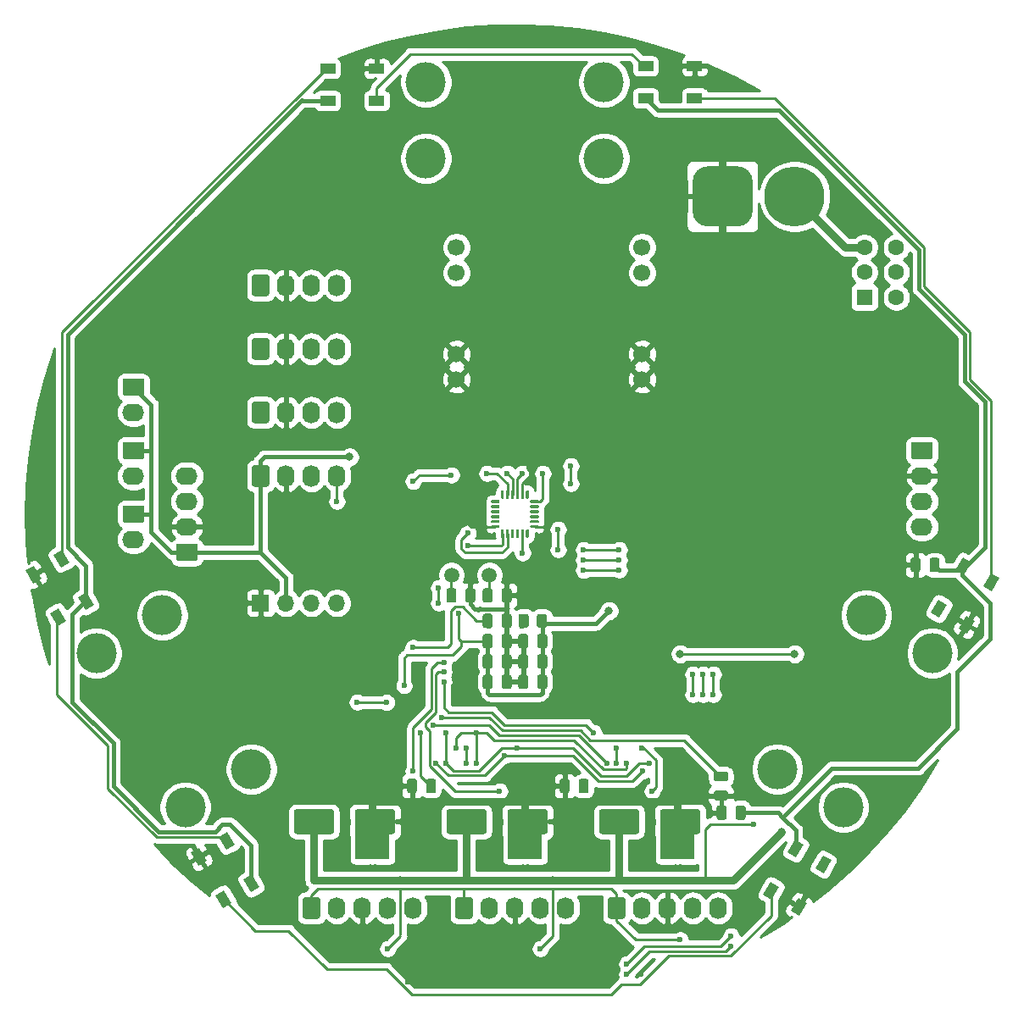
<source format=gbr>
%TF.GenerationSoftware,KiCad,Pcbnew,5.1.9-73d0e3b20d~88~ubuntu20.04.1*%
%TF.CreationDate,2021-03-24T22:26:07+08:00*%
%TF.ProjectId,elec-car,656c6563-2d63-4617-922e-6b696361645f,rev?*%
%TF.SameCoordinates,Original*%
%TF.FileFunction,Copper,L2,Bot*%
%TF.FilePolarity,Positive*%
%FSLAX46Y46*%
G04 Gerber Fmt 4.6, Leading zero omitted, Abs format (unit mm)*
G04 Created by KiCad (PCBNEW 5.1.9-73d0e3b20d~88~ubuntu20.04.1) date 2021-03-24 22:26:07*
%MOMM*%
%LPD*%
G01*
G04 APERTURE LIST*
%TA.AperFunction,ComponentPad*%
%ADD10O,1.700000X1.700000*%
%TD*%
%TA.AperFunction,ComponentPad*%
%ADD11R,1.700000X1.700000*%
%TD*%
%TA.AperFunction,SMDPad,CuDef*%
%ADD12C,0.100000*%
%TD*%
%TA.AperFunction,SMDPad,CuDef*%
%ADD13R,1.500000X1.000000*%
%TD*%
%TA.AperFunction,ComponentPad*%
%ADD14C,1.700000*%
%TD*%
%TA.AperFunction,ComponentPad*%
%ADD15C,1.600000*%
%TD*%
%TA.AperFunction,ComponentPad*%
%ADD16R,1.600000X1.600000*%
%TD*%
%TA.AperFunction,ComponentPad*%
%ADD17C,6.000000*%
%TD*%
%TA.AperFunction,ComponentPad*%
%ADD18C,1.500000*%
%TD*%
%TA.AperFunction,ComponentPad*%
%ADD19O,1.740000X2.190000*%
%TD*%
%TA.AperFunction,ComponentPad*%
%ADD20O,2.190000X1.740000*%
%TD*%
%TA.AperFunction,ComponentPad*%
%ADD21C,4.000000*%
%TD*%
%TA.AperFunction,ComponentPad*%
%ADD22C,0.600000*%
%TD*%
%TA.AperFunction,SMDPad,CuDef*%
%ADD23R,3.400000X5.000000*%
%TD*%
%TA.AperFunction,ViaPad*%
%ADD24C,0.600000*%
%TD*%
%TA.AperFunction,ViaPad*%
%ADD25C,0.800000*%
%TD*%
%TA.AperFunction,Conductor*%
%ADD26C,0.254000*%
%TD*%
%TA.AperFunction,Conductor*%
%ADD27C,0.762000*%
%TD*%
%TA.AperFunction,Conductor*%
%ADD28C,0.381000*%
%TD*%
%TA.AperFunction,Conductor*%
%ADD29C,0.100000*%
%TD*%
G04 APERTURE END LIST*
D10*
%TO.P,J14,4*%
%TO.N,/SDA*%
X147320000Y-116840000D03*
%TO.P,J14,3*%
%TO.N,/SCL*%
X144780000Y-116840000D03*
%TO.P,J14,2*%
%TO.N,VCC*%
X142240000Y-116840000D03*
D11*
%TO.P,J14,1*%
%TO.N,GND*%
X139700000Y-116840000D03*
%TD*%
%TA.AperFunction,SMDPad,CuDef*%
D12*
%TO.P,D11,1*%
%TO.N,+5V*%
G36*
X193075346Y-140450719D02*
G01*
X193941372Y-140950719D01*
X193191372Y-142249757D01*
X192325346Y-141749757D01*
X193075346Y-140450719D01*
G37*
%TD.AperFunction*%
%TA.AperFunction,SMDPad,CuDef*%
%TO.P,D11,2*%
%TO.N,N/C*%
G36*
X195846628Y-142050719D02*
G01*
X196712654Y-142550719D01*
X195962654Y-143849757D01*
X195096628Y-143349757D01*
X195846628Y-142050719D01*
G37*
%TD.AperFunction*%
%TA.AperFunction,SMDPad,CuDef*%
%TO.P,D11,4*%
%TO.N,Net-(D10-Pad2)*%
G36*
X190625346Y-144694243D02*
G01*
X191491372Y-145194243D01*
X190741372Y-146493281D01*
X189875346Y-145993281D01*
X190625346Y-144694243D01*
G37*
%TD.AperFunction*%
%TA.AperFunction,SMDPad,CuDef*%
%TO.P,D11,3*%
%TO.N,GND*%
G36*
X193396628Y-146294243D02*
G01*
X194262654Y-146794243D01*
X193512654Y-148093281D01*
X192646628Y-147593281D01*
X193396628Y-146294243D01*
G37*
%TD.AperFunction*%
%TD*%
%TA.AperFunction,SMDPad,CuDef*%
%TO.P,D10,1*%
%TO.N,+5V*%
G36*
X139562654Y-145231281D02*
G01*
X138696628Y-145731281D01*
X137946628Y-144432243D01*
X138812654Y-143932243D01*
X139562654Y-145231281D01*
G37*
%TD.AperFunction*%
%TA.AperFunction,SMDPad,CuDef*%
%TO.P,D10,2*%
%TO.N,Net-(D10-Pad2)*%
G36*
X136791372Y-146831281D02*
G01*
X135925346Y-147331281D01*
X135175346Y-146032243D01*
X136041372Y-145532243D01*
X136791372Y-146831281D01*
G37*
%TD.AperFunction*%
%TA.AperFunction,SMDPad,CuDef*%
%TO.P,D10,4*%
%TO.N,Net-(D10-Pad4)*%
G36*
X137112654Y-140987757D02*
G01*
X136246628Y-141487757D01*
X135496628Y-140188719D01*
X136362654Y-139688719D01*
X137112654Y-140987757D01*
G37*
%TD.AperFunction*%
%TA.AperFunction,SMDPad,CuDef*%
%TO.P,D10,3*%
%TO.N,GND*%
G36*
X134341372Y-142587757D02*
G01*
X133475346Y-143087757D01*
X132725346Y-141788719D01*
X133591372Y-141288719D01*
X134341372Y-142587757D01*
G37*
%TD.AperFunction*%
%TD*%
%TA.AperFunction,SMDPad,CuDef*%
%TO.P,D9,1*%
%TO.N,+5V*%
G36*
X123052654Y-117037281D02*
G01*
X122186628Y-117537281D01*
X121436628Y-116238243D01*
X122302654Y-115738243D01*
X123052654Y-117037281D01*
G37*
%TD.AperFunction*%
%TA.AperFunction,SMDPad,CuDef*%
%TO.P,D9,2*%
%TO.N,Net-(D10-Pad4)*%
G36*
X120281372Y-118637281D02*
G01*
X119415346Y-119137281D01*
X118665346Y-117838243D01*
X119531372Y-117338243D01*
X120281372Y-118637281D01*
G37*
%TD.AperFunction*%
%TA.AperFunction,SMDPad,CuDef*%
%TO.P,D9,4*%
%TO.N,Net-(D8-Pad2)*%
G36*
X120602654Y-112793757D02*
G01*
X119736628Y-113293757D01*
X118986628Y-111994719D01*
X119852654Y-111494719D01*
X120602654Y-112793757D01*
G37*
%TD.AperFunction*%
%TA.AperFunction,SMDPad,CuDef*%
%TO.P,D9,3*%
%TO.N,GND*%
G36*
X117831372Y-114393757D02*
G01*
X116965346Y-114893757D01*
X116215346Y-113594719D01*
X117081372Y-113094719D01*
X117831372Y-114393757D01*
G37*
%TD.AperFunction*%
%TD*%
D13*
%TO.P,D8,1*%
%TO.N,+5V*%
X146394000Y-66624000D03*
%TO.P,D8,2*%
%TO.N,Net-(D8-Pad2)*%
X146394000Y-63424000D03*
%TO.P,D8,4*%
%TO.N,Net-(D7-Pad2)*%
X151294000Y-66624000D03*
%TO.P,D8,3*%
%TO.N,GND*%
X151294000Y-63424000D03*
%TD*%
%TO.P,D7,1*%
%TO.N,+5V*%
X178144000Y-66370000D03*
%TO.P,D7,2*%
%TO.N,Net-(D7-Pad2)*%
X178144000Y-63170000D03*
%TO.P,D7,4*%
%TO.N,Net-(D6-Pad2)*%
X183044000Y-66370000D03*
%TO.P,D7,3*%
%TO.N,GND*%
X183044000Y-63170000D03*
%TD*%
%TA.AperFunction,SMDPad,CuDef*%
D12*
%TO.P,D6,1*%
%TO.N,+5V*%
G36*
X209839346Y-112256719D02*
G01*
X210705372Y-112756719D01*
X209955372Y-114055757D01*
X209089346Y-113555757D01*
X209839346Y-112256719D01*
G37*
%TD.AperFunction*%
%TA.AperFunction,SMDPad,CuDef*%
%TO.P,D6,2*%
%TO.N,Net-(D6-Pad2)*%
G36*
X212610628Y-113856719D02*
G01*
X213476654Y-114356719D01*
X212726654Y-115655757D01*
X211860628Y-115155757D01*
X212610628Y-113856719D01*
G37*
%TD.AperFunction*%
%TA.AperFunction,SMDPad,CuDef*%
%TO.P,D6,4*%
%TO.N,/SPI_MOSI*%
G36*
X207389346Y-116500243D02*
G01*
X208255372Y-117000243D01*
X207505372Y-118299281D01*
X206639346Y-117799281D01*
X207389346Y-116500243D01*
G37*
%TD.AperFunction*%
%TA.AperFunction,SMDPad,CuDef*%
%TO.P,D6,3*%
%TO.N,GND*%
G36*
X210160628Y-118100243D02*
G01*
X211026654Y-118600243D01*
X210276654Y-119899281D01*
X209410628Y-119399281D01*
X210160628Y-118100243D01*
G37*
%TD.AperFunction*%
%TD*%
%TO.P,C37,2*%
%TO.N,GND*%
%TA.AperFunction,SMDPad,CuDef*%
G36*
G01*
X205610000Y-112555000D02*
X205610000Y-113505000D01*
G75*
G02*
X205360000Y-113755000I-250000J0D01*
G01*
X204860000Y-113755000D01*
G75*
G02*
X204610000Y-113505000I0J250000D01*
G01*
X204610000Y-112555000D01*
G75*
G02*
X204860000Y-112305000I250000J0D01*
G01*
X205360000Y-112305000D01*
G75*
G02*
X205610000Y-112555000I0J-250000D01*
G01*
G37*
%TD.AperFunction*%
%TO.P,C37,1*%
%TO.N,+5V*%
%TA.AperFunction,SMDPad,CuDef*%
G36*
G01*
X207510000Y-112555000D02*
X207510000Y-113505000D01*
G75*
G02*
X207260000Y-113755000I-250000J0D01*
G01*
X206760000Y-113755000D01*
G75*
G02*
X206510000Y-113505000I0J250000D01*
G01*
X206510000Y-112555000D01*
G75*
G02*
X206760000Y-112305000I250000J0D01*
G01*
X207260000Y-112305000D01*
G75*
G02*
X207510000Y-112555000I0J-250000D01*
G01*
G37*
%TD.AperFunction*%
%TD*%
%TO.P,C36,2*%
%TO.N,GND*%
%TA.AperFunction,SMDPad,CuDef*%
G36*
G01*
X186240000Y-137320000D02*
X186240000Y-138270000D01*
G75*
G02*
X185990000Y-138520000I-250000J0D01*
G01*
X185490000Y-138520000D01*
G75*
G02*
X185240000Y-138270000I0J250000D01*
G01*
X185240000Y-137320000D01*
G75*
G02*
X185490000Y-137070000I250000J0D01*
G01*
X185990000Y-137070000D01*
G75*
G02*
X186240000Y-137320000I0J-250000D01*
G01*
G37*
%TD.AperFunction*%
%TO.P,C36,1*%
%TO.N,+5V*%
%TA.AperFunction,SMDPad,CuDef*%
G36*
G01*
X188140000Y-137320000D02*
X188140000Y-138270000D01*
G75*
G02*
X187890000Y-138520000I-250000J0D01*
G01*
X187390000Y-138520000D01*
G75*
G02*
X187140000Y-138270000I0J250000D01*
G01*
X187140000Y-137320000D01*
G75*
G02*
X187390000Y-137070000I250000J0D01*
G01*
X187890000Y-137070000D01*
G75*
G02*
X188140000Y-137320000I0J-250000D01*
G01*
G37*
%TD.AperFunction*%
%TD*%
D14*
%TO.P,U7,8*%
%TO.N,GND*%
X159258000Y-94488000D03*
%TO.P,U7,7*%
X159258000Y-91948000D03*
%TO.P,U7,6*%
%TO.N,+5V*%
X159258000Y-83820000D03*
%TO.P,U7,5*%
X159258000Y-81280000D03*
%TO.P,U7,4*%
%TO.N,GND*%
X177800000Y-94488000D03*
%TO.P,U7,3*%
X177800000Y-91948000D03*
%TO.P,U7,2*%
%TO.N,+BATT*%
X177800000Y-83820000D03*
%TO.P,U7,1*%
X177800000Y-81280000D03*
%TD*%
D15*
%TO.P,SW2,6*%
%TO.N,N/C*%
X203200000Y-81280000D03*
%TO.P,SW2,5*%
X203200000Y-83780000D03*
%TO.P,SW2,4*%
X203200000Y-86280000D03*
%TO.P,SW2,3*%
%TO.N,Net-(J13-Pad2)*%
X200000000Y-81280000D03*
%TO.P,SW2,2*%
%TO.N,Net-(F2-Pad2)*%
X200000000Y-83780000D03*
D16*
%TO.P,SW2,1*%
%TO.N,N/C*%
X200000000Y-86280000D03*
%TD*%
%TO.P,J13,1*%
%TO.N,GND*%
%TA.AperFunction,ComponentPad*%
G36*
G01*
X182840000Y-77700000D02*
X182840000Y-74700000D01*
G75*
G02*
X184340000Y-73200000I1500000J0D01*
G01*
X187340000Y-73200000D01*
G75*
G02*
X188840000Y-74700000I0J-1500000D01*
G01*
X188840000Y-77700000D01*
G75*
G02*
X187340000Y-79200000I-1500000J0D01*
G01*
X184340000Y-79200000D01*
G75*
G02*
X182840000Y-77700000I0J1500000D01*
G01*
G37*
%TD.AperFunction*%
D17*
%TO.P,J13,2*%
%TO.N,Net-(J13-Pad2)*%
X193040000Y-76200000D03*
%TD*%
D18*
%TO.P,Y1,2*%
%TO.N,/OSC_IN*%
X162560000Y-114046000D03*
%TO.P,Y1,1*%
%TO.N,/OSC_OUT*%
X158760000Y-114046000D03*
%TD*%
%TO.P,C22,2*%
%TO.N,GND*%
%TA.AperFunction,SMDPad,CuDef*%
G36*
G01*
X163772000Y-116553000D02*
X163772000Y-115603000D01*
G75*
G02*
X164022000Y-115353000I250000J0D01*
G01*
X164522000Y-115353000D01*
G75*
G02*
X164772000Y-115603000I0J-250000D01*
G01*
X164772000Y-116553000D01*
G75*
G02*
X164522000Y-116803000I-250000J0D01*
G01*
X164022000Y-116803000D01*
G75*
G02*
X163772000Y-116553000I0J250000D01*
G01*
G37*
%TD.AperFunction*%
%TO.P,C22,1*%
%TO.N,/OSC_IN*%
%TA.AperFunction,SMDPad,CuDef*%
G36*
G01*
X161872000Y-116553000D02*
X161872000Y-115603000D01*
G75*
G02*
X162122000Y-115353000I250000J0D01*
G01*
X162622000Y-115353000D01*
G75*
G02*
X162872000Y-115603000I0J-250000D01*
G01*
X162872000Y-116553000D01*
G75*
G02*
X162622000Y-116803000I-250000J0D01*
G01*
X162122000Y-116803000D01*
G75*
G02*
X161872000Y-116553000I0J250000D01*
G01*
G37*
%TD.AperFunction*%
%TD*%
%TO.P,C17,2*%
%TO.N,GND*%
%TA.AperFunction,SMDPad,CuDef*%
G36*
G01*
X160150000Y-116553000D02*
X160150000Y-115603000D01*
G75*
G02*
X160400000Y-115353000I250000J0D01*
G01*
X160900000Y-115353000D01*
G75*
G02*
X161150000Y-115603000I0J-250000D01*
G01*
X161150000Y-116553000D01*
G75*
G02*
X160900000Y-116803000I-250000J0D01*
G01*
X160400000Y-116803000D01*
G75*
G02*
X160150000Y-116553000I0J250000D01*
G01*
G37*
%TD.AperFunction*%
%TO.P,C17,1*%
%TO.N,/OSC_OUT*%
%TA.AperFunction,SMDPad,CuDef*%
G36*
G01*
X158250000Y-116553000D02*
X158250000Y-115603000D01*
G75*
G02*
X158500000Y-115353000I250000J0D01*
G01*
X159000000Y-115353000D01*
G75*
G02*
X159250000Y-115603000I0J-250000D01*
G01*
X159250000Y-116553000D01*
G75*
G02*
X159000000Y-116803000I-250000J0D01*
G01*
X158500000Y-116803000D01*
G75*
G02*
X158250000Y-116553000I0J250000D01*
G01*
G37*
%TD.AperFunction*%
%TD*%
D19*
%TO.P,J12,4*%
%TO.N,/SDA*%
X147320000Y-85090000D03*
%TO.P,J12,3*%
%TO.N,/SCL*%
X144780000Y-85090000D03*
%TO.P,J12,2*%
%TO.N,GND*%
X142240000Y-85090000D03*
%TO.P,J12,1*%
%TO.N,VCC*%
%TA.AperFunction,ComponentPad*%
G36*
G01*
X138830000Y-85935001D02*
X138830000Y-84244999D01*
G75*
G02*
X139079999Y-83995000I249999J0D01*
G01*
X140320001Y-83995000D01*
G75*
G02*
X140570000Y-84244999I0J-249999D01*
G01*
X140570000Y-85935001D01*
G75*
G02*
X140320001Y-86185000I-249999J0D01*
G01*
X139079999Y-86185000D01*
G75*
G02*
X138830000Y-85935001I0J249999D01*
G01*
G37*
%TD.AperFunction*%
%TD*%
%TO.P,J11,4*%
%TO.N,/SDA*%
X147320000Y-104140000D03*
%TO.P,J11,3*%
%TO.N,/SCL*%
X144780000Y-104140000D03*
%TO.P,J11,2*%
%TO.N,GND*%
X142240000Y-104140000D03*
%TO.P,J11,1*%
%TO.N,VCC*%
%TA.AperFunction,ComponentPad*%
G36*
G01*
X138830000Y-104985001D02*
X138830000Y-103294999D01*
G75*
G02*
X139079999Y-103045000I249999J0D01*
G01*
X140320001Y-103045000D01*
G75*
G02*
X140570000Y-103294999I0J-249999D01*
G01*
X140570000Y-104985001D01*
G75*
G02*
X140320001Y-105235000I-249999J0D01*
G01*
X139079999Y-105235000D01*
G75*
G02*
X138830000Y-104985001I0J249999D01*
G01*
G37*
%TD.AperFunction*%
%TD*%
%TO.P,J10,4*%
%TO.N,/SDA*%
X147320000Y-97790000D03*
%TO.P,J10,3*%
%TO.N,/SCL*%
X144780000Y-97790000D03*
%TO.P,J10,2*%
%TO.N,GND*%
X142240000Y-97790000D03*
%TO.P,J10,1*%
%TO.N,VCC*%
%TA.AperFunction,ComponentPad*%
G36*
G01*
X138830000Y-98635001D02*
X138830000Y-96944999D01*
G75*
G02*
X139079999Y-96695000I249999J0D01*
G01*
X140320001Y-96695000D01*
G75*
G02*
X140570000Y-96944999I0J-249999D01*
G01*
X140570000Y-98635001D01*
G75*
G02*
X140320001Y-98885000I-249999J0D01*
G01*
X139079999Y-98885000D01*
G75*
G02*
X138830000Y-98635001I0J249999D01*
G01*
G37*
%TD.AperFunction*%
%TD*%
%TO.P,J9,4*%
%TO.N,/SDA*%
X147320000Y-91440000D03*
%TO.P,J9,3*%
%TO.N,/SCL*%
X144780000Y-91440000D03*
%TO.P,J9,2*%
%TO.N,GND*%
X142240000Y-91440000D03*
%TO.P,J9,1*%
%TO.N,VCC*%
%TA.AperFunction,ComponentPad*%
G36*
G01*
X138830000Y-92285001D02*
X138830000Y-90594999D01*
G75*
G02*
X139079999Y-90345000I249999J0D01*
G01*
X140320001Y-90345000D01*
G75*
G02*
X140570000Y-90594999I0J-249999D01*
G01*
X140570000Y-92285001D01*
G75*
G02*
X140320001Y-92535000I-249999J0D01*
G01*
X139079999Y-92535000D01*
G75*
G02*
X138830000Y-92285001I0J249999D01*
G01*
G37*
%TD.AperFunction*%
%TD*%
D20*
%TO.P,J2,4*%
%TO.N,/TX*%
X132334000Y-104140000D03*
%TO.P,J2,3*%
%TO.N,/RX*%
X132334000Y-106680000D03*
%TO.P,J2,2*%
%TO.N,GND*%
X132334000Y-109220000D03*
%TO.P,J2,1*%
%TO.N,VCC*%
%TA.AperFunction,ComponentPad*%
G36*
G01*
X133179001Y-112630000D02*
X131488999Y-112630000D01*
G75*
G02*
X131239000Y-112380001I0J249999D01*
G01*
X131239000Y-111139999D01*
G75*
G02*
X131488999Y-110890000I249999J0D01*
G01*
X133179001Y-110890000D01*
G75*
G02*
X133429000Y-111139999I0J-249999D01*
G01*
X133429000Y-112380001D01*
G75*
G02*
X133179001Y-112630000I-249999J0D01*
G01*
G37*
%TD.AperFunction*%
%TD*%
%TO.P,J1,4*%
%TO.N,/SWDIO*%
X205740000Y-109220000D03*
%TO.P,J1,3*%
%TO.N,/SWCLK*%
X205740000Y-106680000D03*
%TO.P,J1,2*%
%TO.N,GND*%
X205740000Y-104140000D03*
%TO.P,J1,1*%
%TO.N,Net-(D1-Pad2)*%
%TA.AperFunction,ComponentPad*%
G36*
G01*
X204894999Y-100730000D02*
X206585001Y-100730000D01*
G75*
G02*
X206835000Y-100979999I0J-249999D01*
G01*
X206835000Y-102220001D01*
G75*
G02*
X206585001Y-102470000I-249999J0D01*
G01*
X204894999Y-102470000D01*
G75*
G02*
X204645000Y-102220001I0J249999D01*
G01*
X204645000Y-100979999D01*
G75*
G02*
X204894999Y-100730000I249999J0D01*
G01*
G37*
%TD.AperFunction*%
%TD*%
%TO.P,R28,2*%
%TO.N,VCC*%
%TA.AperFunction,SMDPad,CuDef*%
G36*
G01*
X167278000Y-119068001D02*
X167278000Y-118167999D01*
G75*
G02*
X167527999Y-117918000I249999J0D01*
G01*
X168053001Y-117918000D01*
G75*
G02*
X168303000Y-118167999I0J-249999D01*
G01*
X168303000Y-119068001D01*
G75*
G02*
X168053001Y-119318000I-249999J0D01*
G01*
X167527999Y-119318000D01*
G75*
G02*
X167278000Y-119068001I0J249999D01*
G01*
G37*
%TD.AperFunction*%
%TO.P,R28,1*%
%TO.N,Net-(C12-Pad1)*%
%TA.AperFunction,SMDPad,CuDef*%
G36*
G01*
X165453000Y-119068001D02*
X165453000Y-118167999D01*
G75*
G02*
X165702999Y-117918000I249999J0D01*
G01*
X166228001Y-117918000D01*
G75*
G02*
X166478000Y-118167999I0J-249999D01*
G01*
X166478000Y-119068001D01*
G75*
G02*
X166228001Y-119318000I-249999J0D01*
G01*
X165702999Y-119318000D01*
G75*
G02*
X165453000Y-119068001I0J249999D01*
G01*
G37*
%TD.AperFunction*%
%TD*%
%TO.P,C12,2*%
%TO.N,GND*%
%TA.AperFunction,SMDPad,CuDef*%
G36*
G01*
X163772000Y-119093000D02*
X163772000Y-118143000D01*
G75*
G02*
X164022000Y-117893000I250000J0D01*
G01*
X164522000Y-117893000D01*
G75*
G02*
X164772000Y-118143000I0J-250000D01*
G01*
X164772000Y-119093000D01*
G75*
G02*
X164522000Y-119343000I-250000J0D01*
G01*
X164022000Y-119343000D01*
G75*
G02*
X163772000Y-119093000I0J250000D01*
G01*
G37*
%TD.AperFunction*%
%TO.P,C12,1*%
%TO.N,Net-(C12-Pad1)*%
%TA.AperFunction,SMDPad,CuDef*%
G36*
G01*
X161872000Y-119093000D02*
X161872000Y-118143000D01*
G75*
G02*
X162122000Y-117893000I250000J0D01*
G01*
X162622000Y-117893000D01*
G75*
G02*
X162872000Y-118143000I0J-250000D01*
G01*
X162872000Y-119093000D01*
G75*
G02*
X162622000Y-119343000I-250000J0D01*
G01*
X162122000Y-119343000D01*
G75*
G02*
X161872000Y-119093000I0J250000D01*
G01*
G37*
%TD.AperFunction*%
%TD*%
%TO.P,C21,2*%
%TO.N,GND*%
%TA.AperFunction,SMDPad,CuDef*%
G36*
G01*
X179610000Y-139684000D02*
X179610000Y-137684000D01*
G75*
G02*
X179860000Y-137434000I250000J0D01*
G01*
X183360000Y-137434000D01*
G75*
G02*
X183610000Y-137684000I0J-250000D01*
G01*
X183610000Y-139684000D01*
G75*
G02*
X183360000Y-139934000I-250000J0D01*
G01*
X179860000Y-139934000D01*
G75*
G02*
X179610000Y-139684000I0J250000D01*
G01*
G37*
%TD.AperFunction*%
%TO.P,C21,1*%
%TO.N,+BATT*%
%TA.AperFunction,SMDPad,CuDef*%
G36*
G01*
X173510000Y-139684000D02*
X173510000Y-137684000D01*
G75*
G02*
X173760000Y-137434000I250000J0D01*
G01*
X177260000Y-137434000D01*
G75*
G02*
X177510000Y-137684000I0J-250000D01*
G01*
X177510000Y-139684000D01*
G75*
G02*
X177260000Y-139934000I-250000J0D01*
G01*
X173760000Y-139934000D01*
G75*
G02*
X173510000Y-139684000I0J250000D01*
G01*
G37*
%TD.AperFunction*%
%TD*%
D21*
%TO.P,U15,3*%
%TO.N,N/C*%
X191302705Y-133428966D03*
%TO.P,U15,4*%
X197901818Y-137238966D03*
%TO.P,U15,1*%
X206791818Y-121841034D03*
%TO.P,U15,2*%
X200192705Y-118031034D03*
%TD*%
%TO.P,U14,3*%
%TO.N,N/C*%
X129880295Y-118031034D03*
%TO.P,U14,4*%
X123281182Y-121841034D03*
%TO.P,U14,1*%
X132171182Y-137238966D03*
%TO.P,U14,2*%
X138770295Y-133428966D03*
%TD*%
%TO.P,U13,3*%
%TO.N,N/C*%
X173990000Y-72390000D03*
%TO.P,U13,4*%
X173990000Y-64770000D03*
%TO.P,U13,1*%
X156210000Y-64770000D03*
%TO.P,U13,2*%
X156210000Y-72390000D03*
%TD*%
D22*
%TO.P,U6,17*%
%TO.N,GND*%
X180256000Y-137754000D03*
X181356000Y-137754000D03*
X182456000Y-137754000D03*
X180256000Y-138854000D03*
X181356000Y-138854000D03*
X182456000Y-138854000D03*
X180256000Y-139954000D03*
X181356000Y-139954000D03*
X182456000Y-139954000D03*
X180256000Y-141054000D03*
X181356000Y-141054000D03*
X182456000Y-141054000D03*
X182456000Y-142154000D03*
X181356000Y-142154000D03*
X180256000Y-142154000D03*
D23*
X181356000Y-139954000D03*
%TD*%
D22*
%TO.P,U5,17*%
%TO.N,GND*%
X149776000Y-137754000D03*
X150876000Y-137754000D03*
X151976000Y-137754000D03*
X149776000Y-138854000D03*
X150876000Y-138854000D03*
X151976000Y-138854000D03*
X149776000Y-139954000D03*
X150876000Y-139954000D03*
X151976000Y-139954000D03*
X149776000Y-141054000D03*
X150876000Y-141054000D03*
X151976000Y-141054000D03*
X151976000Y-142154000D03*
X150876000Y-142154000D03*
X149776000Y-142154000D03*
D23*
X150876000Y-139954000D03*
%TD*%
D22*
%TO.P,U4,17*%
%TO.N,GND*%
X165016000Y-137754000D03*
X166116000Y-137754000D03*
X167216000Y-137754000D03*
X165016000Y-138854000D03*
X166116000Y-138854000D03*
X167216000Y-138854000D03*
X165016000Y-139954000D03*
X166116000Y-139954000D03*
X167216000Y-139954000D03*
X165016000Y-141054000D03*
X166116000Y-141054000D03*
X167216000Y-141054000D03*
X167216000Y-142154000D03*
X166116000Y-142154000D03*
X165016000Y-142154000D03*
D23*
X166116000Y-139954000D03*
%TD*%
%TO.P,U2,24*%
%TO.N,/SDA*%
%TA.AperFunction,SMDPad,CuDef*%
G36*
G01*
X163775000Y-109475000D02*
X163925000Y-109475000D01*
G75*
G02*
X164000000Y-109550000I0J-75000D01*
G01*
X164000000Y-110250000D01*
G75*
G02*
X163925000Y-110325000I-75000J0D01*
G01*
X163775000Y-110325000D01*
G75*
G02*
X163700000Y-110250000I0J75000D01*
G01*
X163700000Y-109550000D01*
G75*
G02*
X163775000Y-109475000I75000J0D01*
G01*
G37*
%TD.AperFunction*%
%TO.P,U2,23*%
%TO.N,/SCL*%
%TA.AperFunction,SMDPad,CuDef*%
G36*
G01*
X164275000Y-109475000D02*
X164425000Y-109475000D01*
G75*
G02*
X164500000Y-109550000I0J-75000D01*
G01*
X164500000Y-110250000D01*
G75*
G02*
X164425000Y-110325000I-75000J0D01*
G01*
X164275000Y-110325000D01*
G75*
G02*
X164200000Y-110250000I0J75000D01*
G01*
X164200000Y-109550000D01*
G75*
G02*
X164275000Y-109475000I75000J0D01*
G01*
G37*
%TD.AperFunction*%
%TO.P,U2,22*%
%TO.N,N/C*%
%TA.AperFunction,SMDPad,CuDef*%
G36*
G01*
X164775000Y-109475000D02*
X164925000Y-109475000D01*
G75*
G02*
X165000000Y-109550000I0J-75000D01*
G01*
X165000000Y-110250000D01*
G75*
G02*
X164925000Y-110325000I-75000J0D01*
G01*
X164775000Y-110325000D01*
G75*
G02*
X164700000Y-110250000I0J75000D01*
G01*
X164700000Y-109550000D01*
G75*
G02*
X164775000Y-109475000I75000J0D01*
G01*
G37*
%TD.AperFunction*%
%TO.P,U2,21*%
%TA.AperFunction,SMDPad,CuDef*%
G36*
G01*
X165275000Y-109475000D02*
X165425000Y-109475000D01*
G75*
G02*
X165500000Y-109550000I0J-75000D01*
G01*
X165500000Y-110250000D01*
G75*
G02*
X165425000Y-110325000I-75000J0D01*
G01*
X165275000Y-110325000D01*
G75*
G02*
X165200000Y-110250000I0J75000D01*
G01*
X165200000Y-109550000D01*
G75*
G02*
X165275000Y-109475000I75000J0D01*
G01*
G37*
%TD.AperFunction*%
%TO.P,U2,20*%
%TO.N,Net-(C10-Pad1)*%
%TA.AperFunction,SMDPad,CuDef*%
G36*
G01*
X165775000Y-109475000D02*
X165925000Y-109475000D01*
G75*
G02*
X166000000Y-109550000I0J-75000D01*
G01*
X166000000Y-110250000D01*
G75*
G02*
X165925000Y-110325000I-75000J0D01*
G01*
X165775000Y-110325000D01*
G75*
G02*
X165700000Y-110250000I0J75000D01*
G01*
X165700000Y-109550000D01*
G75*
G02*
X165775000Y-109475000I75000J0D01*
G01*
G37*
%TD.AperFunction*%
%TO.P,U2,19*%
%TO.N,N/C*%
%TA.AperFunction,SMDPad,CuDef*%
G36*
G01*
X166275000Y-109475000D02*
X166425000Y-109475000D01*
G75*
G02*
X166500000Y-109550000I0J-75000D01*
G01*
X166500000Y-110250000D01*
G75*
G02*
X166425000Y-110325000I-75000J0D01*
G01*
X166275000Y-110325000D01*
G75*
G02*
X166200000Y-110250000I0J75000D01*
G01*
X166200000Y-109550000D01*
G75*
G02*
X166275000Y-109475000I75000J0D01*
G01*
G37*
%TD.AperFunction*%
%TO.P,U2,18*%
%TO.N,GND*%
%TA.AperFunction,SMDPad,CuDef*%
G36*
G01*
X166625000Y-109275000D02*
X166625000Y-109125000D01*
G75*
G02*
X166700000Y-109050000I75000J0D01*
G01*
X167400000Y-109050000D01*
G75*
G02*
X167475000Y-109125000I0J-75000D01*
G01*
X167475000Y-109275000D01*
G75*
G02*
X167400000Y-109350000I-75000J0D01*
G01*
X166700000Y-109350000D01*
G75*
G02*
X166625000Y-109275000I0J75000D01*
G01*
G37*
%TD.AperFunction*%
%TO.P,U2,17*%
%TO.N,N/C*%
%TA.AperFunction,SMDPad,CuDef*%
G36*
G01*
X166625000Y-108775000D02*
X166625000Y-108625000D01*
G75*
G02*
X166700000Y-108550000I75000J0D01*
G01*
X167400000Y-108550000D01*
G75*
G02*
X167475000Y-108625000I0J-75000D01*
G01*
X167475000Y-108775000D01*
G75*
G02*
X167400000Y-108850000I-75000J0D01*
G01*
X166700000Y-108850000D01*
G75*
G02*
X166625000Y-108775000I0J75000D01*
G01*
G37*
%TD.AperFunction*%
%TO.P,U2,16*%
%TA.AperFunction,SMDPad,CuDef*%
G36*
G01*
X166625000Y-108275000D02*
X166625000Y-108125000D01*
G75*
G02*
X166700000Y-108050000I75000J0D01*
G01*
X167400000Y-108050000D01*
G75*
G02*
X167475000Y-108125000I0J-75000D01*
G01*
X167475000Y-108275000D01*
G75*
G02*
X167400000Y-108350000I-75000J0D01*
G01*
X166700000Y-108350000D01*
G75*
G02*
X166625000Y-108275000I0J75000D01*
G01*
G37*
%TD.AperFunction*%
%TO.P,U2,15*%
%TA.AperFunction,SMDPad,CuDef*%
G36*
G01*
X166625000Y-107775000D02*
X166625000Y-107625000D01*
G75*
G02*
X166700000Y-107550000I75000J0D01*
G01*
X167400000Y-107550000D01*
G75*
G02*
X167475000Y-107625000I0J-75000D01*
G01*
X167475000Y-107775000D01*
G75*
G02*
X167400000Y-107850000I-75000J0D01*
G01*
X166700000Y-107850000D01*
G75*
G02*
X166625000Y-107775000I0J75000D01*
G01*
G37*
%TD.AperFunction*%
%TO.P,U2,14*%
%TA.AperFunction,SMDPad,CuDef*%
G36*
G01*
X166625000Y-107275000D02*
X166625000Y-107125000D01*
G75*
G02*
X166700000Y-107050000I75000J0D01*
G01*
X167400000Y-107050000D01*
G75*
G02*
X167475000Y-107125000I0J-75000D01*
G01*
X167475000Y-107275000D01*
G75*
G02*
X167400000Y-107350000I-75000J0D01*
G01*
X166700000Y-107350000D01*
G75*
G02*
X166625000Y-107275000I0J75000D01*
G01*
G37*
%TD.AperFunction*%
%TO.P,U2,13*%
%TO.N,VCC*%
%TA.AperFunction,SMDPad,CuDef*%
G36*
G01*
X166625000Y-106775000D02*
X166625000Y-106625000D01*
G75*
G02*
X166700000Y-106550000I75000J0D01*
G01*
X167400000Y-106550000D01*
G75*
G02*
X167475000Y-106625000I0J-75000D01*
G01*
X167475000Y-106775000D01*
G75*
G02*
X167400000Y-106850000I-75000J0D01*
G01*
X166700000Y-106850000D01*
G75*
G02*
X166625000Y-106775000I0J75000D01*
G01*
G37*
%TD.AperFunction*%
%TO.P,U2,12*%
%TO.N,N/C*%
%TA.AperFunction,SMDPad,CuDef*%
G36*
G01*
X166275000Y-105575000D02*
X166425000Y-105575000D01*
G75*
G02*
X166500000Y-105650000I0J-75000D01*
G01*
X166500000Y-106350000D01*
G75*
G02*
X166425000Y-106425000I-75000J0D01*
G01*
X166275000Y-106425000D01*
G75*
G02*
X166200000Y-106350000I0J75000D01*
G01*
X166200000Y-105650000D01*
G75*
G02*
X166275000Y-105575000I75000J0D01*
G01*
G37*
%TD.AperFunction*%
%TO.P,U2,11*%
%TO.N,GND*%
%TA.AperFunction,SMDPad,CuDef*%
G36*
G01*
X165775000Y-105575000D02*
X165925000Y-105575000D01*
G75*
G02*
X166000000Y-105650000I0J-75000D01*
G01*
X166000000Y-106350000D01*
G75*
G02*
X165925000Y-106425000I-75000J0D01*
G01*
X165775000Y-106425000D01*
G75*
G02*
X165700000Y-106350000I0J75000D01*
G01*
X165700000Y-105650000D01*
G75*
G02*
X165775000Y-105575000I75000J0D01*
G01*
G37*
%TD.AperFunction*%
%TO.P,U2,10*%
%TO.N,Net-(C9-Pad1)*%
%TA.AperFunction,SMDPad,CuDef*%
G36*
G01*
X165275000Y-105575000D02*
X165425000Y-105575000D01*
G75*
G02*
X165500000Y-105650000I0J-75000D01*
G01*
X165500000Y-106350000D01*
G75*
G02*
X165425000Y-106425000I-75000J0D01*
G01*
X165275000Y-106425000D01*
G75*
G02*
X165200000Y-106350000I0J75000D01*
G01*
X165200000Y-105650000D01*
G75*
G02*
X165275000Y-105575000I75000J0D01*
G01*
G37*
%TD.AperFunction*%
%TO.P,U2,9*%
%TO.N,Net-(R2-Pad2)*%
%TA.AperFunction,SMDPad,CuDef*%
G36*
G01*
X164775000Y-105575000D02*
X164925000Y-105575000D01*
G75*
G02*
X165000000Y-105650000I0J-75000D01*
G01*
X165000000Y-106350000D01*
G75*
G02*
X164925000Y-106425000I-75000J0D01*
G01*
X164775000Y-106425000D01*
G75*
G02*
X164700000Y-106350000I0J75000D01*
G01*
X164700000Y-105650000D01*
G75*
G02*
X164775000Y-105575000I75000J0D01*
G01*
G37*
%TD.AperFunction*%
%TO.P,U2,8*%
%TO.N,VCC*%
%TA.AperFunction,SMDPad,CuDef*%
G36*
G01*
X164275000Y-105575000D02*
X164425000Y-105575000D01*
G75*
G02*
X164500000Y-105650000I0J-75000D01*
G01*
X164500000Y-106350000D01*
G75*
G02*
X164425000Y-106425000I-75000J0D01*
G01*
X164275000Y-106425000D01*
G75*
G02*
X164200000Y-106350000I0J75000D01*
G01*
X164200000Y-105650000D01*
G75*
G02*
X164275000Y-105575000I75000J0D01*
G01*
G37*
%TD.AperFunction*%
%TO.P,U2,7*%
%TO.N,N/C*%
%TA.AperFunction,SMDPad,CuDef*%
G36*
G01*
X163775000Y-105575000D02*
X163925000Y-105575000D01*
G75*
G02*
X164000000Y-105650000I0J-75000D01*
G01*
X164000000Y-106350000D01*
G75*
G02*
X163925000Y-106425000I-75000J0D01*
G01*
X163775000Y-106425000D01*
G75*
G02*
X163700000Y-106350000I0J75000D01*
G01*
X163700000Y-105650000D01*
G75*
G02*
X163775000Y-105575000I75000J0D01*
G01*
G37*
%TD.AperFunction*%
%TO.P,U2,6*%
%TA.AperFunction,SMDPad,CuDef*%
G36*
G01*
X162725000Y-106775000D02*
X162725000Y-106625000D01*
G75*
G02*
X162800000Y-106550000I75000J0D01*
G01*
X163500000Y-106550000D01*
G75*
G02*
X163575000Y-106625000I0J-75000D01*
G01*
X163575000Y-106775000D01*
G75*
G02*
X163500000Y-106850000I-75000J0D01*
G01*
X162800000Y-106850000D01*
G75*
G02*
X162725000Y-106775000I0J75000D01*
G01*
G37*
%TD.AperFunction*%
%TO.P,U2,5*%
%TA.AperFunction,SMDPad,CuDef*%
G36*
G01*
X162725000Y-107275000D02*
X162725000Y-107125000D01*
G75*
G02*
X162800000Y-107050000I75000J0D01*
G01*
X163500000Y-107050000D01*
G75*
G02*
X163575000Y-107125000I0J-75000D01*
G01*
X163575000Y-107275000D01*
G75*
G02*
X163500000Y-107350000I-75000J0D01*
G01*
X162800000Y-107350000D01*
G75*
G02*
X162725000Y-107275000I0J75000D01*
G01*
G37*
%TD.AperFunction*%
%TO.P,U2,4*%
%TA.AperFunction,SMDPad,CuDef*%
G36*
G01*
X162725000Y-107775000D02*
X162725000Y-107625000D01*
G75*
G02*
X162800000Y-107550000I75000J0D01*
G01*
X163500000Y-107550000D01*
G75*
G02*
X163575000Y-107625000I0J-75000D01*
G01*
X163575000Y-107775000D01*
G75*
G02*
X163500000Y-107850000I-75000J0D01*
G01*
X162800000Y-107850000D01*
G75*
G02*
X162725000Y-107775000I0J75000D01*
G01*
G37*
%TD.AperFunction*%
%TO.P,U2,3*%
%TA.AperFunction,SMDPad,CuDef*%
G36*
G01*
X162725000Y-108275000D02*
X162725000Y-108125000D01*
G75*
G02*
X162800000Y-108050000I75000J0D01*
G01*
X163500000Y-108050000D01*
G75*
G02*
X163575000Y-108125000I0J-75000D01*
G01*
X163575000Y-108275000D01*
G75*
G02*
X163500000Y-108350000I-75000J0D01*
G01*
X162800000Y-108350000D01*
G75*
G02*
X162725000Y-108275000I0J75000D01*
G01*
G37*
%TD.AperFunction*%
%TO.P,U2,2*%
%TA.AperFunction,SMDPad,CuDef*%
G36*
G01*
X162725000Y-108775000D02*
X162725000Y-108625000D01*
G75*
G02*
X162800000Y-108550000I75000J0D01*
G01*
X163500000Y-108550000D01*
G75*
G02*
X163575000Y-108625000I0J-75000D01*
G01*
X163575000Y-108775000D01*
G75*
G02*
X163500000Y-108850000I-75000J0D01*
G01*
X162800000Y-108850000D01*
G75*
G02*
X162725000Y-108775000I0J75000D01*
G01*
G37*
%TD.AperFunction*%
%TO.P,U2,1*%
%TO.N,GND*%
%TA.AperFunction,SMDPad,CuDef*%
G36*
G01*
X162725000Y-109275000D02*
X162725000Y-109125000D01*
G75*
G02*
X162800000Y-109050000I75000J0D01*
G01*
X163500000Y-109050000D01*
G75*
G02*
X163575000Y-109125000I0J-75000D01*
G01*
X163575000Y-109275000D01*
G75*
G02*
X163500000Y-109350000I-75000J0D01*
G01*
X162800000Y-109350000D01*
G75*
G02*
X162725000Y-109275000I0J75000D01*
G01*
G37*
%TD.AperFunction*%
%TD*%
D20*
%TO.P,J8,2*%
%TO.N,/M0_NTC*%
X127000000Y-97790000D03*
%TO.P,J8,1*%
%TO.N,VCC*%
%TA.AperFunction,ComponentPad*%
G36*
G01*
X126154999Y-94380000D02*
X127845001Y-94380000D01*
G75*
G02*
X128095000Y-94629999I0J-249999D01*
G01*
X128095000Y-95870001D01*
G75*
G02*
X127845001Y-96120000I-249999J0D01*
G01*
X126154999Y-96120000D01*
G75*
G02*
X125905000Y-95870001I0J249999D01*
G01*
X125905000Y-94629999D01*
G75*
G02*
X126154999Y-94380000I249999J0D01*
G01*
G37*
%TD.AperFunction*%
%TD*%
D19*
%TO.P,J7,5*%
%TO.N,Net-(J7-Pad5)*%
X185420000Y-147320000D03*
%TO.P,J7,4*%
%TO.N,Net-(J7-Pad4)*%
X182880000Y-147320000D03*
%TO.P,J7,3*%
%TO.N,GND*%
X180340000Y-147320000D03*
%TO.P,J7,2*%
%TO.N,Net-(J7-Pad2)*%
X177800000Y-147320000D03*
%TO.P,J7,1*%
%TO.N,VCC*%
%TA.AperFunction,ComponentPad*%
G36*
G01*
X174390000Y-148165001D02*
X174390000Y-146474999D01*
G75*
G02*
X174639999Y-146225000I249999J0D01*
G01*
X175880001Y-146225000D01*
G75*
G02*
X176130000Y-146474999I0J-249999D01*
G01*
X176130000Y-148165001D01*
G75*
G02*
X175880001Y-148415000I-249999J0D01*
G01*
X174639999Y-148415000D01*
G75*
G02*
X174390000Y-148165001I0J249999D01*
G01*
G37*
%TD.AperFunction*%
%TD*%
D20*
%TO.P,J6,2*%
%TO.N,/M1_NTC*%
X127000000Y-104140000D03*
%TO.P,J6,1*%
%TO.N,VCC*%
%TA.AperFunction,ComponentPad*%
G36*
G01*
X126154999Y-100730000D02*
X127845001Y-100730000D01*
G75*
G02*
X128095000Y-100979999I0J-249999D01*
G01*
X128095000Y-102220001D01*
G75*
G02*
X127845001Y-102470000I-249999J0D01*
G01*
X126154999Y-102470000D01*
G75*
G02*
X125905000Y-102220001I0J249999D01*
G01*
X125905000Y-100979999D01*
G75*
G02*
X126154999Y-100730000I249999J0D01*
G01*
G37*
%TD.AperFunction*%
%TD*%
D19*
%TO.P,J5,5*%
%TO.N,Net-(J5-Pad5)*%
X154940000Y-147320000D03*
%TO.P,J5,4*%
%TO.N,Net-(J5-Pad4)*%
X152400000Y-147320000D03*
%TO.P,J5,3*%
%TO.N,GND*%
X149860000Y-147320000D03*
%TO.P,J5,2*%
%TO.N,Net-(J5-Pad2)*%
X147320000Y-147320000D03*
%TO.P,J5,1*%
%TO.N,VCC*%
%TA.AperFunction,ComponentPad*%
G36*
G01*
X143910000Y-148165001D02*
X143910000Y-146474999D01*
G75*
G02*
X144159999Y-146225000I249999J0D01*
G01*
X145400001Y-146225000D01*
G75*
G02*
X145650000Y-146474999I0J-249999D01*
G01*
X145650000Y-148165001D01*
G75*
G02*
X145400001Y-148415000I-249999J0D01*
G01*
X144159999Y-148415000D01*
G75*
G02*
X143910000Y-148165001I0J249999D01*
G01*
G37*
%TD.AperFunction*%
%TD*%
D20*
%TO.P,J4,2*%
%TO.N,/M2_NTC*%
X127000000Y-110490000D03*
%TO.P,J4,1*%
%TO.N,VCC*%
%TA.AperFunction,ComponentPad*%
G36*
G01*
X126154999Y-107080000D02*
X127845001Y-107080000D01*
G75*
G02*
X128095000Y-107329999I0J-249999D01*
G01*
X128095000Y-108570001D01*
G75*
G02*
X127845001Y-108820000I-249999J0D01*
G01*
X126154999Y-108820000D01*
G75*
G02*
X125905000Y-108570001I0J249999D01*
G01*
X125905000Y-107329999D01*
G75*
G02*
X126154999Y-107080000I249999J0D01*
G01*
G37*
%TD.AperFunction*%
%TD*%
D19*
%TO.P,J3,5*%
%TO.N,Net-(J3-Pad5)*%
X170180000Y-147320000D03*
%TO.P,J3,4*%
%TO.N,Net-(J3-Pad4)*%
X167640000Y-147320000D03*
%TO.P,J3,3*%
%TO.N,GND*%
X165100000Y-147320000D03*
%TO.P,J3,2*%
%TO.N,Net-(J3-Pad2)*%
X162560000Y-147320000D03*
%TO.P,J3,1*%
%TO.N,VCC*%
%TA.AperFunction,ComponentPad*%
G36*
G01*
X159150000Y-148165001D02*
X159150000Y-146474999D01*
G75*
G02*
X159399999Y-146225000I249999J0D01*
G01*
X160640001Y-146225000D01*
G75*
G02*
X160890000Y-146474999I0J-249999D01*
G01*
X160890000Y-148165001D01*
G75*
G02*
X160640001Y-148415000I-249999J0D01*
G01*
X159399999Y-148415000D01*
G75*
G02*
X159150000Y-148165001I0J249999D01*
G01*
G37*
%TD.AperFunction*%
%TD*%
%TO.P,C25,2*%
%TO.N,GND*%
%TA.AperFunction,SMDPad,CuDef*%
G36*
G01*
X185199000Y-135578000D02*
X186149000Y-135578000D01*
G75*
G02*
X186399000Y-135828000I0J-250000D01*
G01*
X186399000Y-136328000D01*
G75*
G02*
X186149000Y-136578000I-250000J0D01*
G01*
X185199000Y-136578000D01*
G75*
G02*
X184949000Y-136328000I0J250000D01*
G01*
X184949000Y-135828000D01*
G75*
G02*
X185199000Y-135578000I250000J0D01*
G01*
G37*
%TD.AperFunction*%
%TO.P,C25,1*%
%TO.N,/M0_Vpropi*%
%TA.AperFunction,SMDPad,CuDef*%
G36*
G01*
X185199000Y-133678000D02*
X186149000Y-133678000D01*
G75*
G02*
X186399000Y-133928000I0J-250000D01*
G01*
X186399000Y-134428000D01*
G75*
G02*
X186149000Y-134678000I-250000J0D01*
G01*
X185199000Y-134678000D01*
G75*
G02*
X184949000Y-134428000I0J250000D01*
G01*
X184949000Y-133928000D01*
G75*
G02*
X185199000Y-133678000I250000J0D01*
G01*
G37*
%TD.AperFunction*%
%TD*%
%TO.P,C20,2*%
%TO.N,GND*%
%TA.AperFunction,SMDPad,CuDef*%
G36*
G01*
X155318000Y-134653000D02*
X155318000Y-135603000D01*
G75*
G02*
X155068000Y-135853000I-250000J0D01*
G01*
X154568000Y-135853000D01*
G75*
G02*
X154318000Y-135603000I0J250000D01*
G01*
X154318000Y-134653000D01*
G75*
G02*
X154568000Y-134403000I250000J0D01*
G01*
X155068000Y-134403000D01*
G75*
G02*
X155318000Y-134653000I0J-250000D01*
G01*
G37*
%TD.AperFunction*%
%TO.P,C20,1*%
%TO.N,/M1_Vpropi*%
%TA.AperFunction,SMDPad,CuDef*%
G36*
G01*
X157218000Y-134653000D02*
X157218000Y-135603000D01*
G75*
G02*
X156968000Y-135853000I-250000J0D01*
G01*
X156468000Y-135853000D01*
G75*
G02*
X156218000Y-135603000I0J250000D01*
G01*
X156218000Y-134653000D01*
G75*
G02*
X156468000Y-134403000I250000J0D01*
G01*
X156968000Y-134403000D01*
G75*
G02*
X157218000Y-134653000I0J-250000D01*
G01*
G37*
%TD.AperFunction*%
%TD*%
%TO.P,C16,2*%
%TO.N,GND*%
%TA.AperFunction,SMDPad,CuDef*%
G36*
G01*
X149130000Y-139684000D02*
X149130000Y-137684000D01*
G75*
G02*
X149380000Y-137434000I250000J0D01*
G01*
X152880000Y-137434000D01*
G75*
G02*
X153130000Y-137684000I0J-250000D01*
G01*
X153130000Y-139684000D01*
G75*
G02*
X152880000Y-139934000I-250000J0D01*
G01*
X149380000Y-139934000D01*
G75*
G02*
X149130000Y-139684000I0J250000D01*
G01*
G37*
%TD.AperFunction*%
%TO.P,C16,1*%
%TO.N,+BATT*%
%TA.AperFunction,SMDPad,CuDef*%
G36*
G01*
X143030000Y-139684000D02*
X143030000Y-137684000D01*
G75*
G02*
X143280000Y-137434000I250000J0D01*
G01*
X146780000Y-137434000D01*
G75*
G02*
X147030000Y-137684000I0J-250000D01*
G01*
X147030000Y-139684000D01*
G75*
G02*
X146780000Y-139934000I-250000J0D01*
G01*
X143280000Y-139934000D01*
G75*
G02*
X143030000Y-139684000I0J250000D01*
G01*
G37*
%TD.AperFunction*%
%TD*%
%TO.P,C15,2*%
%TO.N,GND*%
%TA.AperFunction,SMDPad,CuDef*%
G36*
G01*
X170558000Y-134653000D02*
X170558000Y-135603000D01*
G75*
G02*
X170308000Y-135853000I-250000J0D01*
G01*
X169808000Y-135853000D01*
G75*
G02*
X169558000Y-135603000I0J250000D01*
G01*
X169558000Y-134653000D01*
G75*
G02*
X169808000Y-134403000I250000J0D01*
G01*
X170308000Y-134403000D01*
G75*
G02*
X170558000Y-134653000I0J-250000D01*
G01*
G37*
%TD.AperFunction*%
%TO.P,C15,1*%
%TO.N,/M2_Vpropi*%
%TA.AperFunction,SMDPad,CuDef*%
G36*
G01*
X172458000Y-134653000D02*
X172458000Y-135603000D01*
G75*
G02*
X172208000Y-135853000I-250000J0D01*
G01*
X171708000Y-135853000D01*
G75*
G02*
X171458000Y-135603000I0J250000D01*
G01*
X171458000Y-134653000D01*
G75*
G02*
X171708000Y-134403000I250000J0D01*
G01*
X172208000Y-134403000D01*
G75*
G02*
X172458000Y-134653000I0J-250000D01*
G01*
G37*
%TD.AperFunction*%
%TD*%
%TO.P,C11,2*%
%TO.N,GND*%
%TA.AperFunction,SMDPad,CuDef*%
G36*
G01*
X164370000Y-139684000D02*
X164370000Y-137684000D01*
G75*
G02*
X164620000Y-137434000I250000J0D01*
G01*
X168120000Y-137434000D01*
G75*
G02*
X168370000Y-137684000I0J-250000D01*
G01*
X168370000Y-139684000D01*
G75*
G02*
X168120000Y-139934000I-250000J0D01*
G01*
X164620000Y-139934000D01*
G75*
G02*
X164370000Y-139684000I0J250000D01*
G01*
G37*
%TD.AperFunction*%
%TO.P,C11,1*%
%TO.N,+BATT*%
%TA.AperFunction,SMDPad,CuDef*%
G36*
G01*
X158270000Y-139684000D02*
X158270000Y-137684000D01*
G75*
G02*
X158520000Y-137434000I250000J0D01*
G01*
X162020000Y-137434000D01*
G75*
G02*
X162270000Y-137684000I0J-250000D01*
G01*
X162270000Y-139684000D01*
G75*
G02*
X162020000Y-139934000I-250000J0D01*
G01*
X158520000Y-139934000D01*
G75*
G02*
X158270000Y-139684000I0J250000D01*
G01*
G37*
%TD.AperFunction*%
%TD*%
%TO.P,C8,2*%
%TO.N,GND*%
%TA.AperFunction,SMDPad,CuDef*%
G36*
G01*
X163772000Y-125189000D02*
X163772000Y-124239000D01*
G75*
G02*
X164022000Y-123989000I250000J0D01*
G01*
X164522000Y-123989000D01*
G75*
G02*
X164772000Y-124239000I0J-250000D01*
G01*
X164772000Y-125189000D01*
G75*
G02*
X164522000Y-125439000I-250000J0D01*
G01*
X164022000Y-125439000D01*
G75*
G02*
X163772000Y-125189000I0J250000D01*
G01*
G37*
%TD.AperFunction*%
%TO.P,C8,1*%
%TO.N,VCC*%
%TA.AperFunction,SMDPad,CuDef*%
G36*
G01*
X161872000Y-125189000D02*
X161872000Y-124239000D01*
G75*
G02*
X162122000Y-123989000I250000J0D01*
G01*
X162622000Y-123989000D01*
G75*
G02*
X162872000Y-124239000I0J-250000D01*
G01*
X162872000Y-125189000D01*
G75*
G02*
X162622000Y-125439000I-250000J0D01*
G01*
X162122000Y-125439000D01*
G75*
G02*
X161872000Y-125189000I0J250000D01*
G01*
G37*
%TD.AperFunction*%
%TD*%
%TO.P,C5,2*%
%TO.N,GND*%
%TA.AperFunction,SMDPad,CuDef*%
G36*
G01*
X166428000Y-124239000D02*
X166428000Y-125189000D01*
G75*
G02*
X166178000Y-125439000I-250000J0D01*
G01*
X165678000Y-125439000D01*
G75*
G02*
X165428000Y-125189000I0J250000D01*
G01*
X165428000Y-124239000D01*
G75*
G02*
X165678000Y-123989000I250000J0D01*
G01*
X166178000Y-123989000D01*
G75*
G02*
X166428000Y-124239000I0J-250000D01*
G01*
G37*
%TD.AperFunction*%
%TO.P,C5,1*%
%TO.N,VCC*%
%TA.AperFunction,SMDPad,CuDef*%
G36*
G01*
X168328000Y-124239000D02*
X168328000Y-125189000D01*
G75*
G02*
X168078000Y-125439000I-250000J0D01*
G01*
X167578000Y-125439000D01*
G75*
G02*
X167328000Y-125189000I0J250000D01*
G01*
X167328000Y-124239000D01*
G75*
G02*
X167578000Y-123989000I250000J0D01*
G01*
X168078000Y-123989000D01*
G75*
G02*
X168328000Y-124239000I0J-250000D01*
G01*
G37*
%TD.AperFunction*%
%TD*%
%TO.P,C4,2*%
%TO.N,GND*%
%TA.AperFunction,SMDPad,CuDef*%
G36*
G01*
X163772000Y-123157000D02*
X163772000Y-122207000D01*
G75*
G02*
X164022000Y-121957000I250000J0D01*
G01*
X164522000Y-121957000D01*
G75*
G02*
X164772000Y-122207000I0J-250000D01*
G01*
X164772000Y-123157000D01*
G75*
G02*
X164522000Y-123407000I-250000J0D01*
G01*
X164022000Y-123407000D01*
G75*
G02*
X163772000Y-123157000I0J250000D01*
G01*
G37*
%TD.AperFunction*%
%TO.P,C4,1*%
%TO.N,VCC*%
%TA.AperFunction,SMDPad,CuDef*%
G36*
G01*
X161872000Y-123157000D02*
X161872000Y-122207000D01*
G75*
G02*
X162122000Y-121957000I250000J0D01*
G01*
X162622000Y-121957000D01*
G75*
G02*
X162872000Y-122207000I0J-250000D01*
G01*
X162872000Y-123157000D01*
G75*
G02*
X162622000Y-123407000I-250000J0D01*
G01*
X162122000Y-123407000D01*
G75*
G02*
X161872000Y-123157000I0J250000D01*
G01*
G37*
%TD.AperFunction*%
%TD*%
%TO.P,C3,2*%
%TO.N,GND*%
%TA.AperFunction,SMDPad,CuDef*%
G36*
G01*
X166428000Y-122207000D02*
X166428000Y-123157000D01*
G75*
G02*
X166178000Y-123407000I-250000J0D01*
G01*
X165678000Y-123407000D01*
G75*
G02*
X165428000Y-123157000I0J250000D01*
G01*
X165428000Y-122207000D01*
G75*
G02*
X165678000Y-121957000I250000J0D01*
G01*
X166178000Y-121957000D01*
G75*
G02*
X166428000Y-122207000I0J-250000D01*
G01*
G37*
%TD.AperFunction*%
%TO.P,C3,1*%
%TO.N,VCC*%
%TA.AperFunction,SMDPad,CuDef*%
G36*
G01*
X168328000Y-122207000D02*
X168328000Y-123157000D01*
G75*
G02*
X168078000Y-123407000I-250000J0D01*
G01*
X167578000Y-123407000D01*
G75*
G02*
X167328000Y-123157000I0J250000D01*
G01*
X167328000Y-122207000D01*
G75*
G02*
X167578000Y-121957000I250000J0D01*
G01*
X168078000Y-121957000D01*
G75*
G02*
X168328000Y-122207000I0J-250000D01*
G01*
G37*
%TD.AperFunction*%
%TD*%
%TO.P,C2,2*%
%TO.N,GND*%
%TA.AperFunction,SMDPad,CuDef*%
G36*
G01*
X166428000Y-120175000D02*
X166428000Y-121125000D01*
G75*
G02*
X166178000Y-121375000I-250000J0D01*
G01*
X165678000Y-121375000D01*
G75*
G02*
X165428000Y-121125000I0J250000D01*
G01*
X165428000Y-120175000D01*
G75*
G02*
X165678000Y-119925000I250000J0D01*
G01*
X166178000Y-119925000D01*
G75*
G02*
X166428000Y-120175000I0J-250000D01*
G01*
G37*
%TD.AperFunction*%
%TO.P,C2,1*%
%TO.N,VCC*%
%TA.AperFunction,SMDPad,CuDef*%
G36*
G01*
X168328000Y-120175000D02*
X168328000Y-121125000D01*
G75*
G02*
X168078000Y-121375000I-250000J0D01*
G01*
X167578000Y-121375000D01*
G75*
G02*
X167328000Y-121125000I0J250000D01*
G01*
X167328000Y-120175000D01*
G75*
G02*
X167578000Y-119925000I250000J0D01*
G01*
X168078000Y-119925000D01*
G75*
G02*
X168328000Y-120175000I0J-250000D01*
G01*
G37*
%TD.AperFunction*%
%TD*%
%TO.P,C1,2*%
%TO.N,GND*%
%TA.AperFunction,SMDPad,CuDef*%
G36*
G01*
X163772000Y-121125000D02*
X163772000Y-120175000D01*
G75*
G02*
X164022000Y-119925000I250000J0D01*
G01*
X164522000Y-119925000D01*
G75*
G02*
X164772000Y-120175000I0J-250000D01*
G01*
X164772000Y-121125000D01*
G75*
G02*
X164522000Y-121375000I-250000J0D01*
G01*
X164022000Y-121375000D01*
G75*
G02*
X163772000Y-121125000I0J250000D01*
G01*
G37*
%TD.AperFunction*%
%TO.P,C1,1*%
%TO.N,VCC*%
%TA.AperFunction,SMDPad,CuDef*%
G36*
G01*
X161872000Y-121125000D02*
X161872000Y-120175000D01*
G75*
G02*
X162122000Y-119925000I250000J0D01*
G01*
X162622000Y-119925000D01*
G75*
G02*
X162872000Y-120175000I0J-250000D01*
G01*
X162872000Y-121125000D01*
G75*
G02*
X162622000Y-121375000I-250000J0D01*
G01*
X162122000Y-121375000D01*
G75*
G02*
X161872000Y-121125000I0J250000D01*
G01*
G37*
%TD.AperFunction*%
%TD*%
D24*
%TO.N,GND*%
X174752000Y-119126000D03*
X145796000Y-78486000D03*
X145796000Y-76200000D03*
D25*
X193548000Y-146812000D03*
X193040000Y-124968000D03*
D24*
X177673000Y-153924000D03*
X169672000Y-154940000D03*
X172720000Y-149225000D03*
X154432000Y-154686000D03*
X140970000Y-147320000D03*
X157480000Y-149098000D03*
X165862000Y-113792000D03*
X168148000Y-102108000D03*
X164084000Y-102108000D03*
X162052000Y-102108000D03*
D25*
X194945000Y-96393000D03*
X193675000Y-96393000D03*
X194945000Y-93599000D03*
X193675000Y-93599000D03*
X186055000Y-96393000D03*
X184785000Y-96393000D03*
X186055000Y-93599000D03*
X184785000Y-93599000D03*
D24*
X166370000Y-102362000D03*
X166116000Y-120396000D03*
X166116000Y-124460000D03*
X164272000Y-124272000D03*
X164272000Y-116078000D03*
X168910000Y-126238000D03*
X159004000Y-125222000D03*
X168656000Y-108839000D03*
X160105000Y-108585000D03*
X171450000Y-117602000D03*
D25*
X197866000Y-143637000D03*
D24*
X179324000Y-149098000D03*
X173990000Y-154813000D03*
X193548000Y-138176000D03*
X194310000Y-138176000D03*
X194310000Y-138938000D03*
X194310000Y-139700000D03*
X195580000Y-140589000D03*
X196342000Y-140589000D03*
X197104000Y-140589000D03*
X197866000Y-140589000D03*
X198628000Y-140589000D03*
X122635000Y-110490000D03*
X118491000Y-109220000D03*
X118491000Y-108458000D03*
X118491000Y-107569000D03*
X118491000Y-106807000D03*
X163195000Y-60706000D03*
X163957000Y-60706000D03*
X164846000Y-60706000D03*
X165608000Y-60706000D03*
X176276000Y-121158000D03*
X177038000Y-121158000D03*
X178054000Y-121158000D03*
X178816000Y-121158000D03*
X190754000Y-112268000D03*
X191516000Y-112268000D03*
X186436000Y-123444000D03*
X187198000Y-123444000D03*
X187198000Y-120396000D03*
X187960000Y-120396000D03*
X187960000Y-123444000D03*
X188722000Y-120396000D03*
X189484000Y-120396000D03*
X186436000Y-120396000D03*
X184658000Y-110490000D03*
X185420000Y-110490000D03*
X186182000Y-110490000D03*
X186944000Y-110490000D03*
X175768000Y-108204000D03*
X175768000Y-107442000D03*
X175768000Y-106680000D03*
X175768000Y-105918000D03*
X200660000Y-105918000D03*
X200660000Y-106680000D03*
X200660000Y-107442000D03*
X200660000Y-108204000D03*
D25*
X151384000Y-108712000D03*
X152400000Y-108712000D03*
X151384000Y-109728000D03*
X152400000Y-109728000D03*
X151384000Y-114808000D03*
X152400000Y-114808000D03*
X151384000Y-115824000D03*
X152400000Y-115824000D03*
X141224000Y-110744000D03*
X141224000Y-109728000D03*
X142240000Y-110744000D03*
X142240000Y-109728000D03*
X138176000Y-110236000D03*
X137160000Y-110236000D03*
X137160000Y-109220000D03*
X138176000Y-109220000D03*
X138684000Y-113284000D03*
X137668000Y-113284000D03*
X137668000Y-114300000D03*
X138684000Y-114300000D03*
X141224000Y-122936000D03*
X142240000Y-122936000D03*
X141224000Y-123952000D03*
X142240000Y-123952000D03*
X143256000Y-135636000D03*
X143256000Y-134620000D03*
X143256000Y-133604000D03*
X143256000Y-132588000D03*
X180848000Y-132588000D03*
X181864000Y-132588000D03*
X180848000Y-133604000D03*
X181864000Y-133604000D03*
X180848000Y-134620000D03*
X181864000Y-134620000D03*
X179324000Y-128016000D03*
X180340000Y-128016000D03*
X179324000Y-129032000D03*
X180340000Y-129032000D03*
X178308000Y-128016000D03*
X178308000Y-129032000D03*
X186944000Y-127000000D03*
X186944000Y-128016000D03*
X186944000Y-129032000D03*
X187960000Y-127000000D03*
X187960000Y-128016000D03*
X187960000Y-129032000D03*
X196596000Y-123444000D03*
X197612000Y-123444000D03*
X196596000Y-124460000D03*
X197612000Y-124460000D03*
X198628000Y-123444000D03*
X198628000Y-124460000D03*
X195072000Y-120396000D03*
X196088000Y-120396000D03*
X196088000Y-119380000D03*
X185928000Y-80772000D03*
X181356000Y-76200000D03*
X185928000Y-71628000D03*
X146304000Y-73152000D03*
X147320000Y-73152000D03*
X148336000Y-73152000D03*
X146304000Y-72136000D03*
X147320000Y-72136000D03*
X148336000Y-72136000D03*
X151384000Y-68580000D03*
X152400000Y-68580000D03*
X153416000Y-68580000D03*
X151384000Y-69596000D03*
X152400000Y-69596000D03*
X153416000Y-69596000D03*
X162560000Y-74676000D03*
X162560000Y-73660000D03*
X163576000Y-74676000D03*
X163576000Y-73660000D03*
X161544000Y-74676000D03*
X161544000Y-73660000D03*
X166116000Y-76200000D03*
X167132000Y-76200000D03*
X167132000Y-77216000D03*
X166116000Y-77216000D03*
X168148000Y-76200000D03*
X168148000Y-77216000D03*
X181864000Y-87884000D03*
X181864000Y-88900000D03*
X181864000Y-89916000D03*
X180848000Y-87884000D03*
X180848000Y-88900000D03*
X180848000Y-89916000D03*
X134620000Y-94996000D03*
X134620000Y-96012000D03*
X135636000Y-94996000D03*
X135636000Y-96012000D03*
X134620000Y-97028000D03*
X135636000Y-97028000D03*
X129540000Y-129540000D03*
X130556000Y-129540000D03*
X129540000Y-130556000D03*
X130556000Y-130556000D03*
X131572000Y-129540000D03*
X131572000Y-130556000D03*
X199644000Y-131064000D03*
X200660000Y-131064000D03*
X199644000Y-130048000D03*
X200660000Y-130048000D03*
X201676000Y-131064000D03*
X201676000Y-130048000D03*
X207264000Y-94488000D03*
X207264000Y-95504000D03*
X207264000Y-96520000D03*
X206248000Y-94488000D03*
X206248000Y-95504000D03*
X206248000Y-96520000D03*
X166624000Y-92456000D03*
X167640000Y-92456000D03*
X168656000Y-92456000D03*
X166624000Y-91440000D03*
X167640000Y-91440000D03*
X168656000Y-91440000D03*
D24*
%TO.N,VCC*%
X167640000Y-151384000D03*
X152400000Y-151384000D03*
X167894000Y-103886000D03*
X162306000Y-103886000D03*
X162560000Y-124714000D03*
X167640000Y-124460000D03*
X167894000Y-118872000D03*
X159512000Y-117856000D03*
D25*
X174498000Y-117602000D03*
X148590000Y-102235000D03*
D24*
X154027500Y-125095000D03*
X149352000Y-126746000D03*
X152273000Y-126769500D03*
X181610000Y-150495000D03*
%TO.N,Net-(C9-Pad1)*%
X165862000Y-103886000D03*
%TO.N,Net-(C10-Pad1)*%
X165862000Y-111826000D03*
%TO.N,+BATT*%
X188976000Y-138938000D03*
X173990000Y-138938000D03*
X158750000Y-138938000D03*
D25*
X184150000Y-144526000D03*
X153670000Y-144526000D03*
X168910000Y-144526000D03*
X191770014Y-139700000D03*
D24*
%TO.N,/M2_Vpropi*%
X171958000Y-135128000D03*
X174246389Y-132839611D03*
X156933989Y-129032008D03*
%TO.N,/M1_Vpropi*%
X156718000Y-135128000D03*
X155702000Y-129794000D03*
%TO.N,/M0_Vpropi*%
X157772013Y-128270000D03*
X185673974Y-134215500D03*
%TO.N,/M2_Enc*%
X176276000Y-152908000D03*
X183896000Y-125984000D03*
X183896000Y-123952000D03*
X186690000Y-150114000D03*
%TO.N,/M1_Enc*%
X176276000Y-153924000D03*
X186690000Y-151130000D03*
X184912000Y-125984000D03*
X184912000Y-123952000D03*
%TO.N,/M0_Enc*%
X182880000Y-125984000D03*
X182880000Y-123952000D03*
%TO.N,Net-(R2-Pad2)*%
X164338000Y-103886000D03*
%TO.N,/M2_nFault*%
X163576000Y-135636000D03*
X158014999Y-123698000D03*
%TO.N,/M1_nFault*%
X158014999Y-122797000D03*
X154940000Y-133604000D03*
%TO.N,/M0_nFault*%
X178816000Y-135636000D03*
X177800000Y-131318000D03*
X172974000Y-129794000D03*
X158014999Y-124714000D03*
%TO.N,/SDA*%
X160401000Y-111125000D03*
X147320000Y-106680000D03*
%TO.N,/SCL*%
X160401000Y-109855000D03*
X158750000Y-104036500D03*
X154940000Y-104663500D03*
%TO.N,/M2_Enable*%
X160274000Y-132842000D03*
X160274000Y-131318000D03*
%TO.N,/M0_Mode1*%
X158242000Y-132842000D03*
X178562000Y-132842000D03*
X165354010Y-131318000D03*
X158242000Y-129794004D03*
%TO.N,/M0_Enable*%
X175260000Y-132842000D03*
X175260000Y-131318000D03*
%TO.N,/M0_nSleep*%
X159258000Y-131318000D03*
X161290000Y-132842000D03*
X161290000Y-129794000D03*
X176276000Y-132842000D03*
%TO.N,/M0_Mode0*%
X177829491Y-133633491D03*
X157225994Y-132842000D03*
X164083994Y-132080000D03*
%TO.N,Net-(C12-Pad1)*%
X165862000Y-119126000D03*
X162560000Y-119126000D03*
X154940000Y-121297000D03*
D25*
%TO.N,+5V*%
X178144000Y-66370000D03*
X146394000Y-66624000D03*
X122244641Y-116637762D03*
X138754641Y-144831762D03*
%TO.N,/SPI_MOSI*%
X181610000Y-121920000D03*
X193040000Y-121920000D03*
X207447359Y-117399762D03*
D24*
%TO.N,Net-(D12-Pad2)*%
X175514000Y-113538000D03*
X171958000Y-113576013D03*
%TO.N,Net-(D13-Pad2)*%
X171958000Y-112521990D03*
X175514000Y-112522000D03*
%TO.N,Net-(D17-Pad2)*%
X171958000Y-111506000D03*
X175514000Y-111506000D03*
%TO.N,Net-(R37-Pad1)*%
X170688000Y-103124000D03*
X170688000Y-104902000D03*
X157480000Y-116840000D03*
X157480000Y-115316000D03*
X169418000Y-111506000D03*
X169418000Y-109474000D03*
%TD*%
D26*
%TO.N,GND*%
X183134000Y-138176000D02*
X181356000Y-139954000D01*
X152654000Y-138176000D02*
X150876000Y-139954000D01*
X167894000Y-138176000D02*
X166116000Y-139954000D01*
D27*
X181356000Y-136652000D02*
X181356000Y-139954000D01*
X166116000Y-139954000D02*
X166116000Y-136652000D01*
D26*
X154818000Y-136530000D02*
X154940000Y-136652000D01*
X154818000Y-135128000D02*
X154818000Y-136530000D01*
D27*
X154940000Y-136652000D02*
X166116000Y-136652000D01*
X150876000Y-136652000D02*
X154940000Y-136652000D01*
X150876000Y-139954000D02*
X150876000Y-136652000D01*
D26*
X170058000Y-136530000D02*
X170180000Y-136652000D01*
X170058000Y-135128000D02*
X170058000Y-136530000D01*
D27*
X170180000Y-136652000D02*
X181356000Y-136652000D01*
X166116000Y-136652000D02*
X170180000Y-136652000D01*
D26*
X164272000Y-124272000D02*
X164272000Y-124714000D01*
D28*
X164272000Y-120650000D02*
X164272000Y-122682000D01*
X164272000Y-122682000D02*
X164272000Y-124714000D01*
X165928000Y-122682000D02*
X164272000Y-122682000D01*
X165928000Y-120650000D02*
X164272000Y-120650000D01*
X164272000Y-124714000D02*
X165928000Y-124714000D01*
D26*
X166370000Y-103378000D02*
X166370000Y-102362000D01*
X166624000Y-103632000D02*
X166370000Y-103378000D01*
X166624000Y-104140000D02*
X166624000Y-103632000D01*
X165850000Y-104914000D02*
X166624000Y-104140000D01*
X165850000Y-106000000D02*
X165850000Y-104914000D01*
D28*
X164272000Y-120650000D02*
X164272000Y-118618000D01*
X164272000Y-118618000D02*
X164272000Y-117414000D01*
X164272000Y-117414000D02*
X164272000Y-116078000D01*
X164272000Y-116078000D02*
X164272000Y-116078000D01*
X160650000Y-116962000D02*
X160650000Y-116078000D01*
X161102000Y-117414000D02*
X160650000Y-116962000D01*
X164272000Y-117414000D02*
X161102000Y-117414000D01*
D26*
X168295000Y-109200000D02*
X168656000Y-108839000D01*
X167050000Y-109200000D02*
X168295000Y-109200000D01*
X160720000Y-109200000D02*
X160105000Y-108585000D01*
X163150000Y-109200000D02*
X160720000Y-109200000D01*
D27*
X185840000Y-80684000D02*
X185928000Y-80772000D01*
X185840000Y-76200000D02*
X185840000Y-80684000D01*
X185840000Y-71716000D02*
X185928000Y-71628000D01*
X185840000Y-76200000D02*
X185840000Y-71716000D01*
D28*
%TO.N,VCC*%
X162372000Y-120650000D02*
X162372000Y-122682000D01*
X162372000Y-122682000D02*
X162372000Y-124714000D01*
X167828000Y-120650000D02*
X167828000Y-122682000D01*
X167828000Y-122682000D02*
X167828000Y-124714000D01*
X167640000Y-125984000D02*
X167828000Y-125796000D01*
X167828000Y-125796000D02*
X167828000Y-124714000D01*
X162560000Y-125984000D02*
X167640000Y-125984000D01*
X162372000Y-125796000D02*
X162560000Y-125984000D01*
X162372000Y-124714000D02*
X162372000Y-125796000D01*
D26*
X167894000Y-106426000D02*
X167894000Y-103886000D01*
X167620000Y-106700000D02*
X167894000Y-106426000D01*
X167050000Y-106700000D02*
X167620000Y-106700000D01*
X163322000Y-103886000D02*
X162306000Y-103886000D01*
X164350000Y-104914000D02*
X163322000Y-103886000D01*
X164350000Y-106000000D02*
X164350000Y-104914000D01*
D28*
X167828000Y-118655500D02*
X167790500Y-118618000D01*
X167828000Y-120650000D02*
X167828000Y-118655500D01*
X128778000Y-97028000D02*
X127000000Y-95250000D01*
X127000000Y-107950000D02*
X128778000Y-107950000D01*
X128778000Y-101600000D02*
X128778000Y-97028000D01*
X127000000Y-101600000D02*
X128778000Y-101600000D01*
X128778000Y-107950000D02*
X128778000Y-101600000D01*
X130810000Y-111760000D02*
X132334000Y-111760000D01*
X128778000Y-109728000D02*
X130810000Y-111760000D01*
X128778000Y-107950000D02*
X128778000Y-109728000D01*
D26*
X162372000Y-120650000D02*
X159766000Y-120650000D01*
X159766000Y-120650000D02*
X159512000Y-120396000D01*
X159512000Y-120396000D02*
X159512000Y-117856000D01*
D28*
X173228000Y-118872000D02*
X167894000Y-118872000D01*
X174498000Y-117602000D02*
X173228000Y-118872000D01*
X139700000Y-102616000D02*
X139700000Y-104140000D01*
X140081000Y-102235000D02*
X139700000Y-102616000D01*
X148590000Y-102235000D02*
X140081000Y-102235000D01*
D26*
X175260000Y-145923000D02*
X175260000Y-147320000D01*
X174752000Y-145415000D02*
X175260000Y-145923000D01*
X144780000Y-146050000D02*
X145415000Y-145415000D01*
X144780000Y-147320000D02*
X144780000Y-146050000D01*
X160020000Y-147320000D02*
X160020000Y-145415000D01*
X160020000Y-145415000D02*
X174752000Y-145415000D01*
X159766000Y-121158000D02*
X159766000Y-120650000D01*
X158877000Y-122047000D02*
X159766000Y-121158000D01*
X154027500Y-122324500D02*
X154305000Y-122047000D01*
X154305000Y-122047000D02*
X158877000Y-122047000D01*
X154027500Y-125095000D02*
X154027500Y-122324500D01*
X152249500Y-126746000D02*
X152273000Y-126769500D01*
X149352000Y-126746000D02*
X152249500Y-126746000D01*
X153543000Y-145415000D02*
X160020000Y-145415000D01*
X145415000Y-145415000D02*
X153543000Y-145415000D01*
X153670000Y-149987000D02*
X153670000Y-145415000D01*
X152400000Y-151384000D02*
X153670000Y-150114000D01*
X168910000Y-150114000D02*
X168910000Y-145415000D01*
X167640000Y-151384000D02*
X168910000Y-150114000D01*
X177165000Y-150495000D02*
X181610000Y-150495000D01*
X175260000Y-148590000D02*
X177165000Y-150495000D01*
X175260000Y-147320000D02*
X175260000Y-148590000D01*
D28*
X139700000Y-111760000D02*
X139700000Y-104140000D01*
X132334000Y-111760000D02*
X139700000Y-111760000D01*
X142240000Y-114300000D02*
X139700000Y-111760000D01*
X142240000Y-116840000D02*
X142240000Y-114300000D01*
D26*
%TO.N,Net-(C9-Pad1)*%
X165350000Y-104398000D02*
X165862000Y-103886000D01*
X165350000Y-106000000D02*
X165350000Y-104398000D01*
%TO.N,Net-(C10-Pad1)*%
X165850000Y-111814000D02*
X165862000Y-111826000D01*
X165850000Y-109900000D02*
X165850000Y-111814000D01*
D27*
%TO.N,+BATT*%
X168891000Y-144507000D02*
X168910000Y-144526000D01*
X184131000Y-144507000D02*
X184150000Y-144526000D01*
X175510000Y-144522000D02*
X175514000Y-144526000D01*
X175510000Y-138684000D02*
X175510000Y-144522000D01*
X175514000Y-144526000D02*
X168910000Y-144526000D01*
X184150000Y-144526000D02*
X175514000Y-144526000D01*
X160270000Y-144522000D02*
X160274000Y-144526000D01*
X160270000Y-138684000D02*
X160270000Y-144522000D01*
X160274000Y-144526000D02*
X153670000Y-144526000D01*
X168910000Y-144526000D02*
X160274000Y-144526000D01*
X145034000Y-144526000D02*
X153670000Y-144526000D01*
X145034000Y-139938000D02*
X145034000Y-144526000D01*
X145030000Y-139934000D02*
X145034000Y-139938000D01*
X145030000Y-138684000D02*
X145030000Y-139934000D01*
D26*
X184658000Y-138938000D02*
X184131000Y-139465000D01*
X188976000Y-138938000D02*
X184658000Y-138938000D01*
X184150000Y-139484000D02*
X184131000Y-139465000D01*
X184150000Y-144526000D02*
X184150000Y-139484000D01*
D27*
X186944014Y-144526000D02*
X191770014Y-139700000D01*
X184150000Y-144526000D02*
X186944014Y-144526000D01*
D26*
%TO.N,/M2_Vpropi*%
X171452389Y-130045611D02*
X163573595Y-130045611D01*
X163573595Y-130045611D02*
X162559992Y-129032008D01*
X162559992Y-129032008D02*
X156933989Y-129032008D01*
X174246389Y-132839611D02*
X171452389Y-130045611D01*
%TO.N,/M1_Vpropi*%
X156718000Y-135128000D02*
X155702000Y-134112000D01*
X155702000Y-134112000D02*
X155702000Y-129794000D01*
%TO.N,/M0_Vpropi*%
X161544000Y-128270000D02*
X162448424Y-128270000D01*
X161544000Y-128270000D02*
X157772013Y-128270000D01*
X161544000Y-128270000D02*
X162560000Y-128270000D01*
X162560000Y-128270000D02*
X163881601Y-129591601D01*
X163881601Y-129591601D02*
X171640446Y-129591601D01*
X171640446Y-129591601D02*
X172604845Y-130556000D01*
X172604845Y-130556000D02*
X182014474Y-130556000D01*
X182014474Y-130556000D02*
X185673974Y-134215500D01*
%TO.N,/M2_Enc*%
X183896000Y-125984000D02*
X183896000Y-123952000D01*
X176276000Y-152908000D02*
X178054000Y-151130000D01*
X185674000Y-151130000D02*
X186690000Y-150114000D01*
X178054000Y-151130000D02*
X185674000Y-151130000D01*
%TO.N,/M1_Enc*%
X186182000Y-151638000D02*
X186690000Y-151130000D01*
X178562000Y-151638000D02*
X186182000Y-151638000D01*
X176276000Y-153924000D02*
X178562000Y-151638000D01*
X184912000Y-125984000D02*
X184912000Y-123952000D01*
%TO.N,/M0_Enc*%
X182880000Y-125984000D02*
X182880000Y-123952000D01*
%TO.N,Net-(R2-Pad2)*%
X164850000Y-104398000D02*
X164338000Y-103886000D01*
X164850000Y-106000000D02*
X164850000Y-104398000D01*
%TO.N,/M2_nFault*%
X156598993Y-133142961D02*
X159092032Y-135636000D01*
X156210000Y-129235982D02*
X156598993Y-129624974D01*
X156598993Y-129624974D02*
X156598993Y-133142961D01*
X156210000Y-128778000D02*
X156210000Y-129235982D01*
X159092032Y-135636000D02*
X163576000Y-135636000D01*
X157226000Y-127762000D02*
X156210000Y-128778000D01*
X157226000Y-123952000D02*
X157226000Y-127762000D01*
X157480000Y-123698000D02*
X157226000Y-123952000D01*
X158014999Y-123698000D02*
X157480000Y-123698000D01*
%TO.N,/M1_nFault*%
X157365000Y-122797000D02*
X158014999Y-122797000D01*
X156771990Y-123390010D02*
X157365000Y-122797000D01*
X156771990Y-127454010D02*
X156771990Y-123390010D01*
X154940000Y-129286000D02*
X156771990Y-127454010D01*
X154940000Y-133604000D02*
X154940000Y-129286000D01*
%TO.N,/M0_nFault*%
X177965962Y-131318000D02*
X177800000Y-131318000D01*
X179189001Y-135262999D02*
X179189001Y-132541039D01*
X179189001Y-132541039D02*
X177965962Y-131318000D01*
X178816000Y-135636000D02*
X179189001Y-135262999D01*
X164084000Y-129032000D02*
X172212000Y-129032000D01*
X172212000Y-129032000D02*
X172974000Y-129794000D01*
X162814000Y-127762000D02*
X164084000Y-129032000D01*
X158496000Y-127762000D02*
X162814000Y-127762000D01*
X158014999Y-127280999D02*
X158496000Y-127762000D01*
X158014999Y-124714000D02*
X158014999Y-127280999D01*
%TO.N,/SDA*%
X163703000Y-111125000D02*
X160401000Y-111125000D01*
X163850000Y-110978000D02*
X163703000Y-111125000D01*
X163850000Y-109900000D02*
X163850000Y-110978000D01*
X147320000Y-104140000D02*
X147320000Y-106680000D01*
%TO.N,/SCL*%
X159766000Y-110490000D02*
X160401000Y-109855000D01*
X159766000Y-111417962D02*
X159766000Y-110490000D01*
X160108038Y-111760000D02*
X159766000Y-111417962D01*
X163830000Y-111760000D02*
X160108038Y-111760000D01*
X164350000Y-111240000D02*
X163830000Y-111760000D01*
X164350000Y-109900000D02*
X164350000Y-111240000D01*
X155567000Y-104036500D02*
X154940000Y-104663500D01*
X158750000Y-104036500D02*
X155567000Y-104036500D01*
%TO.N,/M2_Enable*%
X160274000Y-132842000D02*
X160274000Y-131318000D01*
%TO.N,/M0_Mode1*%
X163830000Y-131318000D02*
X165354010Y-131318000D01*
X161544000Y-133604000D02*
X163830000Y-131318000D01*
X159004000Y-133604000D02*
X161544000Y-133604000D01*
X158242000Y-132842000D02*
X159004000Y-133604000D01*
X158242000Y-132842000D02*
X158242000Y-129794004D01*
X177546000Y-132842000D02*
X178562000Y-132842000D01*
X176276000Y-134112000D02*
X177546000Y-132842000D01*
X173736000Y-134112000D02*
X176276000Y-134112000D01*
X170942000Y-131318000D02*
X173736000Y-134112000D01*
X165354010Y-131318000D02*
X170942000Y-131318000D01*
%TO.N,/M0_Enable*%
X175260000Y-132842000D02*
X175260000Y-131318000D01*
%TO.N,/M0_nSleep*%
X161290000Y-132842000D02*
X161290000Y-129794000D01*
X159258000Y-130302000D02*
X159258000Y-131318000D01*
X159766000Y-129794000D02*
X159258000Y-130302000D01*
X161290000Y-129794000D02*
X159766000Y-129794000D01*
X162306000Y-129794000D02*
X161290000Y-129794000D01*
X163068000Y-130556000D02*
X162306000Y-129794000D01*
X171009033Y-130556000D02*
X163068000Y-130556000D01*
X173922034Y-133469001D02*
X171009033Y-130556000D01*
X176156999Y-133469001D02*
X173922034Y-133469001D01*
X176276000Y-133350000D02*
X176156999Y-133469001D01*
X176276000Y-132842000D02*
X176276000Y-133350000D01*
%TO.N,/M0_Mode0*%
X162105984Y-134058010D02*
X164083994Y-132080000D01*
X158442004Y-134058010D02*
X162105984Y-134058010D01*
X157225994Y-132842000D02*
X158442004Y-134058010D01*
X170942000Y-132080000D02*
X164083994Y-132080000D01*
X173482000Y-134620000D02*
X170942000Y-132080000D01*
X176842982Y-134620000D02*
X173482000Y-134620000D01*
X177829491Y-133633491D02*
X176842982Y-134620000D01*
%TO.N,Net-(C12-Pad1)*%
X161290000Y-118618000D02*
X162372000Y-118618000D01*
X159900999Y-117228999D02*
X161290000Y-118618000D01*
X159123001Y-117228999D02*
X159900999Y-117228999D01*
X158750000Y-117602000D02*
X159123001Y-117228999D01*
X158750000Y-120904000D02*
X158750000Y-117602000D01*
X158357000Y-121297000D02*
X158750000Y-120904000D01*
X154940000Y-121297000D02*
X158357000Y-121297000D01*
%TO.N,/OSC_OUT*%
X158750000Y-114056000D02*
X158760000Y-114046000D01*
X158750000Y-116078000D02*
X158750000Y-114056000D01*
%TO.N,/OSC_IN*%
X162560000Y-115890000D02*
X162372000Y-116078000D01*
X162560000Y-114046000D02*
X162560000Y-115890000D01*
D27*
%TO.N,Net-(J13-Pad2)*%
X198120000Y-81280000D02*
X193040000Y-76200000D01*
X200000000Y-81280000D02*
X198120000Y-81280000D01*
D28*
%TO.N,+5V*%
X138754641Y-141040641D02*
X138754641Y-144831762D01*
X135890000Y-138938000D02*
X136652000Y-138938000D01*
X135137510Y-139690490D02*
X135890000Y-138938000D01*
X136652000Y-138938000D02*
X138754641Y-141040641D01*
X124977510Y-135144975D02*
X129523025Y-139690490D01*
X124977510Y-130849641D02*
X124977510Y-135144975D01*
X120904000Y-126776132D02*
X124977510Y-130849641D01*
X129523025Y-139690490D02*
X135137510Y-139690490D01*
X120904000Y-124968000D02*
X120904000Y-126776132D01*
X120890681Y-117991722D02*
X120890681Y-124954681D01*
X120890681Y-124954681D02*
X120904000Y-124968000D01*
X122244641Y-116637762D02*
X122244641Y-116637762D01*
X209804000Y-113249597D02*
X209897359Y-113156238D01*
X209286040Y-123707960D02*
X212598000Y-120396000D01*
X209286040Y-129392686D02*
X209286040Y-123707960D01*
X209804000Y-114046000D02*
X209804000Y-113249597D01*
X212598000Y-116840000D02*
X209804000Y-114046000D01*
X212598000Y-120396000D02*
X212598000Y-116840000D01*
X193133359Y-141350238D02*
X193513597Y-140970000D01*
X212090000Y-96743869D02*
X212090000Y-111252000D01*
X210048490Y-90003358D02*
X210048490Y-94702359D01*
X210185762Y-113156238D02*
X209897359Y-113156238D01*
X205476490Y-85431359D02*
X210048490Y-90003358D01*
X205476490Y-81524490D02*
X205476490Y-85431359D01*
X212090000Y-111252000D02*
X210185762Y-113156238D01*
X210048490Y-94702359D02*
X212090000Y-96743869D01*
X191516000Y-67564000D02*
X205476490Y-81524490D01*
X179338000Y-67564000D02*
X191516000Y-67564000D01*
X178144000Y-66370000D02*
X179338000Y-67564000D01*
X143840000Y-66624000D02*
X146394000Y-66624000D01*
X120405510Y-90010358D02*
X143815934Y-66599934D01*
X120405510Y-111252000D02*
X120405510Y-90010358D01*
X122244641Y-113091131D02*
X120405510Y-111252000D01*
X122244641Y-116637762D02*
X122244641Y-113091131D01*
X122244641Y-116637762D02*
X120890681Y-117991722D01*
X138754641Y-144831762D02*
X138754641Y-144831762D01*
X193040000Y-141443597D02*
X193133359Y-141350238D01*
X193133359Y-139539359D02*
X193133359Y-141350238D01*
X187640000Y-137795000D02*
X191389000Y-137795000D01*
X205343863Y-133334863D02*
X196738137Y-133334863D01*
X196738137Y-133334863D02*
X191833500Y-138239500D01*
X191833500Y-138239500D02*
X193133359Y-139539359D01*
X191389000Y-137795000D02*
X191833500Y-138239500D01*
X205343863Y-133334863D02*
X209286040Y-129392686D01*
X209515597Y-113538000D02*
X209897359Y-113156238D01*
X207518000Y-113538000D02*
X209515597Y-113538000D01*
X207010000Y-113030000D02*
X207518000Y-113538000D01*
D26*
%TO.N,Net-(D6-Pad2)*%
X205994000Y-85216999D02*
X210566001Y-89788998D01*
X205994000Y-81280000D02*
X205994000Y-85216999D01*
X191084000Y-66370000D02*
X205994000Y-81280000D01*
X212668641Y-96590640D02*
X212668641Y-114756238D01*
X210566001Y-89788998D02*
X210566001Y-94488000D01*
X210566001Y-94488000D02*
X212668641Y-96590640D01*
X183044000Y-66370000D02*
X191084000Y-66370000D01*
%TO.N,/SPI_MOSI*%
X181610000Y-121920000D02*
X193040000Y-121920000D01*
%TO.N,Net-(D7-Pad2)*%
X177978000Y-63170000D02*
X178144000Y-63170000D01*
X176784000Y-61976000D02*
X177978000Y-63170000D01*
X154686000Y-61976000D02*
X176784000Y-61976000D01*
X151294000Y-65368000D02*
X154686000Y-61976000D01*
X151294000Y-66624000D02*
X151294000Y-65368000D01*
%TO.N,Net-(D8-Pad2)*%
X119888000Y-112300879D02*
X119794641Y-112394238D01*
X119888000Y-89796000D02*
X119888000Y-112300879D01*
X146260000Y-63424000D02*
X119888000Y-89796000D01*
X146394000Y-63424000D02*
X146260000Y-63424000D01*
%TO.N,Net-(D10-Pad4)*%
X135924403Y-140208000D02*
X136304641Y-140588238D01*
X129301201Y-140208000D02*
X135924403Y-140208000D01*
X124460000Y-135366799D02*
X129301201Y-140208000D01*
X124460000Y-131064000D02*
X124460000Y-135366799D01*
X119380000Y-125984000D02*
X124460000Y-131064000D01*
X119380000Y-118331121D02*
X119380000Y-125984000D01*
X119473359Y-118237762D02*
X119380000Y-118331121D01*
%TO.N,Net-(D10-Pad2)*%
X190683359Y-148064603D02*
X190683359Y-145593762D01*
X180432950Y-152092010D02*
X186655952Y-152092010D01*
X177565480Y-154959480D02*
X180432950Y-152092010D01*
X175748520Y-154959480D02*
X177565480Y-154959480D01*
X174752000Y-155956000D02*
X175748520Y-154959480D01*
X154774038Y-155956000D02*
X174752000Y-155956000D01*
X152234038Y-153416000D02*
X154774038Y-155956000D01*
X146266056Y-153378056D02*
X146357514Y-153416000D01*
X186655952Y-152092010D02*
X190683359Y-148064603D01*
X146357514Y-153416000D02*
X152234038Y-153416000D01*
X142494000Y-149606000D02*
X146266056Y-153378056D01*
X139157597Y-149606000D02*
X142494000Y-149606000D01*
X135983359Y-146431762D02*
X139157597Y-149606000D01*
%TO.N,Net-(D12-Pad2)*%
X175514000Y-113538000D02*
X171996013Y-113538000D01*
X171996013Y-113538000D02*
X171958000Y-113576013D01*
%TO.N,Net-(D13-Pad2)*%
X175513990Y-112521990D02*
X175514000Y-112522000D01*
X171958000Y-112521990D02*
X175513990Y-112521990D01*
%TO.N,Net-(D17-Pad2)*%
X171958000Y-111506000D02*
X175514000Y-111506000D01*
%TO.N,Net-(R37-Pad1)*%
X170688000Y-103124000D02*
X170688000Y-104902000D01*
X157480000Y-116840000D02*
X157480000Y-115316000D01*
X169418000Y-111506000D02*
X169418000Y-109474000D01*
%TD*%
%TO.N,GND*%
X168554990Y-59202283D02*
X171307361Y-59475826D01*
X174039848Y-59904646D01*
X176743697Y-60487370D01*
X179410249Y-61222132D01*
X182012615Y-62100385D01*
X181939506Y-62139463D01*
X181842815Y-62218815D01*
X181763463Y-62315506D01*
X181704498Y-62425820D01*
X181668188Y-62545518D01*
X181655928Y-62670000D01*
X181659000Y-62884250D01*
X181817750Y-63043000D01*
X182917000Y-63043000D01*
X182917000Y-63023000D01*
X183171000Y-63023000D01*
X183171000Y-63043000D01*
X184270250Y-63043000D01*
X184296361Y-63016889D01*
X184597437Y-63137871D01*
X187101457Y-64312713D01*
X189499201Y-65608000D01*
X184373977Y-65608000D01*
X184324537Y-65515506D01*
X184245185Y-65418815D01*
X184148494Y-65339463D01*
X184038180Y-65280498D01*
X183918482Y-65244188D01*
X183794000Y-65231928D01*
X182294000Y-65231928D01*
X182169518Y-65244188D01*
X182049820Y-65280498D01*
X181939506Y-65339463D01*
X181842815Y-65418815D01*
X181763463Y-65515506D01*
X181704498Y-65625820D01*
X181668188Y-65745518D01*
X181655928Y-65870000D01*
X181655928Y-66738500D01*
X179679933Y-66738500D01*
X179532072Y-66590639D01*
X179532072Y-65870000D01*
X179519812Y-65745518D01*
X179483502Y-65625820D01*
X179424537Y-65515506D01*
X179345185Y-65418815D01*
X179248494Y-65339463D01*
X179138180Y-65280498D01*
X179018482Y-65244188D01*
X178894000Y-65231928D01*
X177394000Y-65231928D01*
X177269518Y-65244188D01*
X177149820Y-65280498D01*
X177039506Y-65339463D01*
X176942815Y-65418815D01*
X176863463Y-65515506D01*
X176804498Y-65625820D01*
X176768188Y-65745518D01*
X176755928Y-65870000D01*
X176755928Y-66870000D01*
X176768188Y-66994482D01*
X176804498Y-67114180D01*
X176863463Y-67224494D01*
X176942815Y-67321185D01*
X177039506Y-67400537D01*
X177149820Y-67459502D01*
X177269518Y-67495812D01*
X177394000Y-67508072D01*
X178114640Y-67508072D01*
X178725606Y-68119039D01*
X178751459Y-68150541D01*
X178815596Y-68203177D01*
X178877157Y-68253699D01*
X179020566Y-68330353D01*
X179176174Y-68377556D01*
X179297447Y-68389500D01*
X179297449Y-68389500D01*
X179338000Y-68393494D01*
X179378550Y-68389500D01*
X191174068Y-68389500D01*
X202713040Y-79928473D01*
X202520273Y-80008320D01*
X202285241Y-80165363D01*
X202085363Y-80365241D01*
X201928320Y-80600273D01*
X201820147Y-80861426D01*
X201765000Y-81138665D01*
X201765000Y-81421335D01*
X201820147Y-81698574D01*
X201928320Y-81959727D01*
X202085363Y-82194759D01*
X202285241Y-82394637D01*
X202487827Y-82530000D01*
X202285241Y-82665363D01*
X202085363Y-82865241D01*
X201928320Y-83100273D01*
X201820147Y-83361426D01*
X201765000Y-83638665D01*
X201765000Y-83921335D01*
X201820147Y-84198574D01*
X201928320Y-84459727D01*
X202085363Y-84694759D01*
X202285241Y-84894637D01*
X202487827Y-85030000D01*
X202285241Y-85165363D01*
X202085363Y-85365241D01*
X201928320Y-85600273D01*
X201820147Y-85861426D01*
X201765000Y-86138665D01*
X201765000Y-86421335D01*
X201820147Y-86698574D01*
X201928320Y-86959727D01*
X202085363Y-87194759D01*
X202285241Y-87394637D01*
X202520273Y-87551680D01*
X202781426Y-87659853D01*
X203058665Y-87715000D01*
X203341335Y-87715000D01*
X203618574Y-87659853D01*
X203879727Y-87551680D01*
X204114759Y-87394637D01*
X204314637Y-87194759D01*
X204471680Y-86959727D01*
X204579853Y-86698574D01*
X204635000Y-86421335D01*
X204635000Y-86138665D01*
X204579853Y-85861426D01*
X204471680Y-85600273D01*
X204314637Y-85365241D01*
X204114759Y-85165363D01*
X203912173Y-85030000D01*
X204114759Y-84894637D01*
X204314637Y-84694759D01*
X204471680Y-84459727D01*
X204579853Y-84198574D01*
X204635000Y-83921335D01*
X204635000Y-83638665D01*
X204579853Y-83361426D01*
X204471680Y-83100273D01*
X204314637Y-82865241D01*
X204114759Y-82665363D01*
X203912173Y-82530000D01*
X204114759Y-82394637D01*
X204314637Y-82194759D01*
X204471680Y-81959727D01*
X204551527Y-81766960D01*
X204650990Y-81866423D01*
X204650991Y-85390799D01*
X204646996Y-85431359D01*
X204662935Y-85593185D01*
X204710137Y-85748792D01*
X204786791Y-85892201D01*
X204848353Y-85967213D01*
X204889950Y-86017900D01*
X204921451Y-86043752D01*
X209222990Y-90345292D01*
X209222991Y-94661799D01*
X209218996Y-94702359D01*
X209234935Y-94864185D01*
X209282137Y-95019792D01*
X209358791Y-95163201D01*
X209420353Y-95238213D01*
X209461950Y-95288900D01*
X209493451Y-95314752D01*
X211264500Y-97085802D01*
X211264501Y-110910066D01*
X210356216Y-111818351D01*
X210158382Y-111704132D01*
X210044448Y-111652509D01*
X209922631Y-111624106D01*
X209797614Y-111620013D01*
X209674201Y-111640389D01*
X209557134Y-111684450D01*
X209450912Y-111750502D01*
X209359618Y-111836009D01*
X209286759Y-111937683D01*
X208839418Y-112712500D01*
X208148072Y-112712500D01*
X208148072Y-112555000D01*
X208131008Y-112381746D01*
X208080472Y-112215150D01*
X207998405Y-112061614D01*
X207887962Y-111927038D01*
X207753386Y-111816595D01*
X207599850Y-111734528D01*
X207433254Y-111683992D01*
X207260000Y-111666928D01*
X206760000Y-111666928D01*
X206586746Y-111683992D01*
X206420150Y-111734528D01*
X206266614Y-111816595D01*
X206132038Y-111927038D01*
X206126658Y-111933594D01*
X206061185Y-111853815D01*
X205964494Y-111774463D01*
X205854180Y-111715498D01*
X205734482Y-111679188D01*
X205610000Y-111666928D01*
X205395750Y-111670000D01*
X205237000Y-111828750D01*
X205237000Y-112903000D01*
X205257000Y-112903000D01*
X205257000Y-113157000D01*
X205237000Y-113157000D01*
X205237000Y-114231250D01*
X205395750Y-114390000D01*
X205610000Y-114393072D01*
X205734482Y-114380812D01*
X205854180Y-114344502D01*
X205964494Y-114285537D01*
X206061185Y-114206185D01*
X206126658Y-114126406D01*
X206132038Y-114132962D01*
X206266614Y-114243405D01*
X206420150Y-114325472D01*
X206586746Y-114376008D01*
X206760000Y-114393072D01*
X207260000Y-114393072D01*
X207433254Y-114376008D01*
X207475213Y-114363280D01*
X207477447Y-114363500D01*
X207477459Y-114363500D01*
X207517999Y-114367493D01*
X207558539Y-114363500D01*
X209037683Y-114363500D01*
X209114301Y-114506842D01*
X209148214Y-114548165D01*
X209217459Y-114632541D01*
X209248966Y-114658398D01*
X211772501Y-117181935D01*
X211772500Y-120054066D01*
X209352529Y-122474039D01*
X209426818Y-122100559D01*
X209426818Y-121581509D01*
X209325557Y-121072433D01*
X209126925Y-120592893D01*
X208838556Y-120161319D01*
X208802463Y-120125226D01*
X209715501Y-120125226D01*
X209773608Y-120342082D01*
X209957618Y-120451868D01*
X210071552Y-120503491D01*
X210193369Y-120531895D01*
X210318386Y-120535987D01*
X210441799Y-120515611D01*
X210558865Y-120471550D01*
X210665087Y-120405498D01*
X210756382Y-120319992D01*
X210829240Y-120218317D01*
X211058705Y-119814729D01*
X211000598Y-119597872D01*
X210265126Y-119173247D01*
X209715501Y-120125226D01*
X208802463Y-120125226D01*
X208471533Y-119794296D01*
X208039959Y-119505927D01*
X207883243Y-119441013D01*
X208773923Y-119441013D01*
X208794298Y-119564426D01*
X208838359Y-119681493D01*
X208904411Y-119787715D01*
X208989918Y-119879009D01*
X209091592Y-119951868D01*
X209278674Y-120056332D01*
X209495531Y-119998226D01*
X210045156Y-119046247D01*
X209884128Y-118953277D01*
X210392126Y-118953277D01*
X211127598Y-119377902D01*
X211344455Y-119319795D01*
X211579240Y-118919279D01*
X211630864Y-118805344D01*
X211659267Y-118683528D01*
X211663359Y-118558511D01*
X211642984Y-118435098D01*
X211598923Y-118318031D01*
X211532871Y-118211809D01*
X211447364Y-118120515D01*
X211345690Y-118047656D01*
X211158608Y-117943192D01*
X210941751Y-118001298D01*
X210392126Y-118953277D01*
X209884128Y-118953277D01*
X209309684Y-118621622D01*
X209092827Y-118679729D01*
X208858042Y-119080245D01*
X208806418Y-119194180D01*
X208778015Y-119315996D01*
X208773923Y-119441013D01*
X207883243Y-119441013D01*
X207560419Y-119307295D01*
X207051343Y-119206034D01*
X206532293Y-119206034D01*
X206023217Y-119307295D01*
X205543677Y-119505927D01*
X205112103Y-119794296D01*
X204745080Y-120161319D01*
X204456711Y-120592893D01*
X204258079Y-121072433D01*
X204156818Y-121581509D01*
X204156818Y-122100559D01*
X204258079Y-122609635D01*
X204456711Y-123089175D01*
X204745080Y-123520749D01*
X205112103Y-123887772D01*
X205543677Y-124176141D01*
X206023217Y-124374773D01*
X206532293Y-124476034D01*
X207051343Y-124476034D01*
X207560419Y-124374773D01*
X208039959Y-124176141D01*
X208460541Y-123895117D01*
X208460540Y-129050753D01*
X205001931Y-132509363D01*
X196778687Y-132509363D01*
X196738136Y-132505369D01*
X196697586Y-132509363D01*
X196697584Y-132509363D01*
X196576311Y-132521307D01*
X196426070Y-132566882D01*
X196420703Y-132568510D01*
X196277294Y-132645164D01*
X196239687Y-132676028D01*
X196151596Y-132748322D01*
X196125745Y-132779822D01*
X191817535Y-137088033D01*
X191706434Y-137028647D01*
X191550826Y-136981444D01*
X191429553Y-136969500D01*
X191429550Y-136969500D01*
X191389000Y-136965506D01*
X191348450Y-136969500D01*
X188704779Y-136969500D01*
X188628405Y-136826614D01*
X188517962Y-136692038D01*
X188383386Y-136581595D01*
X188229850Y-136499528D01*
X188063254Y-136448992D01*
X187890000Y-136431928D01*
X187390000Y-136431928D01*
X187216746Y-136448992D01*
X187050150Y-136499528D01*
X187036055Y-136507062D01*
X187034000Y-136363750D01*
X186875250Y-136205000D01*
X185801000Y-136205000D01*
X185801000Y-137054250D01*
X185867000Y-137120250D01*
X185867000Y-137668000D01*
X185887000Y-137668000D01*
X185887000Y-137922000D01*
X185867000Y-137922000D01*
X185867000Y-137942000D01*
X185613000Y-137942000D01*
X185613000Y-137922000D01*
X184763750Y-137922000D01*
X184605000Y-138080750D01*
X184604323Y-138177601D01*
X184508622Y-138187026D01*
X184364985Y-138230598D01*
X184348331Y-138239500D01*
X184245330Y-138294554D01*
X184248072Y-137434000D01*
X184235812Y-137309518D01*
X184199502Y-137189820D01*
X184140537Y-137079506D01*
X184061185Y-136982815D01*
X183964494Y-136903463D01*
X183854180Y-136844498D01*
X183734482Y-136808188D01*
X183610000Y-136795928D01*
X181895750Y-136799000D01*
X181876259Y-136818491D01*
X181641750Y-136819000D01*
X181609507Y-136851243D01*
X181483002Y-136825836D01*
X181483002Y-136819000D01*
X181357626Y-136819000D01*
X181344225Y-136818975D01*
X181324250Y-136799000D01*
X179610000Y-136795928D01*
X179485518Y-136808188D01*
X179365820Y-136844498D01*
X179255506Y-136903463D01*
X179158815Y-136982815D01*
X179079463Y-137079506D01*
X179020498Y-137189820D01*
X178984188Y-137309518D01*
X178971928Y-137434000D01*
X178975000Y-138398250D01*
X179019299Y-138442549D01*
X179019969Y-138924781D01*
X178975000Y-138969750D01*
X178971928Y-139934000D01*
X178984188Y-140058482D01*
X179020498Y-140178180D01*
X179042120Y-140218630D01*
X179021000Y-140239750D01*
X179017928Y-142454000D01*
X179030188Y-142578482D01*
X179066498Y-142698180D01*
X179125463Y-142808494D01*
X179204815Y-142905185D01*
X179301506Y-142984537D01*
X179411820Y-143043502D01*
X179531518Y-143079812D01*
X179656000Y-143092072D01*
X181070250Y-143089000D01*
X181102493Y-143056757D01*
X181228998Y-143082164D01*
X181228998Y-143089000D01*
X181354534Y-143089000D01*
X181446355Y-143089171D01*
X181447223Y-143089000D01*
X181483002Y-143089000D01*
X181483002Y-143081952D01*
X181609737Y-143056987D01*
X181641750Y-143089000D01*
X183056000Y-143092072D01*
X183180482Y-143079812D01*
X183300180Y-143043502D01*
X183388000Y-142996560D01*
X183388000Y-143510000D01*
X176526000Y-143510000D01*
X176526000Y-140572072D01*
X177260000Y-140572072D01*
X177433254Y-140555008D01*
X177599850Y-140504472D01*
X177753386Y-140422405D01*
X177887962Y-140311962D01*
X177998405Y-140177386D01*
X178080472Y-140023850D01*
X178131008Y-139857254D01*
X178148072Y-139684000D01*
X178148072Y-137684000D01*
X178131008Y-137510746D01*
X178080472Y-137344150D01*
X177998405Y-137190614D01*
X177887962Y-137056038D01*
X177753386Y-136945595D01*
X177599850Y-136863528D01*
X177433254Y-136812992D01*
X177260000Y-136795928D01*
X173760000Y-136795928D01*
X173586746Y-136812992D01*
X173420150Y-136863528D01*
X173266614Y-136945595D01*
X173132038Y-137056038D01*
X173021595Y-137190614D01*
X172939528Y-137344150D01*
X172888992Y-137510746D01*
X172871928Y-137684000D01*
X172871928Y-139684000D01*
X172888992Y-139857254D01*
X172939528Y-140023850D01*
X173021595Y-140177386D01*
X173132038Y-140311962D01*
X173266614Y-140422405D01*
X173420150Y-140504472D01*
X173586746Y-140555008D01*
X173760000Y-140572072D01*
X174494000Y-140572072D01*
X174494001Y-143510000D01*
X169107459Y-143510000D01*
X169098395Y-143508197D01*
X169090170Y-143505702D01*
X169081616Y-143504859D01*
X169011939Y-143491000D01*
X168940902Y-143491000D01*
X168891000Y-143486085D01*
X168841098Y-143491000D01*
X168808061Y-143491000D01*
X168775656Y-143497446D01*
X168691830Y-143505702D01*
X168677662Y-143510000D01*
X161286000Y-143510000D01*
X161286000Y-140572072D01*
X162020000Y-140572072D01*
X162193254Y-140555008D01*
X162359850Y-140504472D01*
X162513386Y-140422405D01*
X162647962Y-140311962D01*
X162758405Y-140177386D01*
X162840472Y-140023850D01*
X162891008Y-139857254D01*
X162908072Y-139684000D01*
X162908072Y-137684000D01*
X162891008Y-137510746D01*
X162867728Y-137434000D01*
X163731928Y-137434000D01*
X163735000Y-138398250D01*
X163779299Y-138442549D01*
X163779969Y-138924781D01*
X163735000Y-138969750D01*
X163731928Y-139934000D01*
X163744188Y-140058482D01*
X163780498Y-140178180D01*
X163802120Y-140218630D01*
X163781000Y-140239750D01*
X163777928Y-142454000D01*
X163790188Y-142578482D01*
X163826498Y-142698180D01*
X163885463Y-142808494D01*
X163964815Y-142905185D01*
X164061506Y-142984537D01*
X164171820Y-143043502D01*
X164291518Y-143079812D01*
X164416000Y-143092072D01*
X165830250Y-143089000D01*
X165862493Y-143056757D01*
X165988998Y-143082164D01*
X165988998Y-143089000D01*
X166114534Y-143089000D01*
X166206355Y-143089171D01*
X166207223Y-143089000D01*
X166243002Y-143089000D01*
X166243002Y-143081952D01*
X166369737Y-143056987D01*
X166401750Y-143089000D01*
X167816000Y-143092072D01*
X167940482Y-143079812D01*
X168060180Y-143043502D01*
X168170494Y-142984537D01*
X168267185Y-142905185D01*
X168346537Y-142808494D01*
X168405502Y-142698180D01*
X168441812Y-142578482D01*
X168454072Y-142454000D01*
X168451450Y-140564050D01*
X168494482Y-140559812D01*
X168614180Y-140523502D01*
X168724494Y-140464537D01*
X168821185Y-140385185D01*
X168900537Y-140288494D01*
X168959502Y-140178180D01*
X168995812Y-140058482D01*
X169008072Y-139934000D01*
X169005000Y-138969750D01*
X168846250Y-138811000D01*
X168452189Y-138811000D01*
X168452542Y-138557000D01*
X168846250Y-138557000D01*
X169005000Y-138398250D01*
X169008072Y-137434000D01*
X168995812Y-137309518D01*
X168959502Y-137189820D01*
X168900537Y-137079506D01*
X168821185Y-136982815D01*
X168724494Y-136903463D01*
X168614180Y-136844498D01*
X168494482Y-136808188D01*
X168370000Y-136795928D01*
X166655750Y-136799000D01*
X166636259Y-136818491D01*
X166401750Y-136819000D01*
X166369507Y-136851243D01*
X166243002Y-136825836D01*
X166243002Y-136819000D01*
X166117626Y-136819000D01*
X166104225Y-136818975D01*
X166084250Y-136799000D01*
X164370000Y-136795928D01*
X164245518Y-136808188D01*
X164125820Y-136844498D01*
X164015506Y-136903463D01*
X163918815Y-136982815D01*
X163839463Y-137079506D01*
X163780498Y-137189820D01*
X163744188Y-137309518D01*
X163731928Y-137434000D01*
X162867728Y-137434000D01*
X162840472Y-137344150D01*
X162758405Y-137190614D01*
X162647962Y-137056038D01*
X162513386Y-136945595D01*
X162359850Y-136863528D01*
X162193254Y-136812992D01*
X162020000Y-136795928D01*
X158520000Y-136795928D01*
X158346746Y-136812992D01*
X158180150Y-136863528D01*
X158026614Y-136945595D01*
X157892038Y-137056038D01*
X157781595Y-137190614D01*
X157699528Y-137344150D01*
X157648992Y-137510746D01*
X157631928Y-137684000D01*
X157631928Y-139684000D01*
X157648992Y-139857254D01*
X157699528Y-140023850D01*
X157781595Y-140177386D01*
X157892038Y-140311962D01*
X158026614Y-140422405D01*
X158180150Y-140504472D01*
X158346746Y-140555008D01*
X158520000Y-140572072D01*
X159254000Y-140572072D01*
X159254001Y-143510000D01*
X153867459Y-143510000D01*
X153771939Y-143491000D01*
X153568061Y-143491000D01*
X153472541Y-143510000D01*
X146050000Y-143510000D01*
X146050000Y-140572072D01*
X146780000Y-140572072D01*
X146953254Y-140555008D01*
X147119850Y-140504472D01*
X147273386Y-140422405D01*
X147407962Y-140311962D01*
X147518405Y-140177386D01*
X147600472Y-140023850D01*
X147651008Y-139857254D01*
X147668072Y-139684000D01*
X147668072Y-137684000D01*
X147651008Y-137510746D01*
X147627728Y-137434000D01*
X148491928Y-137434000D01*
X148495000Y-138398250D01*
X148539299Y-138442549D01*
X148539969Y-138924781D01*
X148495000Y-138969750D01*
X148491928Y-139934000D01*
X148504188Y-140058482D01*
X148540498Y-140178180D01*
X148562120Y-140218630D01*
X148541000Y-140239750D01*
X148537928Y-142454000D01*
X148550188Y-142578482D01*
X148586498Y-142698180D01*
X148645463Y-142808494D01*
X148724815Y-142905185D01*
X148821506Y-142984537D01*
X148931820Y-143043502D01*
X149051518Y-143079812D01*
X149176000Y-143092072D01*
X150590250Y-143089000D01*
X150622493Y-143056757D01*
X150748998Y-143082164D01*
X150748998Y-143089000D01*
X150874534Y-143089000D01*
X150966355Y-143089171D01*
X150967223Y-143089000D01*
X151003002Y-143089000D01*
X151003002Y-143081952D01*
X151129737Y-143056987D01*
X151161750Y-143089000D01*
X152576000Y-143092072D01*
X152700482Y-143079812D01*
X152820180Y-143043502D01*
X152930494Y-142984537D01*
X153027185Y-142905185D01*
X153106537Y-142808494D01*
X153165502Y-142698180D01*
X153201812Y-142578482D01*
X153214072Y-142454000D01*
X153211450Y-140564050D01*
X153254482Y-140559812D01*
X153374180Y-140523502D01*
X153484494Y-140464537D01*
X153581185Y-140385185D01*
X153660537Y-140288494D01*
X153719502Y-140178180D01*
X153755812Y-140058482D01*
X153768072Y-139934000D01*
X153765000Y-138969750D01*
X153606250Y-138811000D01*
X153212189Y-138811000D01*
X153212542Y-138557000D01*
X153606250Y-138557000D01*
X153765000Y-138398250D01*
X153768072Y-137434000D01*
X153755812Y-137309518D01*
X153719502Y-137189820D01*
X153660537Y-137079506D01*
X153581185Y-136982815D01*
X153484494Y-136903463D01*
X153374180Y-136844498D01*
X153254482Y-136808188D01*
X153130000Y-136795928D01*
X151415750Y-136799000D01*
X151396259Y-136818491D01*
X151161750Y-136819000D01*
X151129507Y-136851243D01*
X151003002Y-136825836D01*
X151003002Y-136819000D01*
X150877626Y-136819000D01*
X150864225Y-136818975D01*
X150844250Y-136799000D01*
X149130000Y-136795928D01*
X149005518Y-136808188D01*
X148885820Y-136844498D01*
X148775506Y-136903463D01*
X148678815Y-136982815D01*
X148599463Y-137079506D01*
X148540498Y-137189820D01*
X148504188Y-137309518D01*
X148491928Y-137434000D01*
X147627728Y-137434000D01*
X147600472Y-137344150D01*
X147518405Y-137190614D01*
X147407962Y-137056038D01*
X147273386Y-136945595D01*
X147119850Y-136863528D01*
X146953254Y-136812992D01*
X146780000Y-136795928D01*
X143280000Y-136795928D01*
X143106746Y-136812992D01*
X142940150Y-136863528D01*
X142786614Y-136945595D01*
X142652038Y-137056038D01*
X142541595Y-137190614D01*
X142459528Y-137344150D01*
X142408992Y-137510746D01*
X142391928Y-137684000D01*
X142391928Y-139684000D01*
X142408992Y-139857254D01*
X142459528Y-140023850D01*
X142541595Y-140177386D01*
X142652038Y-140311962D01*
X142786614Y-140422405D01*
X142940150Y-140504472D01*
X143106746Y-140555008D01*
X143280000Y-140572072D01*
X144018000Y-140572072D01*
X144018001Y-144476088D01*
X144013085Y-144526000D01*
X144032702Y-144725171D01*
X144090798Y-144916687D01*
X144185140Y-145093190D01*
X144312104Y-145247896D01*
X144417762Y-145334608D01*
X144267649Y-145484721D01*
X144238579Y-145508578D01*
X144214722Y-145537648D01*
X144214721Y-145537649D01*
X144174278Y-145586928D01*
X144159999Y-145586928D01*
X143986745Y-145603992D01*
X143820149Y-145654528D01*
X143666613Y-145736595D01*
X143532038Y-145847038D01*
X143421595Y-145981613D01*
X143339528Y-146135149D01*
X143288992Y-146301745D01*
X143271928Y-146474999D01*
X143271928Y-148165001D01*
X143288992Y-148338255D01*
X143339528Y-148504851D01*
X143421595Y-148658387D01*
X143532038Y-148792962D01*
X143666613Y-148903405D01*
X143820149Y-148985472D01*
X143986745Y-149036008D01*
X144159999Y-149053072D01*
X145400001Y-149053072D01*
X145573255Y-149036008D01*
X145739851Y-148985472D01*
X145893387Y-148903405D01*
X146027962Y-148792962D01*
X146138405Y-148658387D01*
X146196934Y-148548886D01*
X146250655Y-148614345D01*
X146479822Y-148802417D01*
X146741276Y-148942166D01*
X147024969Y-149028224D01*
X147320000Y-149057282D01*
X147615032Y-149028224D01*
X147898725Y-148942166D01*
X148160179Y-148802417D01*
X148389345Y-148614345D01*
X148577417Y-148385179D01*
X148592560Y-148356848D01*
X148685292Y-148497433D01*
X148893674Y-148708306D01*
X149139191Y-148874474D01*
X149412409Y-148989551D01*
X149499969Y-149006302D01*
X149733000Y-148885246D01*
X149733000Y-147447000D01*
X149713000Y-147447000D01*
X149713000Y-147193000D01*
X149733000Y-147193000D01*
X149733000Y-147173000D01*
X149987000Y-147173000D01*
X149987000Y-147193000D01*
X150007000Y-147193000D01*
X150007000Y-147447000D01*
X149987000Y-147447000D01*
X149987000Y-148885246D01*
X150220031Y-149006302D01*
X150307591Y-148989551D01*
X150580809Y-148874474D01*
X150826326Y-148708306D01*
X151034708Y-148497433D01*
X151127440Y-148356848D01*
X151142583Y-148385179D01*
X151330655Y-148614345D01*
X151559822Y-148802417D01*
X151821276Y-148942166D01*
X152104969Y-149028224D01*
X152400000Y-149057282D01*
X152695032Y-149028224D01*
X152908000Y-148963620D01*
X152908000Y-149798369D01*
X152244820Y-150461550D01*
X152127271Y-150484932D01*
X151957111Y-150555414D01*
X151803972Y-150657738D01*
X151673738Y-150787972D01*
X151571414Y-150941111D01*
X151500932Y-151111271D01*
X151465000Y-151291911D01*
X151465000Y-151476089D01*
X151500932Y-151656729D01*
X151571414Y-151826889D01*
X151673738Y-151980028D01*
X151803972Y-152110262D01*
X151957111Y-152212586D01*
X152127271Y-152283068D01*
X152307911Y-152319000D01*
X152492089Y-152319000D01*
X152672729Y-152283068D01*
X152842889Y-152212586D01*
X152996028Y-152110262D01*
X153126262Y-151980028D01*
X153228586Y-151826889D01*
X153299068Y-151656729D01*
X153322450Y-151539180D01*
X154235279Y-150626352D01*
X154306644Y-150539393D01*
X154377401Y-150407017D01*
X154420973Y-150263379D01*
X154435686Y-150114001D01*
X154429432Y-150050503D01*
X154432000Y-150024426D01*
X154432000Y-148963620D01*
X154644969Y-149028224D01*
X154940000Y-149057282D01*
X155235032Y-149028224D01*
X155518725Y-148942166D01*
X155780179Y-148802417D01*
X156009345Y-148614345D01*
X156197417Y-148385179D01*
X156337166Y-148123724D01*
X156423224Y-147840031D01*
X156445000Y-147618935D01*
X156445000Y-147021064D01*
X156423224Y-146799968D01*
X156337166Y-146516275D01*
X156197417Y-146254821D01*
X156133551Y-146177000D01*
X158566833Y-146177000D01*
X158528992Y-146301745D01*
X158511928Y-146474999D01*
X158511928Y-148165001D01*
X158528992Y-148338255D01*
X158579528Y-148504851D01*
X158661595Y-148658387D01*
X158772038Y-148792962D01*
X158906613Y-148903405D01*
X159060149Y-148985472D01*
X159226745Y-149036008D01*
X159399999Y-149053072D01*
X160640001Y-149053072D01*
X160813255Y-149036008D01*
X160979851Y-148985472D01*
X161133387Y-148903405D01*
X161267962Y-148792962D01*
X161378405Y-148658387D01*
X161436934Y-148548886D01*
X161490655Y-148614345D01*
X161719822Y-148802417D01*
X161981276Y-148942166D01*
X162264969Y-149028224D01*
X162560000Y-149057282D01*
X162855032Y-149028224D01*
X163138725Y-148942166D01*
X163400179Y-148802417D01*
X163629345Y-148614345D01*
X163817417Y-148385179D01*
X163832560Y-148356848D01*
X163925292Y-148497433D01*
X164133674Y-148708306D01*
X164379191Y-148874474D01*
X164652409Y-148989551D01*
X164739969Y-149006302D01*
X164973000Y-148885246D01*
X164973000Y-147447000D01*
X164953000Y-147447000D01*
X164953000Y-147193000D01*
X164973000Y-147193000D01*
X164973000Y-147173000D01*
X165227000Y-147173000D01*
X165227000Y-147193000D01*
X165247000Y-147193000D01*
X165247000Y-147447000D01*
X165227000Y-147447000D01*
X165227000Y-148885246D01*
X165460031Y-149006302D01*
X165547591Y-148989551D01*
X165820809Y-148874474D01*
X166066326Y-148708306D01*
X166274708Y-148497433D01*
X166367440Y-148356848D01*
X166382583Y-148385179D01*
X166570655Y-148614345D01*
X166799822Y-148802417D01*
X167061276Y-148942166D01*
X167344969Y-149028224D01*
X167640000Y-149057282D01*
X167935032Y-149028224D01*
X168148000Y-148963620D01*
X168148000Y-149798369D01*
X167484820Y-150461550D01*
X167367271Y-150484932D01*
X167197111Y-150555414D01*
X167043972Y-150657738D01*
X166913738Y-150787972D01*
X166811414Y-150941111D01*
X166740932Y-151111271D01*
X166705000Y-151291911D01*
X166705000Y-151476089D01*
X166740932Y-151656729D01*
X166811414Y-151826889D01*
X166913738Y-151980028D01*
X167043972Y-152110262D01*
X167197111Y-152212586D01*
X167367271Y-152283068D01*
X167547911Y-152319000D01*
X167732089Y-152319000D01*
X167912729Y-152283068D01*
X168082889Y-152212586D01*
X168236028Y-152110262D01*
X168366262Y-151980028D01*
X168468586Y-151826889D01*
X168539068Y-151656729D01*
X168562450Y-151539180D01*
X169422353Y-150679278D01*
X169451422Y-150655422D01*
X169546645Y-150539392D01*
X169614528Y-150412392D01*
X169617401Y-150407017D01*
X169618647Y-150402911D01*
X169660974Y-150263378D01*
X169672000Y-150151426D01*
X169672000Y-150151424D01*
X169675686Y-150114001D01*
X169672000Y-150076578D01*
X169672000Y-148963620D01*
X169884969Y-149028224D01*
X170180000Y-149057282D01*
X170475032Y-149028224D01*
X170758725Y-148942166D01*
X171020179Y-148802417D01*
X171249345Y-148614345D01*
X171437417Y-148385179D01*
X171577166Y-148123724D01*
X171663224Y-147840031D01*
X171685000Y-147618935D01*
X171685000Y-147021064D01*
X171663224Y-146799968D01*
X171577166Y-146516275D01*
X171437417Y-146254821D01*
X171373551Y-146177000D01*
X173806833Y-146177000D01*
X173768992Y-146301745D01*
X173751928Y-146474999D01*
X173751928Y-148165001D01*
X173768992Y-148338255D01*
X173819528Y-148504851D01*
X173901595Y-148658387D01*
X174012038Y-148792962D01*
X174146613Y-148903405D01*
X174300149Y-148985472D01*
X174466745Y-149036008D01*
X174639999Y-149053072D01*
X174654278Y-149053072D01*
X174687579Y-149093648D01*
X174718579Y-149131422D01*
X174747649Y-149155279D01*
X176599721Y-151007352D01*
X176623578Y-151036422D01*
X176652648Y-151060279D01*
X176739607Y-151131645D01*
X176810364Y-151169465D01*
X176871985Y-151202402D01*
X176896524Y-151209846D01*
X176120820Y-151985550D01*
X176003271Y-152008932D01*
X175833111Y-152079414D01*
X175679972Y-152181738D01*
X175549738Y-152311972D01*
X175447414Y-152465111D01*
X175376932Y-152635271D01*
X175341000Y-152815911D01*
X175341000Y-153000089D01*
X175376932Y-153180729D01*
X175447414Y-153350889D01*
X175490920Y-153416000D01*
X175447414Y-153481111D01*
X175376932Y-153651271D01*
X175341000Y-153831911D01*
X175341000Y-154016089D01*
X175376932Y-154196729D01*
X175409945Y-154276430D01*
X175323128Y-154322835D01*
X175207098Y-154418058D01*
X175183241Y-154447129D01*
X174436370Y-155194000D01*
X155089669Y-155194000D01*
X152799322Y-152903654D01*
X152775460Y-152874578D01*
X152659430Y-152779355D01*
X152527053Y-152708598D01*
X152383416Y-152665026D01*
X152271464Y-152654000D01*
X152271461Y-152654000D01*
X152234038Y-152650314D01*
X152196615Y-152654000D01*
X146619631Y-152654000D01*
X143059284Y-149093654D01*
X143035422Y-149064578D01*
X142919392Y-148969355D01*
X142787015Y-148898598D01*
X142643378Y-148855026D01*
X142531426Y-148844000D01*
X142531423Y-148844000D01*
X142494000Y-148840314D01*
X142456577Y-148844000D01*
X139473228Y-148844000D01*
X137425568Y-146796340D01*
X137423985Y-146747996D01*
X137395582Y-146626179D01*
X137343959Y-146512245D01*
X136593959Y-145213207D01*
X136521100Y-145111533D01*
X136429806Y-145026027D01*
X136323584Y-144959974D01*
X136206517Y-144915913D01*
X136083104Y-144895537D01*
X135958087Y-144899630D01*
X135836271Y-144928033D01*
X135722336Y-144979656D01*
X134856310Y-145479656D01*
X134754636Y-145552515D01*
X134669129Y-145643809D01*
X134603077Y-145750031D01*
X134559016Y-145867098D01*
X134538640Y-145990511D01*
X134541304Y-146071881D01*
X132812826Y-144635356D01*
X131060903Y-143003205D01*
X132693295Y-143003205D01*
X132922760Y-143406793D01*
X132995618Y-143508468D01*
X133086913Y-143593974D01*
X133193135Y-143660026D01*
X133310201Y-143704087D01*
X133433614Y-143724463D01*
X133558631Y-143720371D01*
X133680448Y-143691967D01*
X133794382Y-143640344D01*
X133978392Y-143530558D01*
X134036499Y-143313702D01*
X133486874Y-142361723D01*
X132751402Y-142786348D01*
X132693295Y-143003205D01*
X131060903Y-143003205D01*
X130789063Y-142749950D01*
X129827802Y-141746987D01*
X132088641Y-141746987D01*
X132092733Y-141872004D01*
X132121136Y-141993820D01*
X132172760Y-142107755D01*
X132407545Y-142508271D01*
X132624402Y-142566378D01*
X133198845Y-142234723D01*
X133706844Y-142234723D01*
X134256469Y-143186702D01*
X134473326Y-143244808D01*
X134660408Y-143140344D01*
X134762082Y-143067485D01*
X134847589Y-142976191D01*
X134913641Y-142869969D01*
X134957702Y-142752902D01*
X134978077Y-142629489D01*
X134973985Y-142504472D01*
X134945582Y-142382656D01*
X134893958Y-142268721D01*
X134659173Y-141868205D01*
X134442316Y-141810098D01*
X133706844Y-142234723D01*
X133198845Y-142234723D01*
X133359874Y-142141753D01*
X132810249Y-141189774D01*
X132593392Y-141131668D01*
X132406310Y-141236132D01*
X132304636Y-141308991D01*
X132219129Y-141400285D01*
X132153077Y-141506507D01*
X132109016Y-141623574D01*
X132088641Y-141746987D01*
X129827802Y-141746987D01*
X129040058Y-140925070D01*
X129151823Y-140958974D01*
X129263775Y-140970000D01*
X129263777Y-140970000D01*
X129301200Y-140973686D01*
X129338623Y-140970000D01*
X133055078Y-140970000D01*
X133030219Y-141062774D01*
X133579844Y-142014753D01*
X134315316Y-141590128D01*
X134373423Y-141373271D01*
X134144138Y-140970000D01*
X135210918Y-140970000D01*
X135694041Y-141806793D01*
X135766900Y-141908467D01*
X135858194Y-141993973D01*
X135964416Y-142060026D01*
X136081483Y-142104087D01*
X136204896Y-142124463D01*
X136329913Y-142120370D01*
X136451729Y-142091967D01*
X136565664Y-142040344D01*
X137431690Y-141540344D01*
X137533364Y-141467485D01*
X137618871Y-141376191D01*
X137684923Y-141269969D01*
X137720913Y-141174346D01*
X137929141Y-141382574D01*
X137929142Y-143705556D01*
X137627592Y-143879656D01*
X137525918Y-143952515D01*
X137440411Y-144043809D01*
X137374359Y-144150031D01*
X137330298Y-144267098D01*
X137309922Y-144390511D01*
X137314015Y-144515528D01*
X137342418Y-144637345D01*
X137394041Y-144751279D01*
X138144041Y-146050317D01*
X138216900Y-146151991D01*
X138308194Y-146237497D01*
X138414416Y-146303550D01*
X138531483Y-146347611D01*
X138654896Y-146367987D01*
X138779913Y-146363894D01*
X138901729Y-146335491D01*
X139015664Y-146283868D01*
X139881690Y-145783868D01*
X139983364Y-145711009D01*
X140068871Y-145619715D01*
X140134923Y-145513493D01*
X140178984Y-145396426D01*
X140199360Y-145273013D01*
X140195267Y-145147996D01*
X140166864Y-145026179D01*
X140115241Y-144912245D01*
X139580141Y-143985425D01*
X139580141Y-141081183D01*
X139584134Y-141040640D01*
X139580141Y-141000097D01*
X139580141Y-141000088D01*
X139568197Y-140878815D01*
X139520994Y-140723207D01*
X139444340Y-140579799D01*
X139341182Y-140454100D01*
X139309682Y-140428249D01*
X137264398Y-138382966D01*
X137238541Y-138351459D01*
X137112842Y-138248301D01*
X136969434Y-138171647D01*
X136813826Y-138124444D01*
X136692553Y-138112500D01*
X136692550Y-138112500D01*
X136652000Y-138108506D01*
X136611450Y-138112500D01*
X135930550Y-138112500D01*
X135890000Y-138108506D01*
X135849449Y-138112500D01*
X135849447Y-138112500D01*
X135728174Y-138124444D01*
X135572566Y-138171647D01*
X135429157Y-138248301D01*
X135334958Y-138325608D01*
X135334957Y-138325609D01*
X135303459Y-138351459D01*
X135277611Y-138382956D01*
X134795577Y-138864990D01*
X134253795Y-138864990D01*
X134506289Y-138487107D01*
X134704921Y-138007567D01*
X134806182Y-137498491D01*
X134806182Y-136979441D01*
X134726331Y-136578000D01*
X184310928Y-136578000D01*
X184323188Y-136702482D01*
X184359498Y-136822180D01*
X184418463Y-136932494D01*
X184497815Y-137029185D01*
X184594506Y-137108537D01*
X184602226Y-137112664D01*
X184605000Y-137509250D01*
X184763750Y-137668000D01*
X185613000Y-137668000D01*
X185613000Y-136593750D01*
X185547000Y-136527750D01*
X185547000Y-136205000D01*
X184472750Y-136205000D01*
X184314000Y-136363750D01*
X184310928Y-136578000D01*
X134726331Y-136578000D01*
X134704921Y-136470365D01*
X134506289Y-135990825D01*
X134217920Y-135559251D01*
X133850897Y-135192228D01*
X133419323Y-134903859D01*
X132939783Y-134705227D01*
X132430707Y-134603966D01*
X131911657Y-134603966D01*
X131402581Y-134705227D01*
X130923041Y-134903859D01*
X130491467Y-135192228D01*
X130124444Y-135559251D01*
X129836075Y-135990825D01*
X129637443Y-136470365D01*
X129536182Y-136979441D01*
X129536182Y-137498491D01*
X129637443Y-138007567D01*
X129836075Y-138487107D01*
X130088569Y-138864990D01*
X129864958Y-138864990D01*
X125803010Y-134803043D01*
X125803010Y-133169441D01*
X136135295Y-133169441D01*
X136135295Y-133688491D01*
X136236556Y-134197567D01*
X136435188Y-134677107D01*
X136723557Y-135108681D01*
X137090580Y-135475704D01*
X137522154Y-135764073D01*
X138001694Y-135962705D01*
X138510770Y-136063966D01*
X139029820Y-136063966D01*
X139538896Y-135962705D01*
X139803747Y-135853000D01*
X153679928Y-135853000D01*
X153692188Y-135977482D01*
X153728498Y-136097180D01*
X153787463Y-136207494D01*
X153866815Y-136304185D01*
X153963506Y-136383537D01*
X154073820Y-136442502D01*
X154193518Y-136478812D01*
X154318000Y-136491072D01*
X154532250Y-136488000D01*
X154691000Y-136329250D01*
X154691000Y-135255000D01*
X153841750Y-135255000D01*
X153683000Y-135413750D01*
X153679928Y-135853000D01*
X139803747Y-135853000D01*
X140018436Y-135764073D01*
X140450010Y-135475704D01*
X140817033Y-135108681D01*
X141105402Y-134677107D01*
X141304034Y-134197567D01*
X141405295Y-133688491D01*
X141405295Y-133169441D01*
X141304034Y-132660365D01*
X141105402Y-132180825D01*
X140817033Y-131749251D01*
X140450010Y-131382228D01*
X140018436Y-131093859D01*
X139538896Y-130895227D01*
X139029820Y-130793966D01*
X138510770Y-130793966D01*
X138001694Y-130895227D01*
X137522154Y-131093859D01*
X137090580Y-131382228D01*
X136723557Y-131749251D01*
X136435188Y-132180825D01*
X136236556Y-132660365D01*
X136135295Y-133169441D01*
X125803010Y-133169441D01*
X125803010Y-130890183D01*
X125807003Y-130849640D01*
X125803010Y-130809097D01*
X125803010Y-130809088D01*
X125791066Y-130687815D01*
X125743863Y-130532207D01*
X125667209Y-130388799D01*
X125667208Y-130388797D01*
X125595975Y-130302000D01*
X125564051Y-130263100D01*
X125532551Y-130237249D01*
X121949213Y-126653911D01*
X148417000Y-126653911D01*
X148417000Y-126838089D01*
X148452932Y-127018729D01*
X148523414Y-127188889D01*
X148625738Y-127342028D01*
X148755972Y-127472262D01*
X148909111Y-127574586D01*
X149079271Y-127645068D01*
X149259911Y-127681000D01*
X149444089Y-127681000D01*
X149624729Y-127645068D01*
X149794889Y-127574586D01*
X149894542Y-127508000D01*
X151695287Y-127508000D01*
X151830111Y-127598086D01*
X152000271Y-127668568D01*
X152180911Y-127704500D01*
X152365089Y-127704500D01*
X152545729Y-127668568D01*
X152715889Y-127598086D01*
X152869028Y-127495762D01*
X152999262Y-127365528D01*
X153101586Y-127212389D01*
X153172068Y-127042229D01*
X153208000Y-126861589D01*
X153208000Y-126677411D01*
X153172068Y-126496771D01*
X153101586Y-126326611D01*
X152999262Y-126173472D01*
X152869028Y-126043238D01*
X152715889Y-125940914D01*
X152545729Y-125870432D01*
X152365089Y-125834500D01*
X152180911Y-125834500D01*
X152000271Y-125870432D01*
X151830111Y-125940914D01*
X151765628Y-125984000D01*
X149894542Y-125984000D01*
X149794889Y-125917414D01*
X149624729Y-125846932D01*
X149444089Y-125811000D01*
X149259911Y-125811000D01*
X149079271Y-125846932D01*
X148909111Y-125917414D01*
X148755972Y-126019738D01*
X148625738Y-126149972D01*
X148523414Y-126303111D01*
X148452932Y-126473271D01*
X148417000Y-126653911D01*
X121949213Y-126653911D01*
X121729500Y-126434199D01*
X121729500Y-125008550D01*
X121730055Y-125002911D01*
X153092500Y-125002911D01*
X153092500Y-125187089D01*
X153128432Y-125367729D01*
X153198914Y-125537889D01*
X153301238Y-125691028D01*
X153431472Y-125821262D01*
X153584611Y-125923586D01*
X153754771Y-125994068D01*
X153935411Y-126030000D01*
X154119589Y-126030000D01*
X154300229Y-125994068D01*
X154470389Y-125923586D01*
X154623528Y-125821262D01*
X154753762Y-125691028D01*
X154856086Y-125537889D01*
X154926568Y-125367729D01*
X154962500Y-125187089D01*
X154962500Y-125002911D01*
X154926568Y-124822271D01*
X154856086Y-124652111D01*
X154789500Y-124552458D01*
X154789500Y-122809000D01*
X156275370Y-122809000D01*
X156259639Y-122824731D01*
X156230569Y-122848588D01*
X156206712Y-122877658D01*
X156206711Y-122877659D01*
X156135345Y-122964618D01*
X156064589Y-123096995D01*
X156021017Y-123240632D01*
X156006304Y-123390010D01*
X156009991Y-123427443D01*
X156009990Y-127138379D01*
X154427649Y-128720721D01*
X154398579Y-128744578D01*
X154374722Y-128773648D01*
X154374721Y-128773649D01*
X154303355Y-128860608D01*
X154232599Y-128992985D01*
X154189027Y-129136622D01*
X154174314Y-129286000D01*
X154178001Y-129323433D01*
X154178000Y-133061458D01*
X154111414Y-133161111D01*
X154040932Y-133331271D01*
X154005000Y-133511911D01*
X154005000Y-133696089D01*
X154032724Y-133835465D01*
X153963506Y-133872463D01*
X153866815Y-133951815D01*
X153787463Y-134048506D01*
X153728498Y-134158820D01*
X153692188Y-134278518D01*
X153679928Y-134403000D01*
X153683000Y-134842250D01*
X153841750Y-135001000D01*
X154691000Y-135001000D01*
X154691000Y-134981000D01*
X154945000Y-134981000D01*
X154945000Y-135001000D01*
X154965000Y-135001000D01*
X154965000Y-135255000D01*
X154945000Y-135255000D01*
X154945000Y-136329250D01*
X155103750Y-136488000D01*
X155318000Y-136491072D01*
X155442482Y-136478812D01*
X155562180Y-136442502D01*
X155672494Y-136383537D01*
X155769185Y-136304185D01*
X155834658Y-136224406D01*
X155840038Y-136230962D01*
X155974614Y-136341405D01*
X156128150Y-136423472D01*
X156294746Y-136474008D01*
X156468000Y-136491072D01*
X156968000Y-136491072D01*
X157141254Y-136474008D01*
X157307850Y-136423472D01*
X157461386Y-136341405D01*
X157595962Y-136230962D01*
X157706405Y-136096386D01*
X157788472Y-135942850D01*
X157839008Y-135776254D01*
X157856072Y-135603000D01*
X157856072Y-135477670D01*
X158526748Y-136148346D01*
X158550610Y-136177422D01*
X158615849Y-136230962D01*
X158666639Y-136272645D01*
X158725647Y-136304185D01*
X158799017Y-136343402D01*
X158942654Y-136386974D01*
X159054606Y-136398000D01*
X159054609Y-136398000D01*
X159092032Y-136401686D01*
X159129455Y-136398000D01*
X163033458Y-136398000D01*
X163133111Y-136464586D01*
X163303271Y-136535068D01*
X163483911Y-136571000D01*
X163668089Y-136571000D01*
X163848729Y-136535068D01*
X164018889Y-136464586D01*
X164172028Y-136362262D01*
X164302262Y-136232028D01*
X164404586Y-136078889D01*
X164475068Y-135908729D01*
X164486153Y-135853000D01*
X168919928Y-135853000D01*
X168932188Y-135977482D01*
X168968498Y-136097180D01*
X169027463Y-136207494D01*
X169106815Y-136304185D01*
X169203506Y-136383537D01*
X169313820Y-136442502D01*
X169433518Y-136478812D01*
X169558000Y-136491072D01*
X169772250Y-136488000D01*
X169931000Y-136329250D01*
X169931000Y-135255000D01*
X169081750Y-135255000D01*
X168923000Y-135413750D01*
X168919928Y-135853000D01*
X164486153Y-135853000D01*
X164511000Y-135728089D01*
X164511000Y-135543911D01*
X164475068Y-135363271D01*
X164404586Y-135193111D01*
X164302262Y-135039972D01*
X164172028Y-134909738D01*
X164018889Y-134807414D01*
X163848729Y-134736932D01*
X163668089Y-134701000D01*
X163483911Y-134701000D01*
X163303271Y-134736932D01*
X163133111Y-134807414D01*
X163033458Y-134874000D01*
X159407662Y-134874000D01*
X159353672Y-134820010D01*
X162068561Y-134820010D01*
X162105984Y-134823696D01*
X162143407Y-134820010D01*
X162143410Y-134820010D01*
X162255362Y-134808984D01*
X162398999Y-134765412D01*
X162531376Y-134694655D01*
X162647406Y-134599432D01*
X162671268Y-134570356D01*
X162838624Y-134403000D01*
X168919928Y-134403000D01*
X168923000Y-134842250D01*
X169081750Y-135001000D01*
X169931000Y-135001000D01*
X169931000Y-133926750D01*
X169772250Y-133768000D01*
X169558000Y-133764928D01*
X169433518Y-133777188D01*
X169313820Y-133813498D01*
X169203506Y-133872463D01*
X169106815Y-133951815D01*
X169027463Y-134048506D01*
X168968498Y-134158820D01*
X168932188Y-134278518D01*
X168919928Y-134403000D01*
X162838624Y-134403000D01*
X164239174Y-133002450D01*
X164356723Y-132979068D01*
X164526883Y-132908586D01*
X164626536Y-132842000D01*
X170626370Y-132842000D01*
X171563527Y-133779157D01*
X171534746Y-133781992D01*
X171368150Y-133832528D01*
X171214614Y-133914595D01*
X171080038Y-134025038D01*
X171074658Y-134031594D01*
X171009185Y-133951815D01*
X170912494Y-133872463D01*
X170802180Y-133813498D01*
X170682482Y-133777188D01*
X170558000Y-133764928D01*
X170343750Y-133768000D01*
X170185000Y-133926750D01*
X170185000Y-135001000D01*
X170205000Y-135001000D01*
X170205000Y-135255000D01*
X170185000Y-135255000D01*
X170185000Y-136329250D01*
X170343750Y-136488000D01*
X170558000Y-136491072D01*
X170682482Y-136478812D01*
X170802180Y-136442502D01*
X170912494Y-136383537D01*
X171009185Y-136304185D01*
X171074658Y-136224406D01*
X171080038Y-136230962D01*
X171214614Y-136341405D01*
X171368150Y-136423472D01*
X171534746Y-136474008D01*
X171708000Y-136491072D01*
X172208000Y-136491072D01*
X172381254Y-136474008D01*
X172547850Y-136423472D01*
X172701386Y-136341405D01*
X172835962Y-136230962D01*
X172946405Y-136096386D01*
X173028472Y-135942850D01*
X173079008Y-135776254D01*
X173096072Y-135603000D01*
X173096072Y-135277739D01*
X173188985Y-135327402D01*
X173332622Y-135370974D01*
X173444574Y-135382000D01*
X173444576Y-135382000D01*
X173481999Y-135385686D01*
X173519422Y-135382000D01*
X176805559Y-135382000D01*
X176842982Y-135385686D01*
X176880405Y-135382000D01*
X176880408Y-135382000D01*
X176992360Y-135370974D01*
X177135997Y-135327402D01*
X177268374Y-135256645D01*
X177384404Y-135161422D01*
X177408266Y-135132346D01*
X177984671Y-134555941D01*
X178102220Y-134532559D01*
X178272380Y-134462077D01*
X178425519Y-134359753D01*
X178427001Y-134358271D01*
X178427001Y-134785092D01*
X178373111Y-134807414D01*
X178219972Y-134909738D01*
X178089738Y-135039972D01*
X177987414Y-135193111D01*
X177916932Y-135363271D01*
X177881000Y-135543911D01*
X177881000Y-135728089D01*
X177916932Y-135908729D01*
X177987414Y-136078889D01*
X178089738Y-136232028D01*
X178219972Y-136362262D01*
X178373111Y-136464586D01*
X178543271Y-136535068D01*
X178723911Y-136571000D01*
X178908089Y-136571000D01*
X179088729Y-136535068D01*
X179258889Y-136464586D01*
X179412028Y-136362262D01*
X179542262Y-136232028D01*
X179644586Y-136078889D01*
X179715068Y-135908729D01*
X179737542Y-135795747D01*
X179825646Y-135688391D01*
X179896403Y-135556014D01*
X179939975Y-135412377D01*
X179951001Y-135300425D01*
X179951001Y-135300423D01*
X179954687Y-135263000D01*
X179951001Y-135225577D01*
X179951001Y-132578461D01*
X179954687Y-132541038D01*
X179944456Y-132437163D01*
X179939975Y-132391661D01*
X179896403Y-132248024D01*
X179825646Y-132115647D01*
X179730423Y-131999617D01*
X179701353Y-131975760D01*
X179043592Y-131318000D01*
X181698844Y-131318000D01*
X184310928Y-133930084D01*
X184310928Y-134428000D01*
X184327992Y-134601254D01*
X184378528Y-134767850D01*
X184460595Y-134921386D01*
X184571038Y-135055962D01*
X184577594Y-135061342D01*
X184497815Y-135126815D01*
X184418463Y-135223506D01*
X184359498Y-135333820D01*
X184323188Y-135453518D01*
X184310928Y-135578000D01*
X184314000Y-135792250D01*
X184472750Y-135951000D01*
X185547000Y-135951000D01*
X185547000Y-135931000D01*
X185801000Y-135931000D01*
X185801000Y-135951000D01*
X186875250Y-135951000D01*
X187034000Y-135792250D01*
X187037072Y-135578000D01*
X187024812Y-135453518D01*
X186988502Y-135333820D01*
X186929537Y-135223506D01*
X186850185Y-135126815D01*
X186770406Y-135061342D01*
X186776962Y-135055962D01*
X186887405Y-134921386D01*
X186969472Y-134767850D01*
X187020008Y-134601254D01*
X187037072Y-134428000D01*
X187037072Y-133928000D01*
X187020008Y-133754746D01*
X186969472Y-133588150D01*
X186887405Y-133434614D01*
X186776962Y-133300038D01*
X186642386Y-133189595D01*
X186604681Y-133169441D01*
X188667705Y-133169441D01*
X188667705Y-133688491D01*
X188768966Y-134197567D01*
X188967598Y-134677107D01*
X189255967Y-135108681D01*
X189622990Y-135475704D01*
X190054564Y-135764073D01*
X190534104Y-135962705D01*
X191043180Y-136063966D01*
X191562230Y-136063966D01*
X192071306Y-135962705D01*
X192550846Y-135764073D01*
X192982420Y-135475704D01*
X193349443Y-135108681D01*
X193637812Y-134677107D01*
X193836444Y-134197567D01*
X193937705Y-133688491D01*
X193937705Y-133169441D01*
X193836444Y-132660365D01*
X193637812Y-132180825D01*
X193349443Y-131749251D01*
X192982420Y-131382228D01*
X192550846Y-131093859D01*
X192071306Y-130895227D01*
X191562230Y-130793966D01*
X191043180Y-130793966D01*
X190534104Y-130895227D01*
X190054564Y-131093859D01*
X189622990Y-131382228D01*
X189255967Y-131749251D01*
X188967598Y-132180825D01*
X188768966Y-132660365D01*
X188667705Y-133169441D01*
X186604681Y-133169441D01*
X186488850Y-133107528D01*
X186322254Y-133056992D01*
X186149000Y-133039928D01*
X185576032Y-133039928D01*
X182579758Y-130043654D01*
X182555896Y-130014578D01*
X182439866Y-129919355D01*
X182307489Y-129848598D01*
X182163852Y-129805026D01*
X182051900Y-129794000D01*
X182051897Y-129794000D01*
X182014474Y-129790314D01*
X181977051Y-129794000D01*
X173909000Y-129794000D01*
X173909000Y-129701911D01*
X173873068Y-129521271D01*
X173802586Y-129351111D01*
X173700262Y-129197972D01*
X173570028Y-129067738D01*
X173416889Y-128965414D01*
X173246729Y-128894932D01*
X173129180Y-128871550D01*
X172777284Y-128519653D01*
X172753422Y-128490578D01*
X172637392Y-128395355D01*
X172505015Y-128324598D01*
X172361378Y-128281026D01*
X172249426Y-128270000D01*
X172249423Y-128270000D01*
X172212000Y-128266314D01*
X172174577Y-128270000D01*
X164399631Y-128270000D01*
X163379284Y-127249654D01*
X163355422Y-127220578D01*
X163239392Y-127125355D01*
X163107015Y-127054598D01*
X162963378Y-127011026D01*
X162851426Y-127000000D01*
X162851423Y-127000000D01*
X162814000Y-126996314D01*
X162776577Y-127000000D01*
X158811630Y-127000000D01*
X158776999Y-126965369D01*
X158776999Y-125256542D01*
X158843585Y-125156889D01*
X158914067Y-124986729D01*
X158949999Y-124806089D01*
X158949999Y-124621911D01*
X158914067Y-124441271D01*
X158843585Y-124271111D01*
X158800079Y-124206000D01*
X158843585Y-124140889D01*
X158914067Y-123970729D01*
X158949999Y-123790089D01*
X158949999Y-123605911D01*
X158914067Y-123425271D01*
X158843585Y-123255111D01*
X158838500Y-123247500D01*
X158843585Y-123239889D01*
X158914067Y-123069729D01*
X158949999Y-122889089D01*
X158949999Y-122805496D01*
X159026378Y-122797974D01*
X159170015Y-122754402D01*
X159302392Y-122683645D01*
X159418422Y-122588422D01*
X159442284Y-122559347D01*
X160278353Y-121723278D01*
X160307422Y-121699422D01*
X160334772Y-121666096D01*
X160402645Y-121583393D01*
X160457508Y-121480750D01*
X160473402Y-121451015D01*
X160485237Y-121412000D01*
X161285496Y-121412000D01*
X161301528Y-121464850D01*
X161383595Y-121618386D01*
X161422671Y-121666000D01*
X161383595Y-121713614D01*
X161301528Y-121867150D01*
X161250992Y-122033746D01*
X161233928Y-122207000D01*
X161233928Y-123157000D01*
X161250992Y-123330254D01*
X161301528Y-123496850D01*
X161383595Y-123650386D01*
X161422671Y-123698000D01*
X161383595Y-123745614D01*
X161301528Y-123899150D01*
X161250992Y-124065746D01*
X161233928Y-124239000D01*
X161233928Y-125189000D01*
X161250992Y-125362254D01*
X161301528Y-125528850D01*
X161383595Y-125682386D01*
X161494038Y-125816962D01*
X161549015Y-125862080D01*
X161558445Y-125957826D01*
X161605647Y-126113433D01*
X161682301Y-126256842D01*
X161730269Y-126315290D01*
X161785460Y-126382541D01*
X161816961Y-126408393D01*
X161947602Y-126539034D01*
X161973459Y-126570541D01*
X162099158Y-126673699D01*
X162242566Y-126750353D01*
X162398174Y-126797556D01*
X162519447Y-126809500D01*
X162519449Y-126809500D01*
X162559999Y-126813494D01*
X162600550Y-126809500D01*
X167599450Y-126809500D01*
X167640000Y-126813494D01*
X167680550Y-126809500D01*
X167680553Y-126809500D01*
X167801826Y-126797556D01*
X167957434Y-126750353D01*
X168100842Y-126673699D01*
X168226541Y-126570541D01*
X168252398Y-126539034D01*
X168383035Y-126408397D01*
X168414541Y-126382541D01*
X168517699Y-126256842D01*
X168594353Y-126113434D01*
X168641556Y-125957826D01*
X168650986Y-125862079D01*
X168705962Y-125816962D01*
X168816405Y-125682386D01*
X168898472Y-125528850D01*
X168949008Y-125362254D01*
X168966072Y-125189000D01*
X168966072Y-124239000D01*
X168949008Y-124065746D01*
X168898472Y-123899150D01*
X168877499Y-123859911D01*
X181945000Y-123859911D01*
X181945000Y-124044089D01*
X181980932Y-124224729D01*
X182051414Y-124394889D01*
X182118001Y-124494543D01*
X182118000Y-125441457D01*
X182051414Y-125541111D01*
X181980932Y-125711271D01*
X181945000Y-125891911D01*
X181945000Y-126076089D01*
X181980932Y-126256729D01*
X182051414Y-126426889D01*
X182153738Y-126580028D01*
X182283972Y-126710262D01*
X182437111Y-126812586D01*
X182607271Y-126883068D01*
X182787911Y-126919000D01*
X182972089Y-126919000D01*
X183152729Y-126883068D01*
X183322889Y-126812586D01*
X183388000Y-126769080D01*
X183453111Y-126812586D01*
X183623271Y-126883068D01*
X183803911Y-126919000D01*
X183988089Y-126919000D01*
X184168729Y-126883068D01*
X184338889Y-126812586D01*
X184404000Y-126769080D01*
X184469111Y-126812586D01*
X184639271Y-126883068D01*
X184819911Y-126919000D01*
X185004089Y-126919000D01*
X185184729Y-126883068D01*
X185354889Y-126812586D01*
X185508028Y-126710262D01*
X185638262Y-126580028D01*
X185740586Y-126426889D01*
X185811068Y-126256729D01*
X185847000Y-126076089D01*
X185847000Y-125891911D01*
X185811068Y-125711271D01*
X185740586Y-125541111D01*
X185674000Y-125441458D01*
X185674000Y-124494542D01*
X185740586Y-124394889D01*
X185811068Y-124224729D01*
X185847000Y-124044089D01*
X185847000Y-123859911D01*
X185811068Y-123679271D01*
X185740586Y-123509111D01*
X185638262Y-123355972D01*
X185508028Y-123225738D01*
X185354889Y-123123414D01*
X185184729Y-123052932D01*
X185004089Y-123017000D01*
X184819911Y-123017000D01*
X184639271Y-123052932D01*
X184469111Y-123123414D01*
X184404000Y-123166920D01*
X184338889Y-123123414D01*
X184168729Y-123052932D01*
X183988089Y-123017000D01*
X183803911Y-123017000D01*
X183623271Y-123052932D01*
X183453111Y-123123414D01*
X183388000Y-123166920D01*
X183322889Y-123123414D01*
X183152729Y-123052932D01*
X182972089Y-123017000D01*
X182787911Y-123017000D01*
X182607271Y-123052932D01*
X182437111Y-123123414D01*
X182283972Y-123225738D01*
X182153738Y-123355972D01*
X182051414Y-123509111D01*
X181980932Y-123679271D01*
X181945000Y-123859911D01*
X168877499Y-123859911D01*
X168816405Y-123745614D01*
X168777329Y-123698000D01*
X168816405Y-123650386D01*
X168898472Y-123496850D01*
X168949008Y-123330254D01*
X168966072Y-123157000D01*
X168966072Y-122207000D01*
X168949008Y-122033746D01*
X168898472Y-121867150D01*
X168872234Y-121818061D01*
X180575000Y-121818061D01*
X180575000Y-122021939D01*
X180614774Y-122221898D01*
X180692795Y-122410256D01*
X180806063Y-122579774D01*
X180950226Y-122723937D01*
X181119744Y-122837205D01*
X181308102Y-122915226D01*
X181508061Y-122955000D01*
X181711939Y-122955000D01*
X181911898Y-122915226D01*
X182100256Y-122837205D01*
X182269774Y-122723937D01*
X182311711Y-122682000D01*
X192338289Y-122682000D01*
X192380226Y-122723937D01*
X192549744Y-122837205D01*
X192738102Y-122915226D01*
X192938061Y-122955000D01*
X193141939Y-122955000D01*
X193341898Y-122915226D01*
X193530256Y-122837205D01*
X193699774Y-122723937D01*
X193843937Y-122579774D01*
X193957205Y-122410256D01*
X194035226Y-122221898D01*
X194075000Y-122021939D01*
X194075000Y-121818061D01*
X194035226Y-121618102D01*
X193957205Y-121429744D01*
X193843937Y-121260226D01*
X193699774Y-121116063D01*
X193530256Y-121002795D01*
X193341898Y-120924774D01*
X193141939Y-120885000D01*
X192938061Y-120885000D01*
X192738102Y-120924774D01*
X192549744Y-121002795D01*
X192380226Y-121116063D01*
X192338289Y-121158000D01*
X182311711Y-121158000D01*
X182269774Y-121116063D01*
X182100256Y-121002795D01*
X181911898Y-120924774D01*
X181711939Y-120885000D01*
X181508061Y-120885000D01*
X181308102Y-120924774D01*
X181119744Y-121002795D01*
X180950226Y-121116063D01*
X180806063Y-121260226D01*
X180692795Y-121429744D01*
X180614774Y-121618102D01*
X180575000Y-121818061D01*
X168872234Y-121818061D01*
X168816405Y-121713614D01*
X168777329Y-121666000D01*
X168816405Y-121618386D01*
X168898472Y-121464850D01*
X168949008Y-121298254D01*
X168966072Y-121125000D01*
X168966072Y-120175000D01*
X168949008Y-120001746D01*
X168898472Y-119835150D01*
X168824896Y-119697500D01*
X173187450Y-119697500D01*
X173228000Y-119701494D01*
X173268550Y-119697500D01*
X173268553Y-119697500D01*
X173389826Y-119685556D01*
X173545434Y-119638353D01*
X173688842Y-119561699D01*
X173814541Y-119458541D01*
X173840398Y-119427034D01*
X174638004Y-118629428D01*
X174799898Y-118597226D01*
X174988256Y-118519205D01*
X175157774Y-118405937D01*
X175301937Y-118261774D01*
X175415205Y-118092256D01*
X175493226Y-117903898D01*
X175519559Y-117771509D01*
X197557705Y-117771509D01*
X197557705Y-118290559D01*
X197658966Y-118799635D01*
X197857598Y-119279175D01*
X198145967Y-119710749D01*
X198512990Y-120077772D01*
X198944564Y-120366141D01*
X199424104Y-120564773D01*
X199933180Y-120666034D01*
X200452230Y-120666034D01*
X200961306Y-120564773D01*
X201440846Y-120366141D01*
X201872420Y-120077772D01*
X202239443Y-119710749D01*
X202527812Y-119279175D01*
X202726444Y-118799635D01*
X202827705Y-118290559D01*
X202827705Y-117841013D01*
X206002640Y-117841013D01*
X206023016Y-117964426D01*
X206067077Y-118081493D01*
X206133130Y-118187715D01*
X206218636Y-118279009D01*
X206320310Y-118351868D01*
X207186336Y-118851868D01*
X207300270Y-118903491D01*
X207422087Y-118931894D01*
X207547104Y-118935987D01*
X207670517Y-118915611D01*
X207787584Y-118871550D01*
X207893806Y-118805498D01*
X207985100Y-118719991D01*
X208057959Y-118618317D01*
X208308253Y-118184795D01*
X209378577Y-118184795D01*
X209436684Y-118401652D01*
X210172156Y-118826277D01*
X210721781Y-117874298D01*
X210663674Y-117657442D01*
X210479664Y-117547656D01*
X210365730Y-117496033D01*
X210243913Y-117467629D01*
X210118896Y-117463537D01*
X209995483Y-117483913D01*
X209878417Y-117527974D01*
X209772195Y-117594026D01*
X209680900Y-117679532D01*
X209608042Y-117781207D01*
X209378577Y-118184795D01*
X208308253Y-118184795D01*
X208807959Y-117319279D01*
X208859582Y-117205344D01*
X208887985Y-117083528D01*
X208892078Y-116958511D01*
X208871702Y-116835098D01*
X208827641Y-116718031D01*
X208761588Y-116611809D01*
X208676082Y-116520515D01*
X208574408Y-116447656D01*
X207708382Y-115947656D01*
X207594448Y-115896033D01*
X207472631Y-115867630D01*
X207347614Y-115863537D01*
X207224201Y-115883913D01*
X207107134Y-115927974D01*
X207000912Y-115994026D01*
X206909618Y-116079533D01*
X206836759Y-116181207D01*
X206086759Y-117480245D01*
X206035136Y-117594180D01*
X206006733Y-117715996D01*
X206002640Y-117841013D01*
X202827705Y-117841013D01*
X202827705Y-117771509D01*
X202726444Y-117262433D01*
X202527812Y-116782893D01*
X202239443Y-116351319D01*
X201872420Y-115984296D01*
X201440846Y-115695927D01*
X200961306Y-115497295D01*
X200452230Y-115396034D01*
X199933180Y-115396034D01*
X199424104Y-115497295D01*
X198944564Y-115695927D01*
X198512990Y-115984296D01*
X198145967Y-116351319D01*
X197857598Y-116782893D01*
X197658966Y-117262433D01*
X197557705Y-117771509D01*
X175519559Y-117771509D01*
X175533000Y-117703939D01*
X175533000Y-117500061D01*
X175493226Y-117300102D01*
X175415205Y-117111744D01*
X175301937Y-116942226D01*
X175157774Y-116798063D01*
X174988256Y-116684795D01*
X174799898Y-116606774D01*
X174599939Y-116567000D01*
X174396061Y-116567000D01*
X174196102Y-116606774D01*
X174007744Y-116684795D01*
X173838226Y-116798063D01*
X173694063Y-116942226D01*
X173580795Y-117111744D01*
X173502774Y-117300102D01*
X173470572Y-117461996D01*
X172886068Y-118046500D01*
X168929105Y-118046500D01*
X168924008Y-117994745D01*
X168873472Y-117828149D01*
X168791405Y-117674613D01*
X168680962Y-117540038D01*
X168546387Y-117429595D01*
X168392851Y-117347528D01*
X168226255Y-117296992D01*
X168053001Y-117279928D01*
X167527999Y-117279928D01*
X167354745Y-117296992D01*
X167188149Y-117347528D01*
X167034613Y-117429595D01*
X166900038Y-117540038D01*
X166878000Y-117566891D01*
X166855962Y-117540038D01*
X166721387Y-117429595D01*
X166567851Y-117347528D01*
X166401255Y-117296992D01*
X166228001Y-117279928D01*
X165702999Y-117279928D01*
X165529745Y-117296992D01*
X165363149Y-117347528D01*
X165209613Y-117429595D01*
X165208954Y-117430136D01*
X165126494Y-117362463D01*
X165099436Y-117348000D01*
X165126494Y-117333537D01*
X165223185Y-117254185D01*
X165302537Y-117157494D01*
X165361502Y-117047180D01*
X165397812Y-116927482D01*
X165410072Y-116803000D01*
X165407000Y-116363750D01*
X165248250Y-116205000D01*
X164399000Y-116205000D01*
X164399000Y-117279250D01*
X164467750Y-117348000D01*
X164399000Y-117416750D01*
X164399000Y-118491000D01*
X164419000Y-118491000D01*
X164419000Y-118745000D01*
X164399000Y-118745000D01*
X164399000Y-120523000D01*
X165801000Y-120523000D01*
X165801000Y-120503000D01*
X166055000Y-120503000D01*
X166055000Y-120523000D01*
X166075000Y-120523000D01*
X166075000Y-120777000D01*
X166055000Y-120777000D01*
X166055000Y-122555000D01*
X166075000Y-122555000D01*
X166075000Y-122809000D01*
X166055000Y-122809000D01*
X166055000Y-124587000D01*
X166075000Y-124587000D01*
X166075000Y-124841000D01*
X166055000Y-124841000D01*
X166055000Y-124861000D01*
X165801000Y-124861000D01*
X165801000Y-124841000D01*
X164399000Y-124841000D01*
X164399000Y-124861000D01*
X164145000Y-124861000D01*
X164145000Y-124841000D01*
X164125000Y-124841000D01*
X164125000Y-124587000D01*
X164145000Y-124587000D01*
X164145000Y-122809000D01*
X164399000Y-122809000D01*
X164399000Y-124587000D01*
X165801000Y-124587000D01*
X165801000Y-122809000D01*
X164399000Y-122809000D01*
X164145000Y-122809000D01*
X164125000Y-122809000D01*
X164125000Y-122555000D01*
X164145000Y-122555000D01*
X164145000Y-120777000D01*
X164399000Y-120777000D01*
X164399000Y-122555000D01*
X165801000Y-122555000D01*
X165801000Y-120777000D01*
X164399000Y-120777000D01*
X164145000Y-120777000D01*
X164125000Y-120777000D01*
X164125000Y-120523000D01*
X164145000Y-120523000D01*
X164145000Y-118745000D01*
X164125000Y-118745000D01*
X164125000Y-118491000D01*
X164145000Y-118491000D01*
X164145000Y-117416750D01*
X164076250Y-117348000D01*
X164145000Y-117279250D01*
X164145000Y-116205000D01*
X164125000Y-116205000D01*
X164125000Y-115951000D01*
X164145000Y-115951000D01*
X164145000Y-114876750D01*
X164399000Y-114876750D01*
X164399000Y-115951000D01*
X165248250Y-115951000D01*
X165407000Y-115792250D01*
X165410072Y-115353000D01*
X165397812Y-115228518D01*
X165361502Y-115108820D01*
X165302537Y-114998506D01*
X165223185Y-114901815D01*
X165126494Y-114822463D01*
X165016180Y-114763498D01*
X164896482Y-114727188D01*
X164772000Y-114714928D01*
X164557750Y-114718000D01*
X164399000Y-114876750D01*
X164145000Y-114876750D01*
X163986250Y-114718000D01*
X163778697Y-114715024D01*
X163787371Y-114702043D01*
X163891775Y-114449989D01*
X163945000Y-114182411D01*
X163945000Y-113909589D01*
X163891775Y-113642011D01*
X163787371Y-113389957D01*
X163635799Y-113163114D01*
X163442886Y-112970201D01*
X163216043Y-112818629D01*
X162963989Y-112714225D01*
X162696411Y-112661000D01*
X162423589Y-112661000D01*
X162156011Y-112714225D01*
X161903957Y-112818629D01*
X161677114Y-112970201D01*
X161484201Y-113163114D01*
X161332629Y-113389957D01*
X161228225Y-113642011D01*
X161175000Y-113909589D01*
X161175000Y-114182411D01*
X161228225Y-114449989D01*
X161332629Y-114702043D01*
X161368484Y-114755703D01*
X161274482Y-114727188D01*
X161150000Y-114714928D01*
X160935750Y-114718000D01*
X160777000Y-114876750D01*
X160777000Y-115951000D01*
X160797000Y-115951000D01*
X160797000Y-116205000D01*
X160777000Y-116205000D01*
X160777000Y-116225000D01*
X160523000Y-116225000D01*
X160523000Y-116205000D01*
X160503000Y-116205000D01*
X160503000Y-115951000D01*
X160523000Y-115951000D01*
X160523000Y-114876750D01*
X160364250Y-114718000D01*
X160150000Y-114714928D01*
X160025518Y-114727188D01*
X159956601Y-114748094D01*
X159987371Y-114702043D01*
X160091775Y-114449989D01*
X160145000Y-114182411D01*
X160145000Y-113909589D01*
X160091775Y-113642011D01*
X159987371Y-113389957D01*
X159835799Y-113163114D01*
X159642886Y-112970201D01*
X159416043Y-112818629D01*
X159163989Y-112714225D01*
X158896411Y-112661000D01*
X158623589Y-112661000D01*
X158356011Y-112714225D01*
X158103957Y-112818629D01*
X157877114Y-112970201D01*
X157684201Y-113163114D01*
X157532629Y-113389957D01*
X157428225Y-113642011D01*
X157375000Y-113909589D01*
X157375000Y-114182411D01*
X157414502Y-114381000D01*
X157387911Y-114381000D01*
X157207271Y-114416932D01*
X157037111Y-114487414D01*
X156883972Y-114589738D01*
X156753738Y-114719972D01*
X156651414Y-114873111D01*
X156580932Y-115043271D01*
X156545000Y-115223911D01*
X156545000Y-115408089D01*
X156580932Y-115588729D01*
X156651414Y-115758889D01*
X156718001Y-115858543D01*
X156718000Y-116297457D01*
X156651414Y-116397111D01*
X156580932Y-116567271D01*
X156545000Y-116747911D01*
X156545000Y-116932089D01*
X156580932Y-117112729D01*
X156651414Y-117282889D01*
X156753738Y-117436028D01*
X156883972Y-117566262D01*
X157037111Y-117668586D01*
X157207271Y-117739068D01*
X157387911Y-117775000D01*
X157572089Y-117775000D01*
X157752729Y-117739068D01*
X157922889Y-117668586D01*
X157986675Y-117625966D01*
X157988001Y-117639433D01*
X157988000Y-120535000D01*
X155482542Y-120535000D01*
X155382889Y-120468414D01*
X155212729Y-120397932D01*
X155032089Y-120362000D01*
X154847911Y-120362000D01*
X154667271Y-120397932D01*
X154497111Y-120468414D01*
X154343972Y-120570738D01*
X154213738Y-120700972D01*
X154111414Y-120854111D01*
X154040932Y-121024271D01*
X154005000Y-121204911D01*
X154005000Y-121343332D01*
X153879608Y-121410355D01*
X153763578Y-121505578D01*
X153739716Y-121534654D01*
X153515149Y-121759221D01*
X153486079Y-121783078D01*
X153462222Y-121812148D01*
X153462221Y-121812149D01*
X153390855Y-121899108D01*
X153320099Y-122031485D01*
X153276527Y-122175122D01*
X153261814Y-122324500D01*
X153265501Y-122361933D01*
X153265500Y-124552458D01*
X153198914Y-124652111D01*
X153128432Y-124822271D01*
X153092500Y-125002911D01*
X121730055Y-125002911D01*
X121733494Y-124968000D01*
X121725516Y-124887000D01*
X121717556Y-124806174D01*
X121716181Y-124801641D01*
X121716181Y-123964422D01*
X122033041Y-124176141D01*
X122512581Y-124374773D01*
X123021657Y-124476034D01*
X123540707Y-124476034D01*
X124049783Y-124374773D01*
X124529323Y-124176141D01*
X124960897Y-123887772D01*
X125327920Y-123520749D01*
X125616289Y-123089175D01*
X125814921Y-122609635D01*
X125916182Y-122100559D01*
X125916182Y-121581509D01*
X125814921Y-121072433D01*
X125616289Y-120592893D01*
X125327920Y-120161319D01*
X124960897Y-119794296D01*
X124529323Y-119505927D01*
X124049783Y-119307295D01*
X123540707Y-119206034D01*
X123021657Y-119206034D01*
X122512581Y-119307295D01*
X122033041Y-119505927D01*
X121716181Y-119717646D01*
X121716181Y-118333654D01*
X121930477Y-118119359D01*
X122021483Y-118153611D01*
X122144896Y-118173987D01*
X122269913Y-118169894D01*
X122391729Y-118141491D01*
X122505664Y-118089868D01*
X123057078Y-117771509D01*
X127245295Y-117771509D01*
X127245295Y-118290559D01*
X127346556Y-118799635D01*
X127545188Y-119279175D01*
X127833557Y-119710749D01*
X128200580Y-120077772D01*
X128632154Y-120366141D01*
X129111694Y-120564773D01*
X129620770Y-120666034D01*
X130139820Y-120666034D01*
X130648896Y-120564773D01*
X131128436Y-120366141D01*
X131560010Y-120077772D01*
X131927033Y-119710749D01*
X132215402Y-119279175D01*
X132414034Y-118799635D01*
X132515295Y-118290559D01*
X132515295Y-117771509D01*
X132499082Y-117690000D01*
X138211928Y-117690000D01*
X138224188Y-117814482D01*
X138260498Y-117934180D01*
X138319463Y-118044494D01*
X138398815Y-118141185D01*
X138495506Y-118220537D01*
X138605820Y-118279502D01*
X138725518Y-118315812D01*
X138850000Y-118328072D01*
X139414250Y-118325000D01*
X139573000Y-118166250D01*
X139573000Y-116967000D01*
X138373750Y-116967000D01*
X138215000Y-117125750D01*
X138211928Y-117690000D01*
X132499082Y-117690000D01*
X132414034Y-117262433D01*
X132215402Y-116782893D01*
X131927033Y-116351319D01*
X131565714Y-115990000D01*
X138211928Y-115990000D01*
X138215000Y-116554250D01*
X138373750Y-116713000D01*
X139573000Y-116713000D01*
X139573000Y-115513750D01*
X139414250Y-115355000D01*
X138850000Y-115351928D01*
X138725518Y-115364188D01*
X138605820Y-115400498D01*
X138495506Y-115459463D01*
X138398815Y-115538815D01*
X138319463Y-115635506D01*
X138260498Y-115745820D01*
X138224188Y-115865518D01*
X138211928Y-115990000D01*
X131565714Y-115990000D01*
X131560010Y-115984296D01*
X131128436Y-115695927D01*
X130648896Y-115497295D01*
X130139820Y-115396034D01*
X129620770Y-115396034D01*
X129111694Y-115497295D01*
X128632154Y-115695927D01*
X128200580Y-115984296D01*
X127833557Y-116351319D01*
X127545188Y-116782893D01*
X127346556Y-117262433D01*
X127245295Y-117771509D01*
X123057078Y-117771509D01*
X123371690Y-117589868D01*
X123473364Y-117517009D01*
X123558871Y-117425715D01*
X123624923Y-117319493D01*
X123668984Y-117202426D01*
X123689360Y-117079013D01*
X123685267Y-116953996D01*
X123656864Y-116832179D01*
X123605241Y-116718245D01*
X123070141Y-115791425D01*
X123070141Y-113131681D01*
X123074135Y-113091130D01*
X123065975Y-113008281D01*
X123058197Y-112929305D01*
X123010994Y-112773697D01*
X122985001Y-112725068D01*
X122934340Y-112630288D01*
X122863398Y-112543846D01*
X122831182Y-112504590D01*
X122799680Y-112478737D01*
X121231010Y-110910068D01*
X121231010Y-97790000D01*
X125262718Y-97790000D01*
X125291776Y-98085032D01*
X125377834Y-98368725D01*
X125517583Y-98630179D01*
X125705655Y-98859345D01*
X125934821Y-99047417D01*
X126196275Y-99187166D01*
X126479968Y-99273224D01*
X126701064Y-99295000D01*
X127298936Y-99295000D01*
X127520032Y-99273224D01*
X127803725Y-99187166D01*
X127952501Y-99107644D01*
X127952500Y-100102516D01*
X127845001Y-100091928D01*
X126154999Y-100091928D01*
X125981745Y-100108992D01*
X125815149Y-100159528D01*
X125661613Y-100241595D01*
X125527038Y-100352038D01*
X125416595Y-100486613D01*
X125334528Y-100640149D01*
X125283992Y-100806745D01*
X125266928Y-100979999D01*
X125266928Y-102220001D01*
X125283992Y-102393255D01*
X125334528Y-102559851D01*
X125416595Y-102713387D01*
X125527038Y-102847962D01*
X125661613Y-102958405D01*
X125771114Y-103016934D01*
X125705655Y-103070655D01*
X125517583Y-103299821D01*
X125377834Y-103561275D01*
X125291776Y-103844968D01*
X125262718Y-104140000D01*
X125291776Y-104435032D01*
X125377834Y-104718725D01*
X125517583Y-104980179D01*
X125705655Y-105209345D01*
X125934821Y-105397417D01*
X126196275Y-105537166D01*
X126479968Y-105623224D01*
X126701064Y-105645000D01*
X127298936Y-105645000D01*
X127520032Y-105623224D01*
X127803725Y-105537166D01*
X127952500Y-105457645D01*
X127952500Y-106452516D01*
X127845001Y-106441928D01*
X126154999Y-106441928D01*
X125981745Y-106458992D01*
X125815149Y-106509528D01*
X125661613Y-106591595D01*
X125527038Y-106702038D01*
X125416595Y-106836613D01*
X125334528Y-106990149D01*
X125283992Y-107156745D01*
X125266928Y-107329999D01*
X125266928Y-108570001D01*
X125283992Y-108743255D01*
X125334528Y-108909851D01*
X125416595Y-109063387D01*
X125527038Y-109197962D01*
X125661613Y-109308405D01*
X125771114Y-109366934D01*
X125705655Y-109420655D01*
X125517583Y-109649821D01*
X125377834Y-109911275D01*
X125291776Y-110194968D01*
X125262718Y-110490000D01*
X125291776Y-110785032D01*
X125377834Y-111068725D01*
X125517583Y-111330179D01*
X125705655Y-111559345D01*
X125934821Y-111747417D01*
X126196275Y-111887166D01*
X126479968Y-111973224D01*
X126701064Y-111995000D01*
X127298936Y-111995000D01*
X127520032Y-111973224D01*
X127803725Y-111887166D01*
X128065179Y-111747417D01*
X128294345Y-111559345D01*
X128482417Y-111330179D01*
X128622166Y-111068725D01*
X128698769Y-110816201D01*
X130197606Y-112315039D01*
X130223459Y-112346541D01*
X130266357Y-112381746D01*
X130349157Y-112449699D01*
X130463792Y-112510973D01*
X130492566Y-112526353D01*
X130621716Y-112565530D01*
X130668528Y-112719851D01*
X130750595Y-112873387D01*
X130861038Y-113007962D01*
X130995613Y-113118405D01*
X131149149Y-113200472D01*
X131315745Y-113251008D01*
X131488999Y-113268072D01*
X133179001Y-113268072D01*
X133352255Y-113251008D01*
X133518851Y-113200472D01*
X133672387Y-113118405D01*
X133806962Y-113007962D01*
X133917405Y-112873387D01*
X133999472Y-112719851D01*
X134040227Y-112585500D01*
X139358068Y-112585500D01*
X141414501Y-114641934D01*
X141414500Y-115605587D01*
X141293368Y-115686525D01*
X141161513Y-115818380D01*
X141139502Y-115745820D01*
X141080537Y-115635506D01*
X141001185Y-115538815D01*
X140904494Y-115459463D01*
X140794180Y-115400498D01*
X140674482Y-115364188D01*
X140550000Y-115351928D01*
X139985750Y-115355000D01*
X139827000Y-115513750D01*
X139827000Y-116713000D01*
X139847000Y-116713000D01*
X139847000Y-116967000D01*
X139827000Y-116967000D01*
X139827000Y-118166250D01*
X139985750Y-118325000D01*
X140550000Y-118328072D01*
X140674482Y-118315812D01*
X140794180Y-118279502D01*
X140904494Y-118220537D01*
X141001185Y-118141185D01*
X141080537Y-118044494D01*
X141139502Y-117934180D01*
X141161513Y-117861620D01*
X141293368Y-117993475D01*
X141536589Y-118155990D01*
X141806842Y-118267932D01*
X142093740Y-118325000D01*
X142386260Y-118325000D01*
X142673158Y-118267932D01*
X142943411Y-118155990D01*
X143186632Y-117993475D01*
X143393475Y-117786632D01*
X143510000Y-117612240D01*
X143626525Y-117786632D01*
X143833368Y-117993475D01*
X144076589Y-118155990D01*
X144346842Y-118267932D01*
X144633740Y-118325000D01*
X144926260Y-118325000D01*
X145213158Y-118267932D01*
X145483411Y-118155990D01*
X145726632Y-117993475D01*
X145933475Y-117786632D01*
X146050000Y-117612240D01*
X146166525Y-117786632D01*
X146373368Y-117993475D01*
X146616589Y-118155990D01*
X146886842Y-118267932D01*
X147173740Y-118325000D01*
X147466260Y-118325000D01*
X147753158Y-118267932D01*
X148023411Y-118155990D01*
X148266632Y-117993475D01*
X148473475Y-117786632D01*
X148635990Y-117543411D01*
X148747932Y-117273158D01*
X148805000Y-116986260D01*
X148805000Y-116693740D01*
X148747932Y-116406842D01*
X148635990Y-116136589D01*
X148473475Y-115893368D01*
X148266632Y-115686525D01*
X148023411Y-115524010D01*
X147753158Y-115412068D01*
X147466260Y-115355000D01*
X147173740Y-115355000D01*
X146886842Y-115412068D01*
X146616589Y-115524010D01*
X146373368Y-115686525D01*
X146166525Y-115893368D01*
X146050000Y-116067760D01*
X145933475Y-115893368D01*
X145726632Y-115686525D01*
X145483411Y-115524010D01*
X145213158Y-115412068D01*
X144926260Y-115355000D01*
X144633740Y-115355000D01*
X144346842Y-115412068D01*
X144076589Y-115524010D01*
X143833368Y-115686525D01*
X143626525Y-115893368D01*
X143510000Y-116067760D01*
X143393475Y-115893368D01*
X143186632Y-115686525D01*
X143065500Y-115605587D01*
X143065500Y-114340542D01*
X143069493Y-114299999D01*
X143065500Y-114259456D01*
X143065500Y-114259447D01*
X143053556Y-114138174D01*
X143006353Y-113982566D01*
X142933540Y-113846344D01*
X142929698Y-113839156D01*
X142881831Y-113780830D01*
X142826541Y-113713459D01*
X142795039Y-113687606D01*
X140525500Y-111418068D01*
X140525500Y-110490000D01*
X159000314Y-110490000D01*
X159004001Y-110527433D01*
X159004000Y-111380538D01*
X159000314Y-111417962D01*
X159004000Y-111455385D01*
X159004000Y-111455387D01*
X159015026Y-111567339D01*
X159058598Y-111710976D01*
X159059596Y-111712843D01*
X159129355Y-111843354D01*
X159165175Y-111887000D01*
X159224578Y-111959384D01*
X159253654Y-111983246D01*
X159542754Y-112272346D01*
X159566616Y-112301422D01*
X159682646Y-112396645D01*
X159815023Y-112467402D01*
X159958660Y-112510974D01*
X160070612Y-112522000D01*
X160070615Y-112522000D01*
X160108038Y-112525686D01*
X160145461Y-112522000D01*
X163792577Y-112522000D01*
X163830000Y-112525686D01*
X163867423Y-112522000D01*
X163867426Y-112522000D01*
X163979378Y-112510974D01*
X164123015Y-112467402D01*
X164255392Y-112396645D01*
X164371422Y-112301422D01*
X164395283Y-112272347D01*
X164862351Y-111805280D01*
X164891422Y-111781422D01*
X164927000Y-111738070D01*
X164927000Y-111918089D01*
X164962932Y-112098729D01*
X165033414Y-112268889D01*
X165135738Y-112422028D01*
X165265972Y-112552262D01*
X165419111Y-112654586D01*
X165589271Y-112725068D01*
X165769911Y-112761000D01*
X165954089Y-112761000D01*
X166134729Y-112725068D01*
X166304889Y-112654586D01*
X166458028Y-112552262D01*
X166588262Y-112422028D01*
X166690586Y-112268889D01*
X166761068Y-112098729D01*
X166797000Y-111918089D01*
X166797000Y-111733911D01*
X166761068Y-111553271D01*
X166690586Y-111383111D01*
X166612000Y-111265498D01*
X166612000Y-110934845D01*
X166697881Y-110908793D01*
X166821162Y-110842898D01*
X166929218Y-110754218D01*
X167017898Y-110646162D01*
X167083793Y-110522881D01*
X167124371Y-110389113D01*
X167138072Y-110250000D01*
X167138072Y-109985000D01*
X167177002Y-109985000D01*
X167177002Y-109826252D01*
X167335750Y-109985000D01*
X167461361Y-109987926D01*
X167586076Y-109978330D01*
X167706523Y-109944586D01*
X167818072Y-109887994D01*
X167916438Y-109810726D01*
X167997839Y-109715753D01*
X168059147Y-109606725D01*
X168098008Y-109487830D01*
X168109981Y-109381911D01*
X168483000Y-109381911D01*
X168483000Y-109566089D01*
X168518932Y-109746729D01*
X168589414Y-109916889D01*
X168656001Y-110016543D01*
X168656000Y-110963457D01*
X168589414Y-111063111D01*
X168518932Y-111233271D01*
X168483000Y-111413911D01*
X168483000Y-111598089D01*
X168518932Y-111778729D01*
X168589414Y-111948889D01*
X168691738Y-112102028D01*
X168821972Y-112232262D01*
X168975111Y-112334586D01*
X169145271Y-112405068D01*
X169325911Y-112441000D01*
X169510089Y-112441000D01*
X169690729Y-112405068D01*
X169860889Y-112334586D01*
X170014028Y-112232262D01*
X170144262Y-112102028D01*
X170246586Y-111948889D01*
X170317068Y-111778729D01*
X170353000Y-111598089D01*
X170353000Y-111413911D01*
X171023000Y-111413911D01*
X171023000Y-111598089D01*
X171058932Y-111778729D01*
X171129414Y-111948889D01*
X171172916Y-112013995D01*
X171129414Y-112079101D01*
X171058932Y-112249261D01*
X171023000Y-112429901D01*
X171023000Y-112614079D01*
X171058932Y-112794719D01*
X171129414Y-112964879D01*
X171185623Y-113049002D01*
X171129414Y-113133124D01*
X171058932Y-113303284D01*
X171023000Y-113483924D01*
X171023000Y-113668102D01*
X171058932Y-113848742D01*
X171129414Y-114018902D01*
X171231738Y-114172041D01*
X171361972Y-114302275D01*
X171515111Y-114404599D01*
X171685271Y-114475081D01*
X171865911Y-114511013D01*
X172050089Y-114511013D01*
X172230729Y-114475081D01*
X172400889Y-114404599D01*
X172554028Y-114302275D01*
X172556303Y-114300000D01*
X174971458Y-114300000D01*
X175071111Y-114366586D01*
X175241271Y-114437068D01*
X175421911Y-114473000D01*
X175606089Y-114473000D01*
X175786729Y-114437068D01*
X175956889Y-114366586D01*
X176110028Y-114264262D01*
X176240262Y-114134028D01*
X176342586Y-113980889D01*
X176413068Y-113810729D01*
X176424153Y-113755000D01*
X203971928Y-113755000D01*
X203984188Y-113879482D01*
X204020498Y-113999180D01*
X204079463Y-114109494D01*
X204158815Y-114206185D01*
X204255506Y-114285537D01*
X204365820Y-114344502D01*
X204485518Y-114380812D01*
X204610000Y-114393072D01*
X204824250Y-114390000D01*
X204983000Y-114231250D01*
X204983000Y-113157000D01*
X204133750Y-113157000D01*
X203975000Y-113315750D01*
X203971928Y-113755000D01*
X176424153Y-113755000D01*
X176449000Y-113630089D01*
X176449000Y-113445911D01*
X176413068Y-113265271D01*
X176342586Y-113095111D01*
X176299080Y-113030000D01*
X176342586Y-112964889D01*
X176413068Y-112794729D01*
X176449000Y-112614089D01*
X176449000Y-112429911D01*
X176424154Y-112305000D01*
X203971928Y-112305000D01*
X203975000Y-112744250D01*
X204133750Y-112903000D01*
X204983000Y-112903000D01*
X204983000Y-111828750D01*
X204824250Y-111670000D01*
X204610000Y-111666928D01*
X204485518Y-111679188D01*
X204365820Y-111715498D01*
X204255506Y-111774463D01*
X204158815Y-111853815D01*
X204079463Y-111950506D01*
X204020498Y-112060820D01*
X203984188Y-112180518D01*
X203971928Y-112305000D01*
X176424154Y-112305000D01*
X176413068Y-112249271D01*
X176342586Y-112079111D01*
X176299080Y-112014000D01*
X176342586Y-111948889D01*
X176413068Y-111778729D01*
X176449000Y-111598089D01*
X176449000Y-111413911D01*
X176413068Y-111233271D01*
X176342586Y-111063111D01*
X176240262Y-110909972D01*
X176110028Y-110779738D01*
X175956889Y-110677414D01*
X175786729Y-110606932D01*
X175606089Y-110571000D01*
X175421911Y-110571000D01*
X175241271Y-110606932D01*
X175071111Y-110677414D01*
X174971458Y-110744000D01*
X172500542Y-110744000D01*
X172400889Y-110677414D01*
X172230729Y-110606932D01*
X172050089Y-110571000D01*
X171865911Y-110571000D01*
X171685271Y-110606932D01*
X171515111Y-110677414D01*
X171361972Y-110779738D01*
X171231738Y-110909972D01*
X171129414Y-111063111D01*
X171058932Y-111233271D01*
X171023000Y-111413911D01*
X170353000Y-111413911D01*
X170317068Y-111233271D01*
X170246586Y-111063111D01*
X170180000Y-110963458D01*
X170180000Y-110016542D01*
X170246586Y-109916889D01*
X170317068Y-109746729D01*
X170353000Y-109566089D01*
X170353000Y-109381911D01*
X170317068Y-109201271D01*
X170246586Y-109031111D01*
X170144262Y-108877972D01*
X170014028Y-108747738D01*
X169860889Y-108645414D01*
X169690729Y-108574932D01*
X169510089Y-108539000D01*
X169325911Y-108539000D01*
X169145271Y-108574932D01*
X168975111Y-108645414D01*
X168821972Y-108747738D01*
X168691738Y-108877972D01*
X168589414Y-109031111D01*
X168518932Y-109201271D01*
X168483000Y-109381911D01*
X168109981Y-109381911D01*
X168110000Y-109381750D01*
X167951250Y-109223000D01*
X167950355Y-109223000D01*
X167992898Y-109171162D01*
X168034018Y-109094232D01*
X168110000Y-109018250D01*
X168098538Y-108916859D01*
X168099371Y-108914113D01*
X168113072Y-108775000D01*
X168113072Y-108625000D01*
X168099371Y-108485887D01*
X168088485Y-108450000D01*
X168099371Y-108414113D01*
X168113072Y-108275000D01*
X168113072Y-108125000D01*
X168099371Y-107985887D01*
X168088485Y-107950000D01*
X168099371Y-107914113D01*
X168113072Y-107775000D01*
X168113072Y-107625000D01*
X168099371Y-107485887D01*
X168088485Y-107450000D01*
X168099371Y-107414113D01*
X168112418Y-107281638D01*
X168161422Y-107241422D01*
X168185285Y-107212345D01*
X168406343Y-106991287D01*
X168435422Y-106967422D01*
X168530645Y-106851392D01*
X168601402Y-106719015D01*
X168613237Y-106680000D01*
X204002718Y-106680000D01*
X204031776Y-106975032D01*
X204117834Y-107258725D01*
X204257583Y-107520179D01*
X204445655Y-107749345D01*
X204674821Y-107937417D01*
X204698362Y-107950000D01*
X204674821Y-107962583D01*
X204445655Y-108150655D01*
X204257583Y-108379821D01*
X204117834Y-108641275D01*
X204031776Y-108924968D01*
X204002718Y-109220000D01*
X204031776Y-109515032D01*
X204117834Y-109798725D01*
X204257583Y-110060179D01*
X204445655Y-110289345D01*
X204674821Y-110477417D01*
X204936275Y-110617166D01*
X205219968Y-110703224D01*
X205441064Y-110725000D01*
X206038936Y-110725000D01*
X206260032Y-110703224D01*
X206543725Y-110617166D01*
X206805179Y-110477417D01*
X207034345Y-110289345D01*
X207222417Y-110060179D01*
X207362166Y-109798725D01*
X207448224Y-109515032D01*
X207477282Y-109220000D01*
X207448224Y-108924968D01*
X207362166Y-108641275D01*
X207222417Y-108379821D01*
X207034345Y-108150655D01*
X206805179Y-107962583D01*
X206781638Y-107950000D01*
X206805179Y-107937417D01*
X207034345Y-107749345D01*
X207222417Y-107520179D01*
X207362166Y-107258725D01*
X207448224Y-106975032D01*
X207477282Y-106680000D01*
X207448224Y-106384968D01*
X207362166Y-106101275D01*
X207222417Y-105839821D01*
X207034345Y-105610655D01*
X206805179Y-105422583D01*
X206776848Y-105407440D01*
X206917433Y-105314708D01*
X207128306Y-105106326D01*
X207294474Y-104860809D01*
X207409551Y-104587591D01*
X207426302Y-104500031D01*
X207305246Y-104267000D01*
X205867000Y-104267000D01*
X205867000Y-104287000D01*
X205613000Y-104287000D01*
X205613000Y-104267000D01*
X204174754Y-104267000D01*
X204053698Y-104500031D01*
X204070449Y-104587591D01*
X204185526Y-104860809D01*
X204351694Y-105106326D01*
X204562567Y-105314708D01*
X204703152Y-105407440D01*
X204674821Y-105422583D01*
X204445655Y-105610655D01*
X204257583Y-105839821D01*
X204117834Y-106101275D01*
X204031776Y-106384968D01*
X204002718Y-106680000D01*
X168613237Y-106680000D01*
X168644974Y-106575378D01*
X168656000Y-106463426D01*
X168656000Y-106463423D01*
X168659686Y-106426000D01*
X168656000Y-106388577D01*
X168656000Y-104428542D01*
X168722586Y-104328889D01*
X168793068Y-104158729D01*
X168829000Y-103978089D01*
X168829000Y-103793911D01*
X168793068Y-103613271D01*
X168722586Y-103443111D01*
X168620262Y-103289972D01*
X168490028Y-103159738D01*
X168336889Y-103057414D01*
X168275319Y-103031911D01*
X169753000Y-103031911D01*
X169753000Y-103216089D01*
X169788932Y-103396729D01*
X169859414Y-103566889D01*
X169926000Y-103666543D01*
X169926001Y-104359457D01*
X169859414Y-104459111D01*
X169788932Y-104629271D01*
X169753000Y-104809911D01*
X169753000Y-104994089D01*
X169788932Y-105174729D01*
X169859414Y-105344889D01*
X169961738Y-105498028D01*
X170091972Y-105628262D01*
X170245111Y-105730586D01*
X170415271Y-105801068D01*
X170595911Y-105837000D01*
X170780089Y-105837000D01*
X170960729Y-105801068D01*
X171130889Y-105730586D01*
X171284028Y-105628262D01*
X171414262Y-105498028D01*
X171516586Y-105344889D01*
X171587068Y-105174729D01*
X171623000Y-104994089D01*
X171623000Y-104809911D01*
X171587068Y-104629271D01*
X171516586Y-104459111D01*
X171450000Y-104359458D01*
X171450000Y-103666542D01*
X171516586Y-103566889D01*
X171587068Y-103396729D01*
X171623000Y-103216089D01*
X171623000Y-103031911D01*
X171587068Y-102851271D01*
X171516586Y-102681111D01*
X171414262Y-102527972D01*
X171284028Y-102397738D01*
X171130889Y-102295414D01*
X170960729Y-102224932D01*
X170780089Y-102189000D01*
X170595911Y-102189000D01*
X170415271Y-102224932D01*
X170245111Y-102295414D01*
X170091972Y-102397738D01*
X169961738Y-102527972D01*
X169859414Y-102681111D01*
X169788932Y-102851271D01*
X169753000Y-103031911D01*
X168275319Y-103031911D01*
X168166729Y-102986932D01*
X167986089Y-102951000D01*
X167801911Y-102951000D01*
X167621271Y-102986932D01*
X167451111Y-103057414D01*
X167297972Y-103159738D01*
X167167738Y-103289972D01*
X167065414Y-103443111D01*
X166994932Y-103613271D01*
X166959000Y-103793911D01*
X166959000Y-103978089D01*
X166994932Y-104158729D01*
X167065414Y-104328889D01*
X167132001Y-104428543D01*
X167132000Y-105588351D01*
X167124371Y-105510887D01*
X167083793Y-105377119D01*
X167017898Y-105253838D01*
X166929218Y-105145782D01*
X166821162Y-105057102D01*
X166697881Y-104991207D01*
X166564113Y-104950629D01*
X166425000Y-104936928D01*
X166275000Y-104936928D01*
X166135887Y-104950629D01*
X166133141Y-104951462D01*
X166112000Y-104949072D01*
X166112000Y-104789589D01*
X166134729Y-104785068D01*
X166304889Y-104714586D01*
X166458028Y-104612262D01*
X166588262Y-104482028D01*
X166690586Y-104328889D01*
X166761068Y-104158729D01*
X166797000Y-103978089D01*
X166797000Y-103793911D01*
X166761068Y-103613271D01*
X166690586Y-103443111D01*
X166588262Y-103289972D01*
X166458028Y-103159738D01*
X166304889Y-103057414D01*
X166134729Y-102986932D01*
X165954089Y-102951000D01*
X165769911Y-102951000D01*
X165589271Y-102986932D01*
X165419111Y-103057414D01*
X165265972Y-103159738D01*
X165135738Y-103289972D01*
X165100000Y-103343458D01*
X165064262Y-103289972D01*
X164934028Y-103159738D01*
X164780889Y-103057414D01*
X164610729Y-102986932D01*
X164430089Y-102951000D01*
X164245911Y-102951000D01*
X164065271Y-102986932D01*
X163895111Y-103057414D01*
X163741972Y-103159738D01*
X163685459Y-103216251D01*
X163615015Y-103178598D01*
X163471378Y-103135026D01*
X163359426Y-103124000D01*
X163359423Y-103124000D01*
X163322000Y-103120314D01*
X163284577Y-103124000D01*
X162848542Y-103124000D01*
X162748889Y-103057414D01*
X162578729Y-102986932D01*
X162398089Y-102951000D01*
X162213911Y-102951000D01*
X162033271Y-102986932D01*
X161863111Y-103057414D01*
X161709972Y-103159738D01*
X161579738Y-103289972D01*
X161477414Y-103443111D01*
X161406932Y-103613271D01*
X161371000Y-103793911D01*
X161371000Y-103978089D01*
X161406932Y-104158729D01*
X161477414Y-104328889D01*
X161579738Y-104482028D01*
X161709972Y-104612262D01*
X161863111Y-104714586D01*
X162033271Y-104785068D01*
X162213911Y-104821000D01*
X162398089Y-104821000D01*
X162578729Y-104785068D01*
X162748889Y-104714586D01*
X162848542Y-104648000D01*
X163006370Y-104648000D01*
X163402711Y-105044341D01*
X163378838Y-105057102D01*
X163270782Y-105145782D01*
X163182102Y-105253838D01*
X163116207Y-105377119D01*
X163075629Y-105510887D01*
X163061928Y-105650000D01*
X163061928Y-105911928D01*
X162800000Y-105911928D01*
X162660887Y-105925629D01*
X162527119Y-105966207D01*
X162403838Y-106032102D01*
X162295782Y-106120782D01*
X162207102Y-106228838D01*
X162141207Y-106352119D01*
X162100629Y-106485887D01*
X162086928Y-106625000D01*
X162086928Y-106775000D01*
X162100629Y-106914113D01*
X162111515Y-106950000D01*
X162100629Y-106985887D01*
X162086928Y-107125000D01*
X162086928Y-107275000D01*
X162100629Y-107414113D01*
X162111515Y-107450000D01*
X162100629Y-107485887D01*
X162086928Y-107625000D01*
X162086928Y-107775000D01*
X162100629Y-107914113D01*
X162111515Y-107950000D01*
X162100629Y-107985887D01*
X162086928Y-108125000D01*
X162086928Y-108275000D01*
X162100629Y-108414113D01*
X162111515Y-108450000D01*
X162100629Y-108485887D01*
X162086928Y-108625000D01*
X162086928Y-108775000D01*
X162100629Y-108914113D01*
X162101462Y-108916859D01*
X162090000Y-109018250D01*
X162165982Y-109094232D01*
X162207102Y-109171162D01*
X162249645Y-109223000D01*
X162248750Y-109223000D01*
X162090000Y-109381750D01*
X162101992Y-109487830D01*
X162140853Y-109606725D01*
X162202161Y-109715753D01*
X162283562Y-109810726D01*
X162381928Y-109887994D01*
X162493477Y-109944586D01*
X162613924Y-109978330D01*
X162738639Y-109987926D01*
X162864250Y-109985000D01*
X163022998Y-109826252D01*
X163022998Y-109985000D01*
X163061928Y-109985000D01*
X163061928Y-110250000D01*
X163073057Y-110363000D01*
X161186080Y-110363000D01*
X161229586Y-110297889D01*
X161300068Y-110127729D01*
X161336000Y-109947089D01*
X161336000Y-109762911D01*
X161300068Y-109582271D01*
X161229586Y-109412111D01*
X161127262Y-109258972D01*
X160997028Y-109128738D01*
X160843889Y-109026414D01*
X160673729Y-108955932D01*
X160493089Y-108920000D01*
X160308911Y-108920000D01*
X160128271Y-108955932D01*
X159958111Y-109026414D01*
X159804972Y-109128738D01*
X159674738Y-109258972D01*
X159572414Y-109412111D01*
X159501932Y-109582271D01*
X159478550Y-109699820D01*
X159253649Y-109924721D01*
X159224579Y-109948578D01*
X159200722Y-109977648D01*
X159200721Y-109977649D01*
X159129355Y-110064608D01*
X159058599Y-110196985D01*
X159015027Y-110340622D01*
X159000314Y-110490000D01*
X140525500Y-110490000D01*
X140525500Y-105846227D01*
X140659851Y-105805472D01*
X140813387Y-105723405D01*
X140947962Y-105612962D01*
X141058405Y-105478387D01*
X141116655Y-105369410D01*
X141273674Y-105528306D01*
X141519191Y-105694474D01*
X141792409Y-105809551D01*
X141879969Y-105826302D01*
X142113000Y-105705246D01*
X142113000Y-104267000D01*
X142093000Y-104267000D01*
X142093000Y-104013000D01*
X142113000Y-104013000D01*
X142113000Y-103993000D01*
X142367000Y-103993000D01*
X142367000Y-104013000D01*
X142387000Y-104013000D01*
X142387000Y-104267000D01*
X142367000Y-104267000D01*
X142367000Y-105705246D01*
X142600031Y-105826302D01*
X142687591Y-105809551D01*
X142960809Y-105694474D01*
X143206326Y-105528306D01*
X143414708Y-105317433D01*
X143507440Y-105176848D01*
X143522583Y-105205179D01*
X143710655Y-105434345D01*
X143939822Y-105622417D01*
X144201276Y-105762166D01*
X144484969Y-105848224D01*
X144780000Y-105877282D01*
X145075032Y-105848224D01*
X145358725Y-105762166D01*
X145620179Y-105622417D01*
X145849345Y-105434345D01*
X146037417Y-105205179D01*
X146050000Y-105181638D01*
X146062583Y-105205179D01*
X146250655Y-105434345D01*
X146479822Y-105622417D01*
X146558001Y-105664204D01*
X146558001Y-106137457D01*
X146491414Y-106237111D01*
X146420932Y-106407271D01*
X146385000Y-106587911D01*
X146385000Y-106772089D01*
X146420932Y-106952729D01*
X146491414Y-107122889D01*
X146593738Y-107276028D01*
X146723972Y-107406262D01*
X146877111Y-107508586D01*
X147047271Y-107579068D01*
X147227911Y-107615000D01*
X147412089Y-107615000D01*
X147592729Y-107579068D01*
X147762889Y-107508586D01*
X147916028Y-107406262D01*
X148046262Y-107276028D01*
X148148586Y-107122889D01*
X148219068Y-106952729D01*
X148255000Y-106772089D01*
X148255000Y-106587911D01*
X148219068Y-106407271D01*
X148148586Y-106237111D01*
X148082000Y-106137458D01*
X148082000Y-105664204D01*
X148160179Y-105622417D01*
X148389345Y-105434345D01*
X148577417Y-105205179D01*
X148717166Y-104943724D01*
X148803224Y-104660031D01*
X148811952Y-104571411D01*
X154005000Y-104571411D01*
X154005000Y-104755589D01*
X154040932Y-104936229D01*
X154111414Y-105106389D01*
X154213738Y-105259528D01*
X154343972Y-105389762D01*
X154497111Y-105492086D01*
X154667271Y-105562568D01*
X154847911Y-105598500D01*
X155032089Y-105598500D01*
X155212729Y-105562568D01*
X155382889Y-105492086D01*
X155536028Y-105389762D01*
X155666262Y-105259528D01*
X155768586Y-105106389D01*
X155839068Y-104936229D01*
X155862450Y-104818680D01*
X155882631Y-104798500D01*
X158207458Y-104798500D01*
X158307111Y-104865086D01*
X158477271Y-104935568D01*
X158657911Y-104971500D01*
X158842089Y-104971500D01*
X159022729Y-104935568D01*
X159192889Y-104865086D01*
X159346028Y-104762762D01*
X159476262Y-104632528D01*
X159578586Y-104479389D01*
X159649068Y-104309229D01*
X159685000Y-104128589D01*
X159685000Y-103944411D01*
X159649068Y-103763771D01*
X159578586Y-103593611D01*
X159476262Y-103440472D01*
X159346028Y-103310238D01*
X159192889Y-103207914D01*
X159022729Y-103137432D01*
X158842089Y-103101500D01*
X158657911Y-103101500D01*
X158477271Y-103137432D01*
X158307111Y-103207914D01*
X158207458Y-103274500D01*
X155604423Y-103274500D01*
X155567000Y-103270814D01*
X155529577Y-103274500D01*
X155529574Y-103274500D01*
X155417622Y-103285526D01*
X155273985Y-103329098D01*
X155212364Y-103362035D01*
X155141607Y-103399855D01*
X155080139Y-103450301D01*
X155025578Y-103495078D01*
X155001720Y-103524149D01*
X154784820Y-103741050D01*
X154667271Y-103764432D01*
X154497111Y-103834914D01*
X154343972Y-103937238D01*
X154213738Y-104067472D01*
X154111414Y-104220611D01*
X154040932Y-104390771D01*
X154005000Y-104571411D01*
X148811952Y-104571411D01*
X148825000Y-104438935D01*
X148825000Y-103841064D01*
X148803224Y-103619968D01*
X148717166Y-103336275D01*
X148681742Y-103270000D01*
X148691939Y-103270000D01*
X148891898Y-103230226D01*
X149080256Y-103152205D01*
X149249774Y-103038937D01*
X149393937Y-102894774D01*
X149507205Y-102725256D01*
X149585226Y-102536898D01*
X149625000Y-102336939D01*
X149625000Y-102133061D01*
X149585226Y-101933102D01*
X149507205Y-101744744D01*
X149393937Y-101575226D01*
X149249774Y-101431063D01*
X149080256Y-101317795D01*
X148891898Y-101239774D01*
X148691939Y-101200000D01*
X148488061Y-101200000D01*
X148288102Y-101239774D01*
X148099744Y-101317795D01*
X147962497Y-101409500D01*
X140121542Y-101409500D01*
X140080999Y-101405507D01*
X140040456Y-101409500D01*
X140040447Y-101409500D01*
X139919174Y-101421444D01*
X139763566Y-101468647D01*
X139620158Y-101545301D01*
X139494459Y-101648459D01*
X139468602Y-101679966D01*
X139144966Y-102003602D01*
X139113459Y-102029459D01*
X139044214Y-102113835D01*
X139010301Y-102155158D01*
X138967624Y-102235001D01*
X138933647Y-102298567D01*
X138894470Y-102427715D01*
X138740149Y-102474528D01*
X138586613Y-102556595D01*
X138452038Y-102667038D01*
X138341595Y-102801613D01*
X138259528Y-102955149D01*
X138208992Y-103121745D01*
X138191928Y-103294999D01*
X138191928Y-104985001D01*
X138208992Y-105158255D01*
X138259528Y-105324851D01*
X138341595Y-105478387D01*
X138452038Y-105612962D01*
X138586613Y-105723405D01*
X138740149Y-105805472D01*
X138874501Y-105846227D01*
X138874500Y-110934500D01*
X134040227Y-110934500D01*
X133999472Y-110800149D01*
X133917405Y-110646613D01*
X133806962Y-110512038D01*
X133672387Y-110401595D01*
X133563410Y-110343345D01*
X133722306Y-110186326D01*
X133888474Y-109940809D01*
X134003551Y-109667591D01*
X134020302Y-109580031D01*
X133899246Y-109347000D01*
X132461000Y-109347000D01*
X132461000Y-109367000D01*
X132207000Y-109367000D01*
X132207000Y-109347000D01*
X130768754Y-109347000D01*
X130647698Y-109580031D01*
X130664449Y-109667591D01*
X130779526Y-109940809D01*
X130945694Y-110186326D01*
X131104590Y-110343345D01*
X130995613Y-110401595D01*
X130861038Y-110512038D01*
X130801733Y-110584301D01*
X129603500Y-109386068D01*
X129603500Y-107990552D01*
X129607494Y-107950000D01*
X129603500Y-107909447D01*
X129603500Y-104140000D01*
X130596718Y-104140000D01*
X130625776Y-104435032D01*
X130711834Y-104718725D01*
X130851583Y-104980179D01*
X131039655Y-105209345D01*
X131268821Y-105397417D01*
X131292362Y-105410000D01*
X131268821Y-105422583D01*
X131039655Y-105610655D01*
X130851583Y-105839821D01*
X130711834Y-106101275D01*
X130625776Y-106384968D01*
X130596718Y-106680000D01*
X130625776Y-106975032D01*
X130711834Y-107258725D01*
X130851583Y-107520179D01*
X131039655Y-107749345D01*
X131268821Y-107937417D01*
X131297152Y-107952560D01*
X131156567Y-108045292D01*
X130945694Y-108253674D01*
X130779526Y-108499191D01*
X130664449Y-108772409D01*
X130647698Y-108859969D01*
X130768754Y-109093000D01*
X132207000Y-109093000D01*
X132207000Y-109073000D01*
X132461000Y-109073000D01*
X132461000Y-109093000D01*
X133899246Y-109093000D01*
X134020302Y-108859969D01*
X134003551Y-108772409D01*
X133888474Y-108499191D01*
X133722306Y-108253674D01*
X133511433Y-108045292D01*
X133370848Y-107952560D01*
X133399179Y-107937417D01*
X133628345Y-107749345D01*
X133816417Y-107520179D01*
X133956166Y-107258725D01*
X134042224Y-106975032D01*
X134071282Y-106680000D01*
X134042224Y-106384968D01*
X133956166Y-106101275D01*
X133816417Y-105839821D01*
X133628345Y-105610655D01*
X133399179Y-105422583D01*
X133375638Y-105410000D01*
X133399179Y-105397417D01*
X133628345Y-105209345D01*
X133816417Y-104980179D01*
X133956166Y-104718725D01*
X134042224Y-104435032D01*
X134071282Y-104140000D01*
X134042224Y-103844968D01*
X133956166Y-103561275D01*
X133816417Y-103299821D01*
X133628345Y-103070655D01*
X133399179Y-102882583D01*
X133137725Y-102742834D01*
X132854032Y-102656776D01*
X132632936Y-102635000D01*
X132035064Y-102635000D01*
X131813968Y-102656776D01*
X131530275Y-102742834D01*
X131268821Y-102882583D01*
X131039655Y-103070655D01*
X130851583Y-103299821D01*
X130711834Y-103561275D01*
X130625776Y-103844968D01*
X130596718Y-104140000D01*
X129603500Y-104140000D01*
X129603500Y-101640552D01*
X129607494Y-101600000D01*
X129603500Y-101559447D01*
X129603500Y-100979999D01*
X204006928Y-100979999D01*
X204006928Y-102220001D01*
X204023992Y-102393255D01*
X204074528Y-102559851D01*
X204156595Y-102713387D01*
X204267038Y-102847962D01*
X204401613Y-102958405D01*
X204510590Y-103016655D01*
X204351694Y-103173674D01*
X204185526Y-103419191D01*
X204070449Y-103692409D01*
X204053698Y-103779969D01*
X204174754Y-104013000D01*
X205613000Y-104013000D01*
X205613000Y-103993000D01*
X205867000Y-103993000D01*
X205867000Y-104013000D01*
X207305246Y-104013000D01*
X207426302Y-103779969D01*
X207409551Y-103692409D01*
X207294474Y-103419191D01*
X207128306Y-103173674D01*
X206969410Y-103016655D01*
X207078387Y-102958405D01*
X207212962Y-102847962D01*
X207323405Y-102713387D01*
X207405472Y-102559851D01*
X207456008Y-102393255D01*
X207473072Y-102220001D01*
X207473072Y-100979999D01*
X207456008Y-100806745D01*
X207405472Y-100640149D01*
X207323405Y-100486613D01*
X207212962Y-100352038D01*
X207078387Y-100241595D01*
X206924851Y-100159528D01*
X206758255Y-100108992D01*
X206585001Y-100091928D01*
X204894999Y-100091928D01*
X204721745Y-100108992D01*
X204555149Y-100159528D01*
X204401613Y-100241595D01*
X204267038Y-100352038D01*
X204156595Y-100486613D01*
X204074528Y-100640149D01*
X204023992Y-100806745D01*
X204006928Y-100979999D01*
X129603500Y-100979999D01*
X129603500Y-97068550D01*
X129607494Y-97028000D01*
X129603500Y-96987447D01*
X129599320Y-96944999D01*
X138191928Y-96944999D01*
X138191928Y-98635001D01*
X138208992Y-98808255D01*
X138259528Y-98974851D01*
X138341595Y-99128387D01*
X138452038Y-99262962D01*
X138586613Y-99373405D01*
X138740149Y-99455472D01*
X138906745Y-99506008D01*
X139079999Y-99523072D01*
X140320001Y-99523072D01*
X140493255Y-99506008D01*
X140659851Y-99455472D01*
X140813387Y-99373405D01*
X140947962Y-99262962D01*
X141058405Y-99128387D01*
X141116655Y-99019410D01*
X141273674Y-99178306D01*
X141519191Y-99344474D01*
X141792409Y-99459551D01*
X141879969Y-99476302D01*
X142113000Y-99355246D01*
X142113000Y-97917000D01*
X142093000Y-97917000D01*
X142093000Y-97663000D01*
X142113000Y-97663000D01*
X142113000Y-96224754D01*
X142367000Y-96224754D01*
X142367000Y-97663000D01*
X142387000Y-97663000D01*
X142387000Y-97917000D01*
X142367000Y-97917000D01*
X142367000Y-99355246D01*
X142600031Y-99476302D01*
X142687591Y-99459551D01*
X142960809Y-99344474D01*
X143206326Y-99178306D01*
X143414708Y-98967433D01*
X143507440Y-98826848D01*
X143522583Y-98855179D01*
X143710655Y-99084345D01*
X143939822Y-99272417D01*
X144201276Y-99412166D01*
X144484969Y-99498224D01*
X144780000Y-99527282D01*
X145075032Y-99498224D01*
X145358725Y-99412166D01*
X145620179Y-99272417D01*
X145849345Y-99084345D01*
X146037417Y-98855179D01*
X146050000Y-98831638D01*
X146062583Y-98855179D01*
X146250655Y-99084345D01*
X146479822Y-99272417D01*
X146741276Y-99412166D01*
X147024969Y-99498224D01*
X147320000Y-99527282D01*
X147615032Y-99498224D01*
X147898725Y-99412166D01*
X148160179Y-99272417D01*
X148389345Y-99084345D01*
X148577417Y-98855179D01*
X148717166Y-98593724D01*
X148803224Y-98310031D01*
X148825000Y-98088935D01*
X148825000Y-97491064D01*
X148803224Y-97269968D01*
X148717166Y-96986275D01*
X148577417Y-96724821D01*
X148389345Y-96495655D01*
X148160178Y-96307583D01*
X147898724Y-96167834D01*
X147615031Y-96081776D01*
X147320000Y-96052718D01*
X147024968Y-96081776D01*
X146741275Y-96167834D01*
X146479821Y-96307583D01*
X146250655Y-96495655D01*
X146062583Y-96724822D01*
X146050000Y-96748363D01*
X146037417Y-96724821D01*
X145849345Y-96495655D01*
X145620178Y-96307583D01*
X145358724Y-96167834D01*
X145075031Y-96081776D01*
X144780000Y-96052718D01*
X144484968Y-96081776D01*
X144201275Y-96167834D01*
X143939821Y-96307583D01*
X143710655Y-96495655D01*
X143522583Y-96724822D01*
X143507440Y-96753152D01*
X143414708Y-96612567D01*
X143206326Y-96401694D01*
X142960809Y-96235526D01*
X142687591Y-96120449D01*
X142600031Y-96103698D01*
X142367000Y-96224754D01*
X142113000Y-96224754D01*
X141879969Y-96103698D01*
X141792409Y-96120449D01*
X141519191Y-96235526D01*
X141273674Y-96401694D01*
X141116655Y-96560590D01*
X141058405Y-96451613D01*
X140947962Y-96317038D01*
X140813387Y-96206595D01*
X140659851Y-96124528D01*
X140493255Y-96073992D01*
X140320001Y-96056928D01*
X139079999Y-96056928D01*
X138906745Y-96073992D01*
X138740149Y-96124528D01*
X138586613Y-96206595D01*
X138452038Y-96317038D01*
X138341595Y-96451613D01*
X138259528Y-96605149D01*
X138208992Y-96771745D01*
X138191928Y-96944999D01*
X129599320Y-96944999D01*
X129591556Y-96866174D01*
X129544353Y-96710566D01*
X129491971Y-96612567D01*
X129467699Y-96567157D01*
X129390392Y-96472958D01*
X129390389Y-96472955D01*
X129364541Y-96441459D01*
X129333045Y-96415611D01*
X128733072Y-95815639D01*
X128733072Y-95516397D01*
X158409208Y-95516397D01*
X158486843Y-95765472D01*
X158750883Y-95891371D01*
X159034411Y-95963339D01*
X159326531Y-95978611D01*
X159616019Y-95936599D01*
X159891747Y-95838919D01*
X160029157Y-95765472D01*
X160106792Y-95516397D01*
X176951208Y-95516397D01*
X177028843Y-95765472D01*
X177292883Y-95891371D01*
X177576411Y-95963339D01*
X177868531Y-95978611D01*
X178158019Y-95936599D01*
X178433747Y-95838919D01*
X178571157Y-95765472D01*
X178648792Y-95516397D01*
X177800000Y-94667605D01*
X176951208Y-95516397D01*
X160106792Y-95516397D01*
X159258000Y-94667605D01*
X158409208Y-95516397D01*
X128733072Y-95516397D01*
X128733072Y-94629999D01*
X128725837Y-94556531D01*
X157767389Y-94556531D01*
X157809401Y-94846019D01*
X157907081Y-95121747D01*
X157980528Y-95259157D01*
X158229603Y-95336792D01*
X159078395Y-94488000D01*
X159437605Y-94488000D01*
X160286397Y-95336792D01*
X160535472Y-95259157D01*
X160661371Y-94995117D01*
X160733339Y-94711589D01*
X160741445Y-94556531D01*
X176309389Y-94556531D01*
X176351401Y-94846019D01*
X176449081Y-95121747D01*
X176522528Y-95259157D01*
X176771603Y-95336792D01*
X177620395Y-94488000D01*
X177979605Y-94488000D01*
X178828397Y-95336792D01*
X179077472Y-95259157D01*
X179203371Y-94995117D01*
X179275339Y-94711589D01*
X179290611Y-94419469D01*
X179248599Y-94129981D01*
X179150919Y-93854253D01*
X179077472Y-93716843D01*
X178828397Y-93639208D01*
X177979605Y-94488000D01*
X177620395Y-94488000D01*
X176771603Y-93639208D01*
X176522528Y-93716843D01*
X176396629Y-93980883D01*
X176324661Y-94264411D01*
X176309389Y-94556531D01*
X160741445Y-94556531D01*
X160748611Y-94419469D01*
X160706599Y-94129981D01*
X160608919Y-93854253D01*
X160535472Y-93716843D01*
X160286397Y-93639208D01*
X159437605Y-94488000D01*
X159078395Y-94488000D01*
X158229603Y-93639208D01*
X157980528Y-93716843D01*
X157854629Y-93980883D01*
X157782661Y-94264411D01*
X157767389Y-94556531D01*
X128725837Y-94556531D01*
X128716008Y-94456745D01*
X128665472Y-94290149D01*
X128583405Y-94136613D01*
X128472962Y-94002038D01*
X128338387Y-93891595D01*
X128184851Y-93809528D01*
X128018255Y-93758992D01*
X127845001Y-93741928D01*
X126154999Y-93741928D01*
X125981745Y-93758992D01*
X125815149Y-93809528D01*
X125661613Y-93891595D01*
X125527038Y-94002038D01*
X125416595Y-94136613D01*
X125334528Y-94290149D01*
X125283992Y-94456745D01*
X125266928Y-94629999D01*
X125266928Y-95870001D01*
X125283992Y-96043255D01*
X125334528Y-96209851D01*
X125416595Y-96363387D01*
X125527038Y-96497962D01*
X125661613Y-96608405D01*
X125771114Y-96666934D01*
X125705655Y-96720655D01*
X125517583Y-96949821D01*
X125377834Y-97211275D01*
X125291776Y-97494968D01*
X125262718Y-97790000D01*
X121231010Y-97790000D01*
X121231010Y-90594999D01*
X138191928Y-90594999D01*
X138191928Y-92285001D01*
X138208992Y-92458255D01*
X138259528Y-92624851D01*
X138341595Y-92778387D01*
X138452038Y-92912962D01*
X138586613Y-93023405D01*
X138740149Y-93105472D01*
X138906745Y-93156008D01*
X139079999Y-93173072D01*
X140320001Y-93173072D01*
X140493255Y-93156008D01*
X140659851Y-93105472D01*
X140813387Y-93023405D01*
X140947962Y-92912962D01*
X141058405Y-92778387D01*
X141116655Y-92669410D01*
X141273674Y-92828306D01*
X141519191Y-92994474D01*
X141792409Y-93109551D01*
X141879969Y-93126302D01*
X142113000Y-93005246D01*
X142113000Y-91567000D01*
X142093000Y-91567000D01*
X142093000Y-91313000D01*
X142113000Y-91313000D01*
X142113000Y-89874754D01*
X142367000Y-89874754D01*
X142367000Y-91313000D01*
X142387000Y-91313000D01*
X142387000Y-91567000D01*
X142367000Y-91567000D01*
X142367000Y-93005246D01*
X142600031Y-93126302D01*
X142687591Y-93109551D01*
X142960809Y-92994474D01*
X143206326Y-92828306D01*
X143414708Y-92617433D01*
X143507440Y-92476848D01*
X143522583Y-92505179D01*
X143710655Y-92734345D01*
X143939822Y-92922417D01*
X144201276Y-93062166D01*
X144484969Y-93148224D01*
X144780000Y-93177282D01*
X145075032Y-93148224D01*
X145358725Y-93062166D01*
X145620179Y-92922417D01*
X145849345Y-92734345D01*
X146037417Y-92505179D01*
X146050000Y-92481638D01*
X146062583Y-92505179D01*
X146250655Y-92734345D01*
X146479822Y-92922417D01*
X146741276Y-93062166D01*
X147024969Y-93148224D01*
X147320000Y-93177282D01*
X147615032Y-93148224D01*
X147898725Y-93062166D01*
X148059188Y-92976397D01*
X158409208Y-92976397D01*
X158484514Y-93218000D01*
X158409208Y-93459603D01*
X159258000Y-94308395D01*
X160106792Y-93459603D01*
X160031486Y-93218000D01*
X160106792Y-92976397D01*
X176951208Y-92976397D01*
X177026514Y-93218000D01*
X176951208Y-93459603D01*
X177800000Y-94308395D01*
X178648792Y-93459603D01*
X178573486Y-93218000D01*
X178648792Y-92976397D01*
X177800000Y-92127605D01*
X176951208Y-92976397D01*
X160106792Y-92976397D01*
X159258000Y-92127605D01*
X158409208Y-92976397D01*
X148059188Y-92976397D01*
X148160179Y-92922417D01*
X148389345Y-92734345D01*
X148577417Y-92505179D01*
X148717166Y-92243724D01*
X148786084Y-92016531D01*
X157767389Y-92016531D01*
X157809401Y-92306019D01*
X157907081Y-92581747D01*
X157980528Y-92719157D01*
X158229603Y-92796792D01*
X159078395Y-91948000D01*
X159437605Y-91948000D01*
X160286397Y-92796792D01*
X160535472Y-92719157D01*
X160661371Y-92455117D01*
X160733339Y-92171589D01*
X160741445Y-92016531D01*
X176309389Y-92016531D01*
X176351401Y-92306019D01*
X176449081Y-92581747D01*
X176522528Y-92719157D01*
X176771603Y-92796792D01*
X177620395Y-91948000D01*
X177979605Y-91948000D01*
X178828397Y-92796792D01*
X179077472Y-92719157D01*
X179203371Y-92455117D01*
X179275339Y-92171589D01*
X179290611Y-91879469D01*
X179248599Y-91589981D01*
X179150919Y-91314253D01*
X179077472Y-91176843D01*
X178828397Y-91099208D01*
X177979605Y-91948000D01*
X177620395Y-91948000D01*
X176771603Y-91099208D01*
X176522528Y-91176843D01*
X176396629Y-91440883D01*
X176324661Y-91724411D01*
X176309389Y-92016531D01*
X160741445Y-92016531D01*
X160748611Y-91879469D01*
X160706599Y-91589981D01*
X160608919Y-91314253D01*
X160535472Y-91176843D01*
X160286397Y-91099208D01*
X159437605Y-91948000D01*
X159078395Y-91948000D01*
X158229603Y-91099208D01*
X157980528Y-91176843D01*
X157854629Y-91440883D01*
X157782661Y-91724411D01*
X157767389Y-92016531D01*
X148786084Y-92016531D01*
X148803224Y-91960031D01*
X148825000Y-91738935D01*
X148825000Y-91141064D01*
X148803224Y-90919968D01*
X148803114Y-90919603D01*
X158409208Y-90919603D01*
X159258000Y-91768395D01*
X160106792Y-90919603D01*
X176951208Y-90919603D01*
X177800000Y-91768395D01*
X178648792Y-90919603D01*
X178571157Y-90670528D01*
X178307117Y-90544629D01*
X178023589Y-90472661D01*
X177731469Y-90457389D01*
X177441981Y-90499401D01*
X177166253Y-90597081D01*
X177028843Y-90670528D01*
X176951208Y-90919603D01*
X160106792Y-90919603D01*
X160029157Y-90670528D01*
X159765117Y-90544629D01*
X159481589Y-90472661D01*
X159189469Y-90457389D01*
X158899981Y-90499401D01*
X158624253Y-90597081D01*
X158486843Y-90670528D01*
X158409208Y-90919603D01*
X148803114Y-90919603D01*
X148717166Y-90636275D01*
X148577417Y-90374821D01*
X148389345Y-90145655D01*
X148160178Y-89957583D01*
X147898724Y-89817834D01*
X147615031Y-89731776D01*
X147320000Y-89702718D01*
X147024968Y-89731776D01*
X146741275Y-89817834D01*
X146479821Y-89957583D01*
X146250655Y-90145655D01*
X146062583Y-90374822D01*
X146050000Y-90398363D01*
X146037417Y-90374821D01*
X145849345Y-90145655D01*
X145620178Y-89957583D01*
X145358724Y-89817834D01*
X145075031Y-89731776D01*
X144780000Y-89702718D01*
X144484968Y-89731776D01*
X144201275Y-89817834D01*
X143939821Y-89957583D01*
X143710655Y-90145655D01*
X143522583Y-90374822D01*
X143507440Y-90403152D01*
X143414708Y-90262567D01*
X143206326Y-90051694D01*
X142960809Y-89885526D01*
X142687591Y-89770449D01*
X142600031Y-89753698D01*
X142367000Y-89874754D01*
X142113000Y-89874754D01*
X141879969Y-89753698D01*
X141792409Y-89770449D01*
X141519191Y-89885526D01*
X141273674Y-90051694D01*
X141116655Y-90210590D01*
X141058405Y-90101613D01*
X140947962Y-89967038D01*
X140813387Y-89856595D01*
X140659851Y-89774528D01*
X140493255Y-89723992D01*
X140320001Y-89706928D01*
X139079999Y-89706928D01*
X138906745Y-89723992D01*
X138740149Y-89774528D01*
X138586613Y-89856595D01*
X138452038Y-89967038D01*
X138341595Y-90101613D01*
X138259528Y-90255149D01*
X138208992Y-90421745D01*
X138191928Y-90594999D01*
X121231010Y-90594999D01*
X121231010Y-90352290D01*
X127338301Y-84244999D01*
X138191928Y-84244999D01*
X138191928Y-85935001D01*
X138208992Y-86108255D01*
X138259528Y-86274851D01*
X138341595Y-86428387D01*
X138452038Y-86562962D01*
X138586613Y-86673405D01*
X138740149Y-86755472D01*
X138906745Y-86806008D01*
X139079999Y-86823072D01*
X140320001Y-86823072D01*
X140493255Y-86806008D01*
X140659851Y-86755472D01*
X140813387Y-86673405D01*
X140947962Y-86562962D01*
X141058405Y-86428387D01*
X141116655Y-86319410D01*
X141273674Y-86478306D01*
X141519191Y-86644474D01*
X141792409Y-86759551D01*
X141879969Y-86776302D01*
X142113000Y-86655246D01*
X142113000Y-85217000D01*
X142093000Y-85217000D01*
X142093000Y-84963000D01*
X142113000Y-84963000D01*
X142113000Y-83524754D01*
X142367000Y-83524754D01*
X142367000Y-84963000D01*
X142387000Y-84963000D01*
X142387000Y-85217000D01*
X142367000Y-85217000D01*
X142367000Y-86655246D01*
X142600031Y-86776302D01*
X142687591Y-86759551D01*
X142960809Y-86644474D01*
X143206326Y-86478306D01*
X143414708Y-86267433D01*
X143507440Y-86126848D01*
X143522583Y-86155179D01*
X143710655Y-86384345D01*
X143939822Y-86572417D01*
X144201276Y-86712166D01*
X144484969Y-86798224D01*
X144780000Y-86827282D01*
X145075032Y-86798224D01*
X145358725Y-86712166D01*
X145620179Y-86572417D01*
X145849345Y-86384345D01*
X146037417Y-86155179D01*
X146050000Y-86131638D01*
X146062583Y-86155179D01*
X146250655Y-86384345D01*
X146479822Y-86572417D01*
X146741276Y-86712166D01*
X147024969Y-86798224D01*
X147320000Y-86827282D01*
X147615032Y-86798224D01*
X147898725Y-86712166D01*
X148160179Y-86572417D01*
X148389345Y-86384345D01*
X148577417Y-86155179D01*
X148717166Y-85893724D01*
X148803224Y-85610031D01*
X148825000Y-85388935D01*
X148825000Y-84791064D01*
X148803224Y-84569968D01*
X148717166Y-84286275D01*
X148577417Y-84024821D01*
X148389345Y-83795655D01*
X148160178Y-83607583D01*
X147898724Y-83467834D01*
X147615031Y-83381776D01*
X147320000Y-83352718D01*
X147024968Y-83381776D01*
X146741275Y-83467834D01*
X146479821Y-83607583D01*
X146250655Y-83795655D01*
X146062583Y-84024822D01*
X146050000Y-84048363D01*
X146037417Y-84024821D01*
X145849345Y-83795655D01*
X145620178Y-83607583D01*
X145358724Y-83467834D01*
X145075031Y-83381776D01*
X144780000Y-83352718D01*
X144484968Y-83381776D01*
X144201275Y-83467834D01*
X143939821Y-83607583D01*
X143710655Y-83795655D01*
X143522583Y-84024822D01*
X143507440Y-84053152D01*
X143414708Y-83912567D01*
X143206326Y-83701694D01*
X142960809Y-83535526D01*
X142687591Y-83420449D01*
X142600031Y-83403698D01*
X142367000Y-83524754D01*
X142113000Y-83524754D01*
X141879969Y-83403698D01*
X141792409Y-83420449D01*
X141519191Y-83535526D01*
X141273674Y-83701694D01*
X141116655Y-83860590D01*
X141058405Y-83751613D01*
X140947962Y-83617038D01*
X140813387Y-83506595D01*
X140659851Y-83424528D01*
X140493255Y-83373992D01*
X140320001Y-83356928D01*
X139079999Y-83356928D01*
X138906745Y-83373992D01*
X138740149Y-83424528D01*
X138586613Y-83506595D01*
X138452038Y-83617038D01*
X138341595Y-83751613D01*
X138259528Y-83905149D01*
X138208992Y-84071745D01*
X138191928Y-84244999D01*
X127338301Y-84244999D01*
X130449560Y-81133740D01*
X157773000Y-81133740D01*
X157773000Y-81426260D01*
X157830068Y-81713158D01*
X157942010Y-81983411D01*
X158104525Y-82226632D01*
X158311368Y-82433475D01*
X158485760Y-82550000D01*
X158311368Y-82666525D01*
X158104525Y-82873368D01*
X157942010Y-83116589D01*
X157830068Y-83386842D01*
X157773000Y-83673740D01*
X157773000Y-83966260D01*
X157830068Y-84253158D01*
X157942010Y-84523411D01*
X158104525Y-84766632D01*
X158311368Y-84973475D01*
X158554589Y-85135990D01*
X158824842Y-85247932D01*
X159111740Y-85305000D01*
X159404260Y-85305000D01*
X159691158Y-85247932D01*
X159961411Y-85135990D01*
X160204632Y-84973475D01*
X160411475Y-84766632D01*
X160573990Y-84523411D01*
X160685932Y-84253158D01*
X160743000Y-83966260D01*
X160743000Y-83673740D01*
X160685932Y-83386842D01*
X160573990Y-83116589D01*
X160411475Y-82873368D01*
X160204632Y-82666525D01*
X160030240Y-82550000D01*
X160204632Y-82433475D01*
X160411475Y-82226632D01*
X160573990Y-81983411D01*
X160685932Y-81713158D01*
X160743000Y-81426260D01*
X160743000Y-81133740D01*
X176315000Y-81133740D01*
X176315000Y-81426260D01*
X176372068Y-81713158D01*
X176484010Y-81983411D01*
X176646525Y-82226632D01*
X176853368Y-82433475D01*
X177027760Y-82550000D01*
X176853368Y-82666525D01*
X176646525Y-82873368D01*
X176484010Y-83116589D01*
X176372068Y-83386842D01*
X176315000Y-83673740D01*
X176315000Y-83966260D01*
X176372068Y-84253158D01*
X176484010Y-84523411D01*
X176646525Y-84766632D01*
X176853368Y-84973475D01*
X177096589Y-85135990D01*
X177366842Y-85247932D01*
X177653740Y-85305000D01*
X177946260Y-85305000D01*
X178233158Y-85247932D01*
X178503411Y-85135990D01*
X178746632Y-84973475D01*
X178953475Y-84766632D01*
X179115990Y-84523411D01*
X179227932Y-84253158D01*
X179285000Y-83966260D01*
X179285000Y-83673740D01*
X179227932Y-83386842D01*
X179115990Y-83116589D01*
X178953475Y-82873368D01*
X178746632Y-82666525D01*
X178572240Y-82550000D01*
X178746632Y-82433475D01*
X178953475Y-82226632D01*
X179115990Y-81983411D01*
X179227932Y-81713158D01*
X179285000Y-81426260D01*
X179285000Y-81133740D01*
X179227932Y-80846842D01*
X179115990Y-80576589D01*
X178953475Y-80333368D01*
X178746632Y-80126525D01*
X178503411Y-79964010D01*
X178233158Y-79852068D01*
X177946260Y-79795000D01*
X177653740Y-79795000D01*
X177366842Y-79852068D01*
X177096589Y-79964010D01*
X176853368Y-80126525D01*
X176646525Y-80333368D01*
X176484010Y-80576589D01*
X176372068Y-80846842D01*
X176315000Y-81133740D01*
X160743000Y-81133740D01*
X160685932Y-80846842D01*
X160573990Y-80576589D01*
X160411475Y-80333368D01*
X160204632Y-80126525D01*
X159961411Y-79964010D01*
X159691158Y-79852068D01*
X159404260Y-79795000D01*
X159111740Y-79795000D01*
X158824842Y-79852068D01*
X158554589Y-79964010D01*
X158311368Y-80126525D01*
X158104525Y-80333368D01*
X157942010Y-80576589D01*
X157830068Y-80846842D01*
X157773000Y-81133740D01*
X130449560Y-81133740D01*
X132383300Y-79200000D01*
X182201928Y-79200000D01*
X182214188Y-79324482D01*
X182250498Y-79444180D01*
X182309463Y-79554494D01*
X182388815Y-79651185D01*
X182485506Y-79730537D01*
X182595820Y-79789502D01*
X182715518Y-79825812D01*
X182840000Y-79838072D01*
X185554250Y-79835000D01*
X185713000Y-79676250D01*
X185713000Y-76327000D01*
X182363750Y-76327000D01*
X182205000Y-76485750D01*
X182201928Y-79200000D01*
X132383300Y-79200000D01*
X139452825Y-72130475D01*
X153575000Y-72130475D01*
X153575000Y-72649525D01*
X153676261Y-73158601D01*
X153874893Y-73638141D01*
X154163262Y-74069715D01*
X154530285Y-74436738D01*
X154961859Y-74725107D01*
X155441399Y-74923739D01*
X155950475Y-75025000D01*
X156469525Y-75025000D01*
X156978601Y-74923739D01*
X157458141Y-74725107D01*
X157889715Y-74436738D01*
X158256738Y-74069715D01*
X158545107Y-73638141D01*
X158743739Y-73158601D01*
X158845000Y-72649525D01*
X158845000Y-72130475D01*
X171355000Y-72130475D01*
X171355000Y-72649525D01*
X171456261Y-73158601D01*
X171654893Y-73638141D01*
X171943262Y-74069715D01*
X172310285Y-74436738D01*
X172741859Y-74725107D01*
X173221399Y-74923739D01*
X173730475Y-75025000D01*
X174249525Y-75025000D01*
X174758601Y-74923739D01*
X175238141Y-74725107D01*
X175669715Y-74436738D01*
X176036738Y-74069715D01*
X176325107Y-73638141D01*
X176506590Y-73200000D01*
X182201928Y-73200000D01*
X182205000Y-75914250D01*
X182363750Y-76073000D01*
X185713000Y-76073000D01*
X185713000Y-72723750D01*
X185967000Y-72723750D01*
X185967000Y-76073000D01*
X185987000Y-76073000D01*
X185987000Y-76327000D01*
X185967000Y-76327000D01*
X185967000Y-79676250D01*
X186125750Y-79835000D01*
X188840000Y-79838072D01*
X188964482Y-79825812D01*
X189084180Y-79789502D01*
X189194494Y-79730537D01*
X189291185Y-79651185D01*
X189370537Y-79554494D01*
X189429502Y-79444180D01*
X189465812Y-79324482D01*
X189478072Y-79200000D01*
X189475483Y-76912357D01*
X189544691Y-77260290D01*
X189818705Y-77921818D01*
X190216511Y-78517177D01*
X190722823Y-79023489D01*
X191318182Y-79421295D01*
X191979710Y-79695309D01*
X192681984Y-79835000D01*
X193398016Y-79835000D01*
X194100290Y-79695309D01*
X194761818Y-79421295D01*
X194799366Y-79396206D01*
X197366292Y-81963133D01*
X197398104Y-82001896D01*
X197552810Y-82128860D01*
X197667832Y-82190340D01*
X197729312Y-82223202D01*
X197920829Y-82281298D01*
X198120000Y-82300915D01*
X198169902Y-82296000D01*
X198986604Y-82296000D01*
X199085241Y-82394637D01*
X199287827Y-82530000D01*
X199085241Y-82665363D01*
X198885363Y-82865241D01*
X198728320Y-83100273D01*
X198620147Y-83361426D01*
X198565000Y-83638665D01*
X198565000Y-83921335D01*
X198620147Y-84198574D01*
X198728320Y-84459727D01*
X198885363Y-84694759D01*
X199051943Y-84861339D01*
X198955820Y-84890498D01*
X198845506Y-84949463D01*
X198748815Y-85028815D01*
X198669463Y-85125506D01*
X198610498Y-85235820D01*
X198574188Y-85355518D01*
X198561928Y-85480000D01*
X198561928Y-87080000D01*
X198574188Y-87204482D01*
X198610498Y-87324180D01*
X198669463Y-87434494D01*
X198748815Y-87531185D01*
X198845506Y-87610537D01*
X198955820Y-87669502D01*
X199075518Y-87705812D01*
X199200000Y-87718072D01*
X200800000Y-87718072D01*
X200924482Y-87705812D01*
X201044180Y-87669502D01*
X201154494Y-87610537D01*
X201251185Y-87531185D01*
X201330537Y-87434494D01*
X201389502Y-87324180D01*
X201425812Y-87204482D01*
X201438072Y-87080000D01*
X201438072Y-85480000D01*
X201425812Y-85355518D01*
X201389502Y-85235820D01*
X201330537Y-85125506D01*
X201251185Y-85028815D01*
X201154494Y-84949463D01*
X201044180Y-84890498D01*
X200948057Y-84861339D01*
X201114637Y-84694759D01*
X201271680Y-84459727D01*
X201379853Y-84198574D01*
X201435000Y-83921335D01*
X201435000Y-83638665D01*
X201379853Y-83361426D01*
X201271680Y-83100273D01*
X201114637Y-82865241D01*
X200914759Y-82665363D01*
X200712173Y-82530000D01*
X200914759Y-82394637D01*
X201114637Y-82194759D01*
X201271680Y-81959727D01*
X201379853Y-81698574D01*
X201435000Y-81421335D01*
X201435000Y-81138665D01*
X201379853Y-80861426D01*
X201271680Y-80600273D01*
X201114637Y-80365241D01*
X200914759Y-80165363D01*
X200679727Y-80008320D01*
X200418574Y-79900147D01*
X200141335Y-79845000D01*
X199858665Y-79845000D01*
X199581426Y-79900147D01*
X199320273Y-80008320D01*
X199085241Y-80165363D01*
X198986604Y-80264000D01*
X198540841Y-80264000D01*
X196236206Y-77959366D01*
X196261295Y-77921818D01*
X196535309Y-77260290D01*
X196675000Y-76558016D01*
X196675000Y-75841984D01*
X196535309Y-75139710D01*
X196261295Y-74478182D01*
X195863489Y-73882823D01*
X195357177Y-73376511D01*
X194761818Y-72978705D01*
X194100290Y-72704691D01*
X193398016Y-72565000D01*
X192681984Y-72565000D01*
X191979710Y-72704691D01*
X191318182Y-72978705D01*
X190722823Y-73376511D01*
X190216511Y-73882823D01*
X189818705Y-74478182D01*
X189544691Y-75139710D01*
X189475483Y-75487643D01*
X189478072Y-73200000D01*
X189465812Y-73075518D01*
X189429502Y-72955820D01*
X189370537Y-72845506D01*
X189291185Y-72748815D01*
X189194494Y-72669463D01*
X189084180Y-72610498D01*
X188964482Y-72574188D01*
X188840000Y-72561928D01*
X186125750Y-72565000D01*
X185967000Y-72723750D01*
X185713000Y-72723750D01*
X185554250Y-72565000D01*
X182840000Y-72561928D01*
X182715518Y-72574188D01*
X182595820Y-72610498D01*
X182485506Y-72669463D01*
X182388815Y-72748815D01*
X182309463Y-72845506D01*
X182250498Y-72955820D01*
X182214188Y-73075518D01*
X182201928Y-73200000D01*
X176506590Y-73200000D01*
X176523739Y-73158601D01*
X176625000Y-72649525D01*
X176625000Y-72130475D01*
X176523739Y-71621399D01*
X176325107Y-71141859D01*
X176036738Y-70710285D01*
X175669715Y-70343262D01*
X175238141Y-70054893D01*
X174758601Y-69856261D01*
X174249525Y-69755000D01*
X173730475Y-69755000D01*
X173221399Y-69856261D01*
X172741859Y-70054893D01*
X172310285Y-70343262D01*
X171943262Y-70710285D01*
X171654893Y-71141859D01*
X171456261Y-71621399D01*
X171355000Y-72130475D01*
X158845000Y-72130475D01*
X158743739Y-71621399D01*
X158545107Y-71141859D01*
X158256738Y-70710285D01*
X157889715Y-70343262D01*
X157458141Y-70054893D01*
X156978601Y-69856261D01*
X156469525Y-69755000D01*
X155950475Y-69755000D01*
X155441399Y-69856261D01*
X154961859Y-70054893D01*
X154530285Y-70343262D01*
X154163262Y-70710285D01*
X153874893Y-71141859D01*
X153676261Y-71621399D01*
X153575000Y-72130475D01*
X139452825Y-72130475D01*
X144133801Y-67449500D01*
X145097965Y-67449500D01*
X145113463Y-67478494D01*
X145192815Y-67575185D01*
X145289506Y-67654537D01*
X145399820Y-67713502D01*
X145519518Y-67749812D01*
X145644000Y-67762072D01*
X147144000Y-67762072D01*
X147268482Y-67749812D01*
X147388180Y-67713502D01*
X147498494Y-67654537D01*
X147595185Y-67575185D01*
X147674537Y-67478494D01*
X147733502Y-67368180D01*
X147769812Y-67248482D01*
X147782072Y-67124000D01*
X147782072Y-66124000D01*
X147769812Y-65999518D01*
X147733502Y-65879820D01*
X147674537Y-65769506D01*
X147595185Y-65672815D01*
X147498494Y-65593463D01*
X147388180Y-65534498D01*
X147268482Y-65498188D01*
X147144000Y-65485928D01*
X145644000Y-65485928D01*
X145519518Y-65498188D01*
X145399820Y-65534498D01*
X145289506Y-65593463D01*
X145192815Y-65672815D01*
X145113463Y-65769506D01*
X145097965Y-65798500D01*
X144963131Y-65798500D01*
X146199559Y-64562072D01*
X147144000Y-64562072D01*
X147268482Y-64549812D01*
X147388180Y-64513502D01*
X147498494Y-64454537D01*
X147595185Y-64375185D01*
X147674537Y-64278494D01*
X147733502Y-64168180D01*
X147769812Y-64048482D01*
X147782072Y-63924000D01*
X149905928Y-63924000D01*
X149918188Y-64048482D01*
X149954498Y-64168180D01*
X150013463Y-64278494D01*
X150092815Y-64375185D01*
X150189506Y-64454537D01*
X150299820Y-64513502D01*
X150419518Y-64549812D01*
X150544000Y-64562072D01*
X151008250Y-64559000D01*
X151166998Y-64400252D01*
X151166998Y-64417372D01*
X150781649Y-64802721D01*
X150752579Y-64826578D01*
X150728722Y-64855648D01*
X150728721Y-64855649D01*
X150657355Y-64942608D01*
X150586599Y-65074985D01*
X150543027Y-65218622D01*
X150528314Y-65368000D01*
X150532001Y-65405433D01*
X150532001Y-65487110D01*
X150419518Y-65498188D01*
X150299820Y-65534498D01*
X150189506Y-65593463D01*
X150092815Y-65672815D01*
X150013463Y-65769506D01*
X149954498Y-65879820D01*
X149918188Y-65999518D01*
X149905928Y-66124000D01*
X149905928Y-67124000D01*
X149918188Y-67248482D01*
X149954498Y-67368180D01*
X150013463Y-67478494D01*
X150092815Y-67575185D01*
X150189506Y-67654537D01*
X150299820Y-67713502D01*
X150419518Y-67749812D01*
X150544000Y-67762072D01*
X152044000Y-67762072D01*
X152168482Y-67749812D01*
X152288180Y-67713502D01*
X152398494Y-67654537D01*
X152495185Y-67575185D01*
X152574537Y-67478494D01*
X152633502Y-67368180D01*
X152669812Y-67248482D01*
X152682072Y-67124000D01*
X152682072Y-66124000D01*
X152669812Y-65999518D01*
X152633502Y-65879820D01*
X152574537Y-65769506D01*
X152495185Y-65672815D01*
X152398494Y-65593463D01*
X152288180Y-65534498D01*
X152224461Y-65515169D01*
X153660874Y-64078757D01*
X153575000Y-64510475D01*
X153575000Y-65029525D01*
X153676261Y-65538601D01*
X153874893Y-66018141D01*
X154163262Y-66449715D01*
X154530285Y-66816738D01*
X154961859Y-67105107D01*
X155441399Y-67303739D01*
X155950475Y-67405000D01*
X156469525Y-67405000D01*
X156978601Y-67303739D01*
X157458141Y-67105107D01*
X157889715Y-66816738D01*
X158256738Y-66449715D01*
X158545107Y-66018141D01*
X158743739Y-65538601D01*
X158845000Y-65029525D01*
X158845000Y-64510475D01*
X158743739Y-64001399D01*
X158545107Y-63521859D01*
X158256738Y-63090285D01*
X157904453Y-62738000D01*
X172295547Y-62738000D01*
X171943262Y-63090285D01*
X171654893Y-63521859D01*
X171456261Y-64001399D01*
X171355000Y-64510475D01*
X171355000Y-65029525D01*
X171456261Y-65538601D01*
X171654893Y-66018141D01*
X171943262Y-66449715D01*
X172310285Y-66816738D01*
X172741859Y-67105107D01*
X173221399Y-67303739D01*
X173730475Y-67405000D01*
X174249525Y-67405000D01*
X174758601Y-67303739D01*
X175238141Y-67105107D01*
X175669715Y-66816738D01*
X176036738Y-66449715D01*
X176325107Y-66018141D01*
X176523739Y-65538601D01*
X176625000Y-65029525D01*
X176625000Y-64510475D01*
X176523739Y-64001399D01*
X176325107Y-63521859D01*
X176036738Y-63090285D01*
X175684453Y-62738000D01*
X176468370Y-62738000D01*
X176755928Y-63025558D01*
X176755928Y-63670000D01*
X176768188Y-63794482D01*
X176804498Y-63914180D01*
X176863463Y-64024494D01*
X176942815Y-64121185D01*
X177039506Y-64200537D01*
X177149820Y-64259502D01*
X177269518Y-64295812D01*
X177394000Y-64308072D01*
X178894000Y-64308072D01*
X179018482Y-64295812D01*
X179138180Y-64259502D01*
X179248494Y-64200537D01*
X179345185Y-64121185D01*
X179424537Y-64024494D01*
X179483502Y-63914180D01*
X179519812Y-63794482D01*
X179532072Y-63670000D01*
X181655928Y-63670000D01*
X181668188Y-63794482D01*
X181704498Y-63914180D01*
X181763463Y-64024494D01*
X181842815Y-64121185D01*
X181939506Y-64200537D01*
X182049820Y-64259502D01*
X182169518Y-64295812D01*
X182294000Y-64308072D01*
X182758250Y-64305000D01*
X182917000Y-64146250D01*
X182917000Y-63297000D01*
X183171000Y-63297000D01*
X183171000Y-64146250D01*
X183329750Y-64305000D01*
X183794000Y-64308072D01*
X183918482Y-64295812D01*
X184038180Y-64259502D01*
X184148494Y-64200537D01*
X184245185Y-64121185D01*
X184324537Y-64024494D01*
X184383502Y-63914180D01*
X184419812Y-63794482D01*
X184432072Y-63670000D01*
X184429000Y-63455750D01*
X184270250Y-63297000D01*
X183171000Y-63297000D01*
X182917000Y-63297000D01*
X181817750Y-63297000D01*
X181659000Y-63455750D01*
X181655928Y-63670000D01*
X179532072Y-63670000D01*
X179532072Y-62670000D01*
X179519812Y-62545518D01*
X179483502Y-62425820D01*
X179424537Y-62315506D01*
X179345185Y-62218815D01*
X179248494Y-62139463D01*
X179138180Y-62080498D01*
X179018482Y-62044188D01*
X178894000Y-62031928D01*
X177917558Y-62031928D01*
X177349284Y-61463654D01*
X177325422Y-61434578D01*
X177209392Y-61339355D01*
X177077015Y-61268598D01*
X176933378Y-61225026D01*
X176821426Y-61214000D01*
X176821423Y-61214000D01*
X176784000Y-61210314D01*
X176746577Y-61214000D01*
X154723422Y-61214000D01*
X154685999Y-61210314D01*
X154648576Y-61214000D01*
X154648574Y-61214000D01*
X154536622Y-61225026D01*
X154392985Y-61268598D01*
X154260608Y-61339355D01*
X154144578Y-61434578D01*
X154120721Y-61463648D01*
X152680126Y-62904243D01*
X152669812Y-62799518D01*
X152633502Y-62679820D01*
X152574537Y-62569506D01*
X152495185Y-62472815D01*
X152398494Y-62393463D01*
X152288180Y-62334498D01*
X152168482Y-62298188D01*
X152044000Y-62285928D01*
X151579750Y-62289000D01*
X151421000Y-62447750D01*
X151421000Y-63297000D01*
X151441000Y-63297000D01*
X151441000Y-63551000D01*
X151421000Y-63551000D01*
X151421000Y-63571000D01*
X151167000Y-63571000D01*
X151167000Y-63551000D01*
X150067750Y-63551000D01*
X149909000Y-63709750D01*
X149905928Y-63924000D01*
X147782072Y-63924000D01*
X147782072Y-62924000D01*
X149905928Y-62924000D01*
X149909000Y-63138250D01*
X150067750Y-63297000D01*
X151167000Y-63297000D01*
X151167000Y-62447750D01*
X151008250Y-62289000D01*
X150544000Y-62285928D01*
X150419518Y-62298188D01*
X150299820Y-62334498D01*
X150189506Y-62393463D01*
X150092815Y-62472815D01*
X150013463Y-62569506D01*
X149954498Y-62679820D01*
X149918188Y-62799518D01*
X149905928Y-62924000D01*
X147782072Y-62924000D01*
X147769812Y-62799518D01*
X147733502Y-62679820D01*
X147674537Y-62569506D01*
X147595185Y-62472815D01*
X147498494Y-62393463D01*
X147478164Y-62382596D01*
X149473137Y-61645810D01*
X152117828Y-60835882D01*
X154804104Y-60176875D01*
X157523361Y-59670901D01*
X160266889Y-59319578D01*
X163025898Y-59124034D01*
X165791552Y-59084893D01*
X168554990Y-59202283D01*
%TA.AperFunction,Conductor*%
D29*
G36*
X168554990Y-59202283D02*
G01*
X171307361Y-59475826D01*
X174039848Y-59904646D01*
X176743697Y-60487370D01*
X179410249Y-61222132D01*
X182012615Y-62100385D01*
X181939506Y-62139463D01*
X181842815Y-62218815D01*
X181763463Y-62315506D01*
X181704498Y-62425820D01*
X181668188Y-62545518D01*
X181655928Y-62670000D01*
X181659000Y-62884250D01*
X181817750Y-63043000D01*
X182917000Y-63043000D01*
X182917000Y-63023000D01*
X183171000Y-63023000D01*
X183171000Y-63043000D01*
X184270250Y-63043000D01*
X184296361Y-63016889D01*
X184597437Y-63137871D01*
X187101457Y-64312713D01*
X189499201Y-65608000D01*
X184373977Y-65608000D01*
X184324537Y-65515506D01*
X184245185Y-65418815D01*
X184148494Y-65339463D01*
X184038180Y-65280498D01*
X183918482Y-65244188D01*
X183794000Y-65231928D01*
X182294000Y-65231928D01*
X182169518Y-65244188D01*
X182049820Y-65280498D01*
X181939506Y-65339463D01*
X181842815Y-65418815D01*
X181763463Y-65515506D01*
X181704498Y-65625820D01*
X181668188Y-65745518D01*
X181655928Y-65870000D01*
X181655928Y-66738500D01*
X179679933Y-66738500D01*
X179532072Y-66590639D01*
X179532072Y-65870000D01*
X179519812Y-65745518D01*
X179483502Y-65625820D01*
X179424537Y-65515506D01*
X179345185Y-65418815D01*
X179248494Y-65339463D01*
X179138180Y-65280498D01*
X179018482Y-65244188D01*
X178894000Y-65231928D01*
X177394000Y-65231928D01*
X177269518Y-65244188D01*
X177149820Y-65280498D01*
X177039506Y-65339463D01*
X176942815Y-65418815D01*
X176863463Y-65515506D01*
X176804498Y-65625820D01*
X176768188Y-65745518D01*
X176755928Y-65870000D01*
X176755928Y-66870000D01*
X176768188Y-66994482D01*
X176804498Y-67114180D01*
X176863463Y-67224494D01*
X176942815Y-67321185D01*
X177039506Y-67400537D01*
X177149820Y-67459502D01*
X177269518Y-67495812D01*
X177394000Y-67508072D01*
X178114640Y-67508072D01*
X178725606Y-68119039D01*
X178751459Y-68150541D01*
X178815596Y-68203177D01*
X178877157Y-68253699D01*
X179020566Y-68330353D01*
X179176174Y-68377556D01*
X179297447Y-68389500D01*
X179297449Y-68389500D01*
X179338000Y-68393494D01*
X179378550Y-68389500D01*
X191174068Y-68389500D01*
X202713040Y-79928473D01*
X202520273Y-80008320D01*
X202285241Y-80165363D01*
X202085363Y-80365241D01*
X201928320Y-80600273D01*
X201820147Y-80861426D01*
X201765000Y-81138665D01*
X201765000Y-81421335D01*
X201820147Y-81698574D01*
X201928320Y-81959727D01*
X202085363Y-82194759D01*
X202285241Y-82394637D01*
X202487827Y-82530000D01*
X202285241Y-82665363D01*
X202085363Y-82865241D01*
X201928320Y-83100273D01*
X201820147Y-83361426D01*
X201765000Y-83638665D01*
X201765000Y-83921335D01*
X201820147Y-84198574D01*
X201928320Y-84459727D01*
X202085363Y-84694759D01*
X202285241Y-84894637D01*
X202487827Y-85030000D01*
X202285241Y-85165363D01*
X202085363Y-85365241D01*
X201928320Y-85600273D01*
X201820147Y-85861426D01*
X201765000Y-86138665D01*
X201765000Y-86421335D01*
X201820147Y-86698574D01*
X201928320Y-86959727D01*
X202085363Y-87194759D01*
X202285241Y-87394637D01*
X202520273Y-87551680D01*
X202781426Y-87659853D01*
X203058665Y-87715000D01*
X203341335Y-87715000D01*
X203618574Y-87659853D01*
X203879727Y-87551680D01*
X204114759Y-87394637D01*
X204314637Y-87194759D01*
X204471680Y-86959727D01*
X204579853Y-86698574D01*
X204635000Y-86421335D01*
X204635000Y-86138665D01*
X204579853Y-85861426D01*
X204471680Y-85600273D01*
X204314637Y-85365241D01*
X204114759Y-85165363D01*
X203912173Y-85030000D01*
X204114759Y-84894637D01*
X204314637Y-84694759D01*
X204471680Y-84459727D01*
X204579853Y-84198574D01*
X204635000Y-83921335D01*
X204635000Y-83638665D01*
X204579853Y-83361426D01*
X204471680Y-83100273D01*
X204314637Y-82865241D01*
X204114759Y-82665363D01*
X203912173Y-82530000D01*
X204114759Y-82394637D01*
X204314637Y-82194759D01*
X204471680Y-81959727D01*
X204551527Y-81766960D01*
X204650990Y-81866423D01*
X204650991Y-85390799D01*
X204646996Y-85431359D01*
X204662935Y-85593185D01*
X204710137Y-85748792D01*
X204786791Y-85892201D01*
X204848353Y-85967213D01*
X204889950Y-86017900D01*
X204921451Y-86043752D01*
X209222990Y-90345292D01*
X209222991Y-94661799D01*
X209218996Y-94702359D01*
X209234935Y-94864185D01*
X209282137Y-95019792D01*
X209358791Y-95163201D01*
X209420353Y-95238213D01*
X209461950Y-95288900D01*
X209493451Y-95314752D01*
X211264500Y-97085802D01*
X211264501Y-110910066D01*
X210356216Y-111818351D01*
X210158382Y-111704132D01*
X210044448Y-111652509D01*
X209922631Y-111624106D01*
X209797614Y-111620013D01*
X209674201Y-111640389D01*
X209557134Y-111684450D01*
X209450912Y-111750502D01*
X209359618Y-111836009D01*
X209286759Y-111937683D01*
X208839418Y-112712500D01*
X208148072Y-112712500D01*
X208148072Y-112555000D01*
X208131008Y-112381746D01*
X208080472Y-112215150D01*
X207998405Y-112061614D01*
X207887962Y-111927038D01*
X207753386Y-111816595D01*
X207599850Y-111734528D01*
X207433254Y-111683992D01*
X207260000Y-111666928D01*
X206760000Y-111666928D01*
X206586746Y-111683992D01*
X206420150Y-111734528D01*
X206266614Y-111816595D01*
X206132038Y-111927038D01*
X206126658Y-111933594D01*
X206061185Y-111853815D01*
X205964494Y-111774463D01*
X205854180Y-111715498D01*
X205734482Y-111679188D01*
X205610000Y-111666928D01*
X205395750Y-111670000D01*
X205237000Y-111828750D01*
X205237000Y-112903000D01*
X205257000Y-112903000D01*
X205257000Y-113157000D01*
X205237000Y-113157000D01*
X205237000Y-114231250D01*
X205395750Y-114390000D01*
X205610000Y-114393072D01*
X205734482Y-114380812D01*
X205854180Y-114344502D01*
X205964494Y-114285537D01*
X206061185Y-114206185D01*
X206126658Y-114126406D01*
X206132038Y-114132962D01*
X206266614Y-114243405D01*
X206420150Y-114325472D01*
X206586746Y-114376008D01*
X206760000Y-114393072D01*
X207260000Y-114393072D01*
X207433254Y-114376008D01*
X207475213Y-114363280D01*
X207477447Y-114363500D01*
X207477459Y-114363500D01*
X207517999Y-114367493D01*
X207558539Y-114363500D01*
X209037683Y-114363500D01*
X209114301Y-114506842D01*
X209148214Y-114548165D01*
X209217459Y-114632541D01*
X209248966Y-114658398D01*
X211772501Y-117181935D01*
X211772500Y-120054066D01*
X209352529Y-122474039D01*
X209426818Y-122100559D01*
X209426818Y-121581509D01*
X209325557Y-121072433D01*
X209126925Y-120592893D01*
X208838556Y-120161319D01*
X208802463Y-120125226D01*
X209715501Y-120125226D01*
X209773608Y-120342082D01*
X209957618Y-120451868D01*
X210071552Y-120503491D01*
X210193369Y-120531895D01*
X210318386Y-120535987D01*
X210441799Y-120515611D01*
X210558865Y-120471550D01*
X210665087Y-120405498D01*
X210756382Y-120319992D01*
X210829240Y-120218317D01*
X211058705Y-119814729D01*
X211000598Y-119597872D01*
X210265126Y-119173247D01*
X209715501Y-120125226D01*
X208802463Y-120125226D01*
X208471533Y-119794296D01*
X208039959Y-119505927D01*
X207883243Y-119441013D01*
X208773923Y-119441013D01*
X208794298Y-119564426D01*
X208838359Y-119681493D01*
X208904411Y-119787715D01*
X208989918Y-119879009D01*
X209091592Y-119951868D01*
X209278674Y-120056332D01*
X209495531Y-119998226D01*
X210045156Y-119046247D01*
X209884128Y-118953277D01*
X210392126Y-118953277D01*
X211127598Y-119377902D01*
X211344455Y-119319795D01*
X211579240Y-118919279D01*
X211630864Y-118805344D01*
X211659267Y-118683528D01*
X211663359Y-118558511D01*
X211642984Y-118435098D01*
X211598923Y-118318031D01*
X211532871Y-118211809D01*
X211447364Y-118120515D01*
X211345690Y-118047656D01*
X211158608Y-117943192D01*
X210941751Y-118001298D01*
X210392126Y-118953277D01*
X209884128Y-118953277D01*
X209309684Y-118621622D01*
X209092827Y-118679729D01*
X208858042Y-119080245D01*
X208806418Y-119194180D01*
X208778015Y-119315996D01*
X208773923Y-119441013D01*
X207883243Y-119441013D01*
X207560419Y-119307295D01*
X207051343Y-119206034D01*
X206532293Y-119206034D01*
X206023217Y-119307295D01*
X205543677Y-119505927D01*
X205112103Y-119794296D01*
X204745080Y-120161319D01*
X204456711Y-120592893D01*
X204258079Y-121072433D01*
X204156818Y-121581509D01*
X204156818Y-122100559D01*
X204258079Y-122609635D01*
X204456711Y-123089175D01*
X204745080Y-123520749D01*
X205112103Y-123887772D01*
X205543677Y-124176141D01*
X206023217Y-124374773D01*
X206532293Y-124476034D01*
X207051343Y-124476034D01*
X207560419Y-124374773D01*
X208039959Y-124176141D01*
X208460541Y-123895117D01*
X208460540Y-129050753D01*
X205001931Y-132509363D01*
X196778687Y-132509363D01*
X196738136Y-132505369D01*
X196697586Y-132509363D01*
X196697584Y-132509363D01*
X196576311Y-132521307D01*
X196426070Y-132566882D01*
X196420703Y-132568510D01*
X196277294Y-132645164D01*
X196239687Y-132676028D01*
X196151596Y-132748322D01*
X196125745Y-132779822D01*
X191817535Y-137088033D01*
X191706434Y-137028647D01*
X191550826Y-136981444D01*
X191429553Y-136969500D01*
X191429550Y-136969500D01*
X191389000Y-136965506D01*
X191348
... [143273 chars truncated]
</source>
